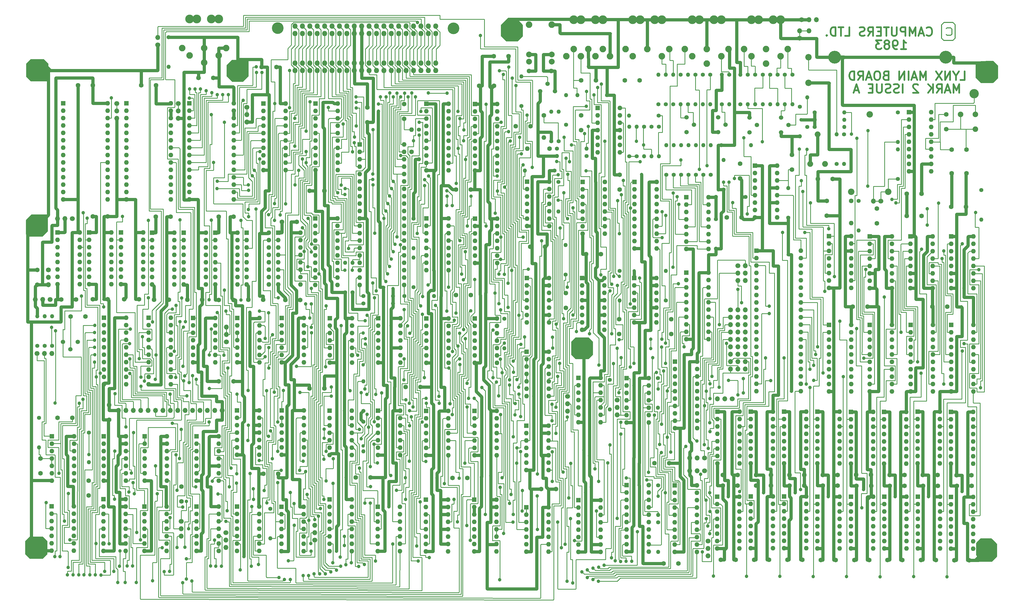
<source format=gbr>
%TF.GenerationSoftware,KiCad,Pcbnew,7.0.7*%
%TF.CreationDate,2023-11-10T01:55:58+00:00*%
%TF.ProjectId,lynx128,6c796e78-3132-4382-9e6b-696361645f70,rev?*%
%TF.SameCoordinates,Original*%
%TF.FileFunction,Copper,L2,Bot*%
%TF.FilePolarity,Positive*%
%FSLAX46Y46*%
G04 Gerber Fmt 4.6, Leading zero omitted, Abs format (unit mm)*
G04 Created by KiCad (PCBNEW 7.0.7) date 2023-11-10 01:55:58*
%MOMM*%
%LPD*%
G01*
G04 APERTURE LIST*
G04 Aperture macros list*
%AMOutline5P*
0 Free polygon, 5 corners , with rotation*
0 The origin of the aperture is its center*
0 number of corners: always 5*
0 $1 to $10 corner X, Y*
0 $11 Rotation angle, in degrees counterclockwise*
0 create outline with 5 corners*
4,1,5,$1,$2,$3,$4,$5,$6,$7,$8,$9,$10,$1,$2,$11*%
%AMOutline6P*
0 Free polygon, 6 corners , with rotation*
0 The origin of the aperture is its center*
0 number of corners: always 6*
0 $1 to $12 corner X, Y*
0 $13 Rotation angle, in degrees counterclockwise*
0 create outline with 6 corners*
4,1,6,$1,$2,$3,$4,$5,$6,$7,$8,$9,$10,$11,$12,$1,$2,$13*%
%AMOutline7P*
0 Free polygon, 7 corners , with rotation*
0 The origin of the aperture is its center*
0 number of corners: always 7*
0 $1 to $14 corner X, Y*
0 $15 Rotation angle, in degrees counterclockwise*
0 create outline with 7 corners*
4,1,7,$1,$2,$3,$4,$5,$6,$7,$8,$9,$10,$11,$12,$13,$14,$1,$2,$15*%
%AMOutline8P*
0 Free polygon, 8 corners , with rotation*
0 The origin of the aperture is its center*
0 number of corners: always 8*
0 $1 to $16 corner X, Y*
0 $17 Rotation angle, in degrees counterclockwise*
0 create outline with 8 corners*
4,1,8,$1,$2,$3,$4,$5,$6,$7,$8,$9,$10,$11,$12,$13,$14,$15,$16,$1,$2,$17*%
G04 Aperture macros list end*
%TA.AperFunction,NonConductor*%
%ADD10C,0.300000*%
%TD*%
%ADD11C,0.600000*%
%TA.AperFunction,NonConductor*%
%ADD12C,0.600000*%
%TD*%
%TA.AperFunction,ComponentPad*%
%ADD13C,1.400000*%
%TD*%
%TA.AperFunction,ComponentPad*%
%ADD14O,1.400000X1.400000*%
%TD*%
%TA.AperFunction,ComponentPad*%
%ADD15C,1.600000*%
%TD*%
%TA.AperFunction,ComponentPad*%
%ADD16C,2.250000*%
%TD*%
%TA.AperFunction,ComponentPad*%
%ADD17C,3.000000*%
%TD*%
%TA.AperFunction,ComponentPad*%
%ADD18R,1.600000X1.600000*%
%TD*%
%TA.AperFunction,ComponentPad*%
%ADD19O,1.600000X1.600000*%
%TD*%
%TA.AperFunction,ComponentPad*%
%ADD20Outline8P,-3.500000X2.100000X-2.100000X3.500000X2.100000X3.500000X3.500000X2.100000X3.500000X-2.100000X2.100000X-3.500000X-2.100000X-3.500000X-3.500000X-2.100000X270.000000*%
%TD*%
%TA.AperFunction,ComponentPad*%
%ADD21Outline8P,-3.750000X2.250000X-2.250000X3.750000X2.250000X3.750000X3.750000X2.250000X3.750000X-2.250000X2.250000X-3.750000X-2.250000X-3.750000X-3.750000X-2.250000X270.000000*%
%TD*%
%TA.AperFunction,ComponentPad*%
%ADD22C,1.700000*%
%TD*%
%TA.AperFunction,ComponentPad*%
%ADD23O,1.700000X1.700000*%
%TD*%
%TA.AperFunction,ComponentPad*%
%ADD24O,1.800000X1.800000*%
%TD*%
%TA.AperFunction,ComponentPad*%
%ADD25C,1.500000*%
%TD*%
%TA.AperFunction,ComponentPad*%
%ADD26Outline8P,-3.450000X2.070000X-2.070000X3.450000X2.070000X3.450000X3.450000X2.070000X3.450000X-2.070000X2.070000X-3.450000X-2.070000X-3.450000X-3.450000X-2.070000X270.000000*%
%TD*%
%TA.AperFunction,ComponentPad*%
%ADD27C,4.000000*%
%TD*%
%TA.AperFunction,ComponentPad*%
%ADD28Outline8P,-3.800000X2.280000X-2.280000X3.800000X2.280000X3.800000X3.800000X2.280000X3.800000X-2.280000X2.280000X-3.800000X-2.280000X-3.800000X-3.800000X-2.280000X270.000000*%
%TD*%
%TA.AperFunction,ComponentPad*%
%ADD29O,1.900000X1.900000*%
%TD*%
%TA.AperFunction,ComponentPad*%
%ADD30C,1.900000*%
%TD*%
%TA.AperFunction,ComponentPad*%
%ADD31O,2.000000X2.000000*%
%TD*%
%TA.AperFunction,ComponentPad*%
%ADD32Outline8P,-2.800000X1.680000X-1.680000X2.800000X1.680000X2.800000X2.800000X1.680000X2.800000X-1.680000X1.680000X-2.800000X-1.680000X-2.800000X-2.800000X-1.680000X270.000000*%
%TD*%
%TA.AperFunction,ComponentPad*%
%ADD33C,3.200000*%
%TD*%
%TA.AperFunction,ComponentPad*%
%ADD34Outline8P,-3.700000X2.220000X-2.220000X3.700000X2.220000X3.700000X3.700000X2.220000X3.700000X-2.220000X2.220000X-3.700000X-2.220000X-3.700000X-3.700000X-2.220000X270.000000*%
%TD*%
%TA.AperFunction,ComponentPad*%
%ADD35C,2.200000*%
%TD*%
%TA.AperFunction,ComponentPad*%
%ADD36C,4.400000*%
%TD*%
%TA.AperFunction,ComponentPad*%
%ADD37C,2.000000*%
%TD*%
%TA.AperFunction,ComponentPad*%
%ADD38O,2.200000X2.200000*%
%TD*%
%TA.AperFunction,ViaPad*%
%ADD39C,1.200000*%
%TD*%
%TA.AperFunction,Conductor*%
%ADD40C,0.250000*%
%TD*%
%TA.AperFunction,Conductor*%
%ADD41C,1.100000*%
%TD*%
G04 APERTURE END LIST*
D10*
X356616000Y-39116000D02*
X356616000Y-39116000D01*
X359664000Y-37719000D02*
X359664000Y-37719000D01*
X359664000Y-37719000D02*
X359664000Y-42418000D01*
X358140000Y-41402000D02*
X356870000Y-41402000D01*
X358521000Y-39243000D02*
X358521000Y-41021000D01*
X356870000Y-38862000D02*
X358140000Y-38862000D01*
X356616000Y-39116000D02*
X356870000Y-38862000D01*
X359664000Y-37719000D02*
X358902000Y-36957000D01*
X354965000Y-42418000D02*
X354965000Y-37846000D01*
X359664000Y-42418000D02*
X358902000Y-43180000D01*
X355854000Y-36957000D02*
X354965000Y-37846000D01*
X358140000Y-38862000D02*
X358521000Y-39243000D01*
X355727000Y-43180000D02*
X354965000Y-42418000D01*
X358902000Y-36957000D02*
X355854000Y-36957000D01*
X358902000Y-43180000D02*
X355727000Y-43180000D01*
X356870000Y-41402000D02*
X356616000Y-41148000D01*
X358521000Y-41021000D02*
X358140000Y-41402000D01*
D11*
D12*
X361452406Y-56711657D02*
X362880978Y-56711657D01*
X362880978Y-56711657D02*
X362880978Y-53711657D01*
X359880978Y-55283085D02*
X359880978Y-56711657D01*
X360880978Y-53711657D02*
X359880978Y-55283085D01*
X359880978Y-55283085D02*
X358880978Y-53711657D01*
X357880978Y-56711657D02*
X357880978Y-53711657D01*
X357880978Y-53711657D02*
X356166692Y-56711657D01*
X356166692Y-56711657D02*
X356166692Y-53711657D01*
X355023835Y-53711657D02*
X353023835Y-56711657D01*
X353023835Y-53711657D02*
X355023835Y-56711657D01*
X349595264Y-56711657D02*
X349595264Y-53711657D01*
X349595264Y-53711657D02*
X348595264Y-55854514D01*
X348595264Y-55854514D02*
X347595264Y-53711657D01*
X347595264Y-53711657D02*
X347595264Y-56711657D01*
X346309550Y-55854514D02*
X344880979Y-55854514D01*
X346595264Y-56711657D02*
X345595264Y-53711657D01*
X345595264Y-53711657D02*
X344595264Y-56711657D01*
X343595264Y-56711657D02*
X343595264Y-53711657D01*
X342166693Y-56711657D02*
X342166693Y-53711657D01*
X342166693Y-53711657D02*
X340452407Y-56711657D01*
X340452407Y-56711657D02*
X340452407Y-53711657D01*
X335738122Y-55140228D02*
X335309550Y-55283085D01*
X335309550Y-55283085D02*
X335166693Y-55425942D01*
X335166693Y-55425942D02*
X335023836Y-55711657D01*
X335023836Y-55711657D02*
X335023836Y-56140228D01*
X335023836Y-56140228D02*
X335166693Y-56425942D01*
X335166693Y-56425942D02*
X335309550Y-56568800D01*
X335309550Y-56568800D02*
X335595265Y-56711657D01*
X335595265Y-56711657D02*
X336738122Y-56711657D01*
X336738122Y-56711657D02*
X336738122Y-53711657D01*
X336738122Y-53711657D02*
X335738122Y-53711657D01*
X335738122Y-53711657D02*
X335452408Y-53854514D01*
X335452408Y-53854514D02*
X335309550Y-53997371D01*
X335309550Y-53997371D02*
X335166693Y-54283085D01*
X335166693Y-54283085D02*
X335166693Y-54568800D01*
X335166693Y-54568800D02*
X335309550Y-54854514D01*
X335309550Y-54854514D02*
X335452408Y-54997371D01*
X335452408Y-54997371D02*
X335738122Y-55140228D01*
X335738122Y-55140228D02*
X336738122Y-55140228D01*
X333166693Y-53711657D02*
X332595265Y-53711657D01*
X332595265Y-53711657D02*
X332309550Y-53854514D01*
X332309550Y-53854514D02*
X332023836Y-54140228D01*
X332023836Y-54140228D02*
X331880979Y-54711657D01*
X331880979Y-54711657D02*
X331880979Y-55711657D01*
X331880979Y-55711657D02*
X332023836Y-56283085D01*
X332023836Y-56283085D02*
X332309550Y-56568800D01*
X332309550Y-56568800D02*
X332595265Y-56711657D01*
X332595265Y-56711657D02*
X333166693Y-56711657D01*
X333166693Y-56711657D02*
X333452408Y-56568800D01*
X333452408Y-56568800D02*
X333738122Y-56283085D01*
X333738122Y-56283085D02*
X333880979Y-55711657D01*
X333880979Y-55711657D02*
X333880979Y-54711657D01*
X333880979Y-54711657D02*
X333738122Y-54140228D01*
X333738122Y-54140228D02*
X333452408Y-53854514D01*
X333452408Y-53854514D02*
X333166693Y-53711657D01*
X330738122Y-55854514D02*
X329309551Y-55854514D01*
X331023836Y-56711657D02*
X330023836Y-53711657D01*
X330023836Y-53711657D02*
X329023836Y-56711657D01*
X326309550Y-56711657D02*
X327309550Y-55283085D01*
X328023836Y-56711657D02*
X328023836Y-53711657D01*
X328023836Y-53711657D02*
X326880979Y-53711657D01*
X326880979Y-53711657D02*
X326595264Y-53854514D01*
X326595264Y-53854514D02*
X326452407Y-53997371D01*
X326452407Y-53997371D02*
X326309550Y-54283085D01*
X326309550Y-54283085D02*
X326309550Y-54711657D01*
X326309550Y-54711657D02*
X326452407Y-54997371D01*
X326452407Y-54997371D02*
X326595264Y-55140228D01*
X326595264Y-55140228D02*
X326880979Y-55283085D01*
X326880979Y-55283085D02*
X328023836Y-55283085D01*
X325023836Y-56711657D02*
X325023836Y-53711657D01*
X325023836Y-53711657D02*
X324309550Y-53711657D01*
X324309550Y-53711657D02*
X323880979Y-53854514D01*
X323880979Y-53854514D02*
X323595264Y-54140228D01*
X323595264Y-54140228D02*
X323452407Y-54425942D01*
X323452407Y-54425942D02*
X323309550Y-54997371D01*
X323309550Y-54997371D02*
X323309550Y-55425942D01*
X323309550Y-55425942D02*
X323452407Y-55997371D01*
X323452407Y-55997371D02*
X323595264Y-56283085D01*
X323595264Y-56283085D02*
X323880979Y-56568800D01*
X323880979Y-56568800D02*
X324309550Y-56711657D01*
X324309550Y-56711657D02*
X325023836Y-56711657D01*
D11*
D12*
X361020978Y-61131657D02*
X361020978Y-58131657D01*
X361020978Y-58131657D02*
X360020978Y-60274514D01*
X360020978Y-60274514D02*
X359020978Y-58131657D01*
X359020978Y-58131657D02*
X359020978Y-61131657D01*
X357735264Y-60274514D02*
X356306693Y-60274514D01*
X358020978Y-61131657D02*
X357020978Y-58131657D01*
X357020978Y-58131657D02*
X356020978Y-61131657D01*
X353306692Y-61131657D02*
X354306692Y-59703085D01*
X355020978Y-61131657D02*
X355020978Y-58131657D01*
X355020978Y-58131657D02*
X353878121Y-58131657D01*
X353878121Y-58131657D02*
X353592406Y-58274514D01*
X353592406Y-58274514D02*
X353449549Y-58417371D01*
X353449549Y-58417371D02*
X353306692Y-58703085D01*
X353306692Y-58703085D02*
X353306692Y-59131657D01*
X353306692Y-59131657D02*
X353449549Y-59417371D01*
X353449549Y-59417371D02*
X353592406Y-59560228D01*
X353592406Y-59560228D02*
X353878121Y-59703085D01*
X353878121Y-59703085D02*
X355020978Y-59703085D01*
X352020978Y-61131657D02*
X352020978Y-58131657D01*
X350306692Y-61131657D02*
X351592406Y-59417371D01*
X350306692Y-58131657D02*
X352020978Y-59845942D01*
X346878121Y-58417371D02*
X346735264Y-58274514D01*
X346735264Y-58274514D02*
X346449550Y-58131657D01*
X346449550Y-58131657D02*
X345735264Y-58131657D01*
X345735264Y-58131657D02*
X345449550Y-58274514D01*
X345449550Y-58274514D02*
X345306692Y-58417371D01*
X345306692Y-58417371D02*
X345163835Y-58703085D01*
X345163835Y-58703085D02*
X345163835Y-58988800D01*
X345163835Y-58988800D02*
X345306692Y-59417371D01*
X345306692Y-59417371D02*
X347020978Y-61131657D01*
X347020978Y-61131657D02*
X345163835Y-61131657D01*
X341592407Y-61131657D02*
X341592407Y-58131657D01*
X340306693Y-60988800D02*
X339878122Y-61131657D01*
X339878122Y-61131657D02*
X339163836Y-61131657D01*
X339163836Y-61131657D02*
X338878122Y-60988800D01*
X338878122Y-60988800D02*
X338735264Y-60845942D01*
X338735264Y-60845942D02*
X338592407Y-60560228D01*
X338592407Y-60560228D02*
X338592407Y-60274514D01*
X338592407Y-60274514D02*
X338735264Y-59988800D01*
X338735264Y-59988800D02*
X338878122Y-59845942D01*
X338878122Y-59845942D02*
X339163836Y-59703085D01*
X339163836Y-59703085D02*
X339735264Y-59560228D01*
X339735264Y-59560228D02*
X340020979Y-59417371D01*
X340020979Y-59417371D02*
X340163836Y-59274514D01*
X340163836Y-59274514D02*
X340306693Y-58988800D01*
X340306693Y-58988800D02*
X340306693Y-58703085D01*
X340306693Y-58703085D02*
X340163836Y-58417371D01*
X340163836Y-58417371D02*
X340020979Y-58274514D01*
X340020979Y-58274514D02*
X339735264Y-58131657D01*
X339735264Y-58131657D02*
X339020979Y-58131657D01*
X339020979Y-58131657D02*
X338592407Y-58274514D01*
X337449550Y-60988800D02*
X337020979Y-61131657D01*
X337020979Y-61131657D02*
X336306693Y-61131657D01*
X336306693Y-61131657D02*
X336020979Y-60988800D01*
X336020979Y-60988800D02*
X335878121Y-60845942D01*
X335878121Y-60845942D02*
X335735264Y-60560228D01*
X335735264Y-60560228D02*
X335735264Y-60274514D01*
X335735264Y-60274514D02*
X335878121Y-59988800D01*
X335878121Y-59988800D02*
X336020979Y-59845942D01*
X336020979Y-59845942D02*
X336306693Y-59703085D01*
X336306693Y-59703085D02*
X336878121Y-59560228D01*
X336878121Y-59560228D02*
X337163836Y-59417371D01*
X337163836Y-59417371D02*
X337306693Y-59274514D01*
X337306693Y-59274514D02*
X337449550Y-58988800D01*
X337449550Y-58988800D02*
X337449550Y-58703085D01*
X337449550Y-58703085D02*
X337306693Y-58417371D01*
X337306693Y-58417371D02*
X337163836Y-58274514D01*
X337163836Y-58274514D02*
X336878121Y-58131657D01*
X336878121Y-58131657D02*
X336163836Y-58131657D01*
X336163836Y-58131657D02*
X335735264Y-58274514D01*
X334449550Y-58131657D02*
X334449550Y-60560228D01*
X334449550Y-60560228D02*
X334306693Y-60845942D01*
X334306693Y-60845942D02*
X334163836Y-60988800D01*
X334163836Y-60988800D02*
X333878121Y-61131657D01*
X333878121Y-61131657D02*
X333306693Y-61131657D01*
X333306693Y-61131657D02*
X333020978Y-60988800D01*
X333020978Y-60988800D02*
X332878121Y-60845942D01*
X332878121Y-60845942D02*
X332735264Y-60560228D01*
X332735264Y-60560228D02*
X332735264Y-58131657D01*
X331306693Y-59560228D02*
X330306693Y-59560228D01*
X329878121Y-61131657D02*
X331306693Y-61131657D01*
X331306693Y-61131657D02*
X331306693Y-58131657D01*
X331306693Y-58131657D02*
X329878121Y-58131657D01*
X326449550Y-60274514D02*
X325020979Y-60274514D01*
X326735264Y-61131657D02*
X325735264Y-58131657D01*
X325735264Y-58131657D02*
X324735264Y-61131657D01*
D11*
D12*
X341039549Y-46101657D02*
X342753835Y-46101657D01*
X341896692Y-46101657D02*
X341896692Y-43101657D01*
X341896692Y-43101657D02*
X342182406Y-43530228D01*
X342182406Y-43530228D02*
X342468121Y-43815942D01*
X342468121Y-43815942D02*
X342753835Y-43958800D01*
X339610978Y-46101657D02*
X339039549Y-46101657D01*
X339039549Y-46101657D02*
X338753835Y-45958800D01*
X338753835Y-45958800D02*
X338610978Y-45815942D01*
X338610978Y-45815942D02*
X338325263Y-45387371D01*
X338325263Y-45387371D02*
X338182406Y-44815942D01*
X338182406Y-44815942D02*
X338182406Y-43673085D01*
X338182406Y-43673085D02*
X338325263Y-43387371D01*
X338325263Y-43387371D02*
X338468121Y-43244514D01*
X338468121Y-43244514D02*
X338753835Y-43101657D01*
X338753835Y-43101657D02*
X339325263Y-43101657D01*
X339325263Y-43101657D02*
X339610978Y-43244514D01*
X339610978Y-43244514D02*
X339753835Y-43387371D01*
X339753835Y-43387371D02*
X339896692Y-43673085D01*
X339896692Y-43673085D02*
X339896692Y-44387371D01*
X339896692Y-44387371D02*
X339753835Y-44673085D01*
X339753835Y-44673085D02*
X339610978Y-44815942D01*
X339610978Y-44815942D02*
X339325263Y-44958800D01*
X339325263Y-44958800D02*
X338753835Y-44958800D01*
X338753835Y-44958800D02*
X338468121Y-44815942D01*
X338468121Y-44815942D02*
X338325263Y-44673085D01*
X338325263Y-44673085D02*
X338182406Y-44387371D01*
X336468120Y-44387371D02*
X336753835Y-44244514D01*
X336753835Y-44244514D02*
X336896692Y-44101657D01*
X336896692Y-44101657D02*
X337039549Y-43815942D01*
X337039549Y-43815942D02*
X337039549Y-43673085D01*
X337039549Y-43673085D02*
X336896692Y-43387371D01*
X336896692Y-43387371D02*
X336753835Y-43244514D01*
X336753835Y-43244514D02*
X336468120Y-43101657D01*
X336468120Y-43101657D02*
X335896692Y-43101657D01*
X335896692Y-43101657D02*
X335610978Y-43244514D01*
X335610978Y-43244514D02*
X335468120Y-43387371D01*
X335468120Y-43387371D02*
X335325263Y-43673085D01*
X335325263Y-43673085D02*
X335325263Y-43815942D01*
X335325263Y-43815942D02*
X335468120Y-44101657D01*
X335468120Y-44101657D02*
X335610978Y-44244514D01*
X335610978Y-44244514D02*
X335896692Y-44387371D01*
X335896692Y-44387371D02*
X336468120Y-44387371D01*
X336468120Y-44387371D02*
X336753835Y-44530228D01*
X336753835Y-44530228D02*
X336896692Y-44673085D01*
X336896692Y-44673085D02*
X337039549Y-44958800D01*
X337039549Y-44958800D02*
X337039549Y-45530228D01*
X337039549Y-45530228D02*
X336896692Y-45815942D01*
X336896692Y-45815942D02*
X336753835Y-45958800D01*
X336753835Y-45958800D02*
X336468120Y-46101657D01*
X336468120Y-46101657D02*
X335896692Y-46101657D01*
X335896692Y-46101657D02*
X335610978Y-45958800D01*
X335610978Y-45958800D02*
X335468120Y-45815942D01*
X335468120Y-45815942D02*
X335325263Y-45530228D01*
X335325263Y-45530228D02*
X335325263Y-44958800D01*
X335325263Y-44958800D02*
X335468120Y-44673085D01*
X335468120Y-44673085D02*
X335610978Y-44530228D01*
X335610978Y-44530228D02*
X335896692Y-44387371D01*
X334325263Y-43101657D02*
X332468120Y-43101657D01*
X332468120Y-43101657D02*
X333468120Y-44244514D01*
X333468120Y-44244514D02*
X333039549Y-44244514D01*
X333039549Y-44244514D02*
X332753835Y-44387371D01*
X332753835Y-44387371D02*
X332610977Y-44530228D01*
X332610977Y-44530228D02*
X332468120Y-44815942D01*
X332468120Y-44815942D02*
X332468120Y-45530228D01*
X332468120Y-45530228D02*
X332610977Y-45815942D01*
X332610977Y-45815942D02*
X332753835Y-45958800D01*
X332753835Y-45958800D02*
X333039549Y-46101657D01*
X333039549Y-46101657D02*
X333896692Y-46101657D01*
X333896692Y-46101657D02*
X334182406Y-45958800D01*
X334182406Y-45958800D02*
X334325263Y-45815942D01*
D11*
D12*
X349846692Y-41285942D02*
X349989549Y-41428800D01*
X349989549Y-41428800D02*
X350418121Y-41571657D01*
X350418121Y-41571657D02*
X350703835Y-41571657D01*
X350703835Y-41571657D02*
X351132406Y-41428800D01*
X351132406Y-41428800D02*
X351418121Y-41143085D01*
X351418121Y-41143085D02*
X351560978Y-40857371D01*
X351560978Y-40857371D02*
X351703835Y-40285942D01*
X351703835Y-40285942D02*
X351703835Y-39857371D01*
X351703835Y-39857371D02*
X351560978Y-39285942D01*
X351560978Y-39285942D02*
X351418121Y-39000228D01*
X351418121Y-39000228D02*
X351132406Y-38714514D01*
X351132406Y-38714514D02*
X350703835Y-38571657D01*
X350703835Y-38571657D02*
X350418121Y-38571657D01*
X350418121Y-38571657D02*
X349989549Y-38714514D01*
X349989549Y-38714514D02*
X349846692Y-38857371D01*
X348703835Y-40714514D02*
X347275264Y-40714514D01*
X348989549Y-41571657D02*
X347989549Y-38571657D01*
X347989549Y-38571657D02*
X346989549Y-41571657D01*
X345989549Y-41571657D02*
X345989549Y-38571657D01*
X345989549Y-38571657D02*
X344989549Y-40714514D01*
X344989549Y-40714514D02*
X343989549Y-38571657D01*
X343989549Y-38571657D02*
X343989549Y-41571657D01*
X342560978Y-41571657D02*
X342560978Y-38571657D01*
X342560978Y-38571657D02*
X341418121Y-38571657D01*
X341418121Y-38571657D02*
X341132406Y-38714514D01*
X341132406Y-38714514D02*
X340989549Y-38857371D01*
X340989549Y-38857371D02*
X340846692Y-39143085D01*
X340846692Y-39143085D02*
X340846692Y-39571657D01*
X340846692Y-39571657D02*
X340989549Y-39857371D01*
X340989549Y-39857371D02*
X341132406Y-40000228D01*
X341132406Y-40000228D02*
X341418121Y-40143085D01*
X341418121Y-40143085D02*
X342560978Y-40143085D01*
X339560978Y-38571657D02*
X339560978Y-41000228D01*
X339560978Y-41000228D02*
X339418121Y-41285942D01*
X339418121Y-41285942D02*
X339275264Y-41428800D01*
X339275264Y-41428800D02*
X338989549Y-41571657D01*
X338989549Y-41571657D02*
X338418121Y-41571657D01*
X338418121Y-41571657D02*
X338132406Y-41428800D01*
X338132406Y-41428800D02*
X337989549Y-41285942D01*
X337989549Y-41285942D02*
X337846692Y-41000228D01*
X337846692Y-41000228D02*
X337846692Y-38571657D01*
X336846692Y-38571657D02*
X335132407Y-38571657D01*
X335989549Y-41571657D02*
X335989549Y-38571657D01*
X334132407Y-40000228D02*
X333132407Y-40000228D01*
X332703835Y-41571657D02*
X334132407Y-41571657D01*
X334132407Y-41571657D02*
X334132407Y-38571657D01*
X334132407Y-38571657D02*
X332703835Y-38571657D01*
X329703835Y-41571657D02*
X330703835Y-40143085D01*
X331418121Y-41571657D02*
X331418121Y-38571657D01*
X331418121Y-38571657D02*
X330275264Y-38571657D01*
X330275264Y-38571657D02*
X329989549Y-38714514D01*
X329989549Y-38714514D02*
X329846692Y-38857371D01*
X329846692Y-38857371D02*
X329703835Y-39143085D01*
X329703835Y-39143085D02*
X329703835Y-39571657D01*
X329703835Y-39571657D02*
X329846692Y-39857371D01*
X329846692Y-39857371D02*
X329989549Y-40000228D01*
X329989549Y-40000228D02*
X330275264Y-40143085D01*
X330275264Y-40143085D02*
X331418121Y-40143085D01*
X328560978Y-41428800D02*
X328132407Y-41571657D01*
X328132407Y-41571657D02*
X327418121Y-41571657D01*
X327418121Y-41571657D02*
X327132407Y-41428800D01*
X327132407Y-41428800D02*
X326989549Y-41285942D01*
X326989549Y-41285942D02*
X326846692Y-41000228D01*
X326846692Y-41000228D02*
X326846692Y-40714514D01*
X326846692Y-40714514D02*
X326989549Y-40428800D01*
X326989549Y-40428800D02*
X327132407Y-40285942D01*
X327132407Y-40285942D02*
X327418121Y-40143085D01*
X327418121Y-40143085D02*
X327989549Y-40000228D01*
X327989549Y-40000228D02*
X328275264Y-39857371D01*
X328275264Y-39857371D02*
X328418121Y-39714514D01*
X328418121Y-39714514D02*
X328560978Y-39428800D01*
X328560978Y-39428800D02*
X328560978Y-39143085D01*
X328560978Y-39143085D02*
X328418121Y-38857371D01*
X328418121Y-38857371D02*
X328275264Y-38714514D01*
X328275264Y-38714514D02*
X327989549Y-38571657D01*
X327989549Y-38571657D02*
X327275264Y-38571657D01*
X327275264Y-38571657D02*
X326846692Y-38714514D01*
X321846692Y-41571657D02*
X323275264Y-41571657D01*
X323275264Y-41571657D02*
X323275264Y-38571657D01*
X321275264Y-38571657D02*
X319560979Y-38571657D01*
X320418121Y-41571657D02*
X320418121Y-38571657D01*
X318560979Y-41571657D02*
X318560979Y-38571657D01*
X318560979Y-38571657D02*
X317846693Y-38571657D01*
X317846693Y-38571657D02*
X317418122Y-38714514D01*
X317418122Y-38714514D02*
X317132407Y-39000228D01*
X317132407Y-39000228D02*
X316989550Y-39285942D01*
X316989550Y-39285942D02*
X316846693Y-39857371D01*
X316846693Y-39857371D02*
X316846693Y-40285942D01*
X316846693Y-40285942D02*
X316989550Y-40857371D01*
X316989550Y-40857371D02*
X317132407Y-41143085D01*
X317132407Y-41143085D02*
X317418122Y-41428800D01*
X317418122Y-41428800D02*
X317846693Y-41571657D01*
X317846693Y-41571657D02*
X318560979Y-41571657D01*
X315560979Y-41285942D02*
X315418122Y-41428800D01*
X315418122Y-41428800D02*
X315560979Y-41571657D01*
X315560979Y-41571657D02*
X315703836Y-41428800D01*
X315703836Y-41428800D02*
X315560979Y-41285942D01*
X315560979Y-41285942D02*
X315560979Y-41571657D01*
D13*
%TO.P,R17,1*%
%TO.N,Net-(IC9D--)*%
X257890000Y-65120000D03*
D14*
%TO.P,R17,2*%
%TO.N,A{slash}D I{slash}P*%
X257890000Y-54960000D03*
%TD*%
D15*
%TO.P,C74,1*%
%TO.N,B2P8*%
X302170000Y-221580000D03*
%TO.P,C74,2*%
%TO.N,GND*%
X307250000Y-221580000D03*
%TD*%
D16*
%TO.P,SKT1,1,Pin_1*%
%TO.N,+12V*%
X94570000Y-45820000D03*
%TO.P,SKT1,2,Pin_2*%
%TO.N,-5V*%
X97070000Y-48320000D03*
%TO.P,SKT1,3,Pin_3*%
%TO.N,GND*%
X102070000Y-45820000D03*
%TO.P,SKT1,4,Pin_4*%
%TO.N,+5V*%
X107070000Y-48320000D03*
%TO.P,SKT1,5,Pin_5*%
X109570000Y-45820000D03*
%TO.P,SKT1,6,Pin_6*%
%TO.N,GND*%
X102070000Y-50820000D03*
D17*
%TO.P,SKT1,S,SHIELD*%
X97070000Y-35820000D03*
X99570000Y-35820000D03*
X104570000Y-35820000D03*
X107070000Y-35820000D03*
%TD*%
D15*
%TO.P,C14,1*%
%TO.N,+5V*%
X244570000Y-94350000D03*
%TO.P,C14,2*%
%TO.N,GND*%
X244570000Y-89270000D03*
%TD*%
D18*
%TO.P,IC26,1,Cx*%
%TO.N,GND*%
X290960000Y-86210000D03*
D19*
%TO.P,IC26,2,RxCx*%
%TO.N,Net-(IC26A-RxCx)*%
X290960000Y-88750000D03*
%TO.P,IC26,3,R*%
%TO.N,+5V*%
X290960000Y-91290000D03*
%TO.P,IC26,4,Clk+*%
%TO.N,Net-(IC26A-Clk+)*%
X290960000Y-93830000D03*
%TO.P,IC26,5,Clk-*%
%TO.N,1MHz*%
X290960000Y-96370000D03*
%TO.P,IC26,6,Q*%
%TO.N,Net-(IC10-CBF)*%
X290960000Y-98910000D03*
%TO.P,IC26,7,~{Q}*%
%TO.N,unconnected-(IC26A-~{Q}-Pad7)*%
X290960000Y-101450000D03*
%TO.P,IC26,8,VSS*%
%TO.N,GND*%
X290960000Y-103990000D03*
%TO.P,IC26,9,~{Q}*%
%TO.N,unconnected-(IC26B-~{Q}-Pad9)*%
X298580000Y-103990000D03*
%TO.P,IC26,10,Q*%
%TO.N,Net-(IC26B-Q)*%
X298580000Y-101450000D03*
%TO.P,IC26,11,Clk-*%
%TO.N,+5V*%
X298580000Y-98910000D03*
%TO.P,IC26,12,Clk+*%
%TO.N,VSYNC*%
X298580000Y-96370000D03*
%TO.P,IC26,13,R*%
%TO.N,+5V*%
X298580000Y-93830000D03*
%TO.P,IC26,14,RxCx*%
%TO.N,Net-(IC26B-RxCx)*%
X298580000Y-91290000D03*
%TO.P,IC26,15,Cx*%
%TO.N,GND*%
X298580000Y-88750000D03*
%TO.P,IC26,16,VDD*%
%TO.N,+5V*%
X298580000Y-86210000D03*
%TD*%
D15*
%TO.P,C5,1*%
%TO.N,+5V*%
X158070000Y-71250000D03*
%TO.P,C5,2*%
%TO.N,GND*%
X158070000Y-66170000D03*
%TD*%
D13*
%TO.P,R61,1*%
%TO.N,+5V*%
X173890000Y-104380000D03*
D14*
%TO.P,R61,2*%
%TO.N,~{RESET}*%
X173890000Y-114540000D03*
%TD*%
D15*
%TO.P,C18,1*%
%TO.N,Net-(D5-K)*%
X312580000Y-90710000D03*
%TO.P,C18,2*%
%TO.N,GND*%
X317660000Y-90710000D03*
%TD*%
D13*
%TO.P,R72,1*%
%TO.N,Net-(IC53-Pad9)*%
X62540000Y-177860000D03*
D14*
%TO.P,R72,2*%
%TO.N,Net-(C46-Pad1)*%
X62540000Y-188020000D03*
%TD*%
D13*
%TO.P,R33,1*%
%TO.N,RED*%
X301250000Y-54960000D03*
D14*
%TO.P,R33,2*%
%TO.N,Net-(TR5-C)*%
X301250000Y-65120000D03*
%TD*%
D20*
%TO.P,,0,GND*%
%TO.N,GND*%
X44700000Y-106760000D03*
%TD*%
D15*
%TO.P,C15,1*%
%TO.N,Net-(IC25-VCC)*%
X281350000Y-103980000D03*
%TO.P,C15,2*%
%TO.N,GND*%
X286430000Y-103980000D03*
%TD*%
D13*
%TO.P,R25,1*%
%TO.N,Net-(TR4-B)*%
X279640000Y-65120000D03*
D14*
%TO.P,R25,2*%
%TO.N,+12V*%
X279640000Y-54960000D03*
%TD*%
D15*
%TO.P,C43,1*%
%TO.N,+5V*%
X262240000Y-138910000D03*
%TO.P,C43,2*%
%TO.N,GND*%
X262240000Y-143990000D03*
%TD*%
%TO.P,C32,1*%
%TO.N,B1P8*%
X96300000Y-132270000D03*
%TO.P,C32,2*%
%TO.N,GND*%
X101380000Y-132270000D03*
%TD*%
D13*
%TO.P,R70,1*%
%TO.N,Net-(LK3-Pin_2)*%
X49890000Y-148110000D03*
D14*
%TO.P,R70,2*%
%TO.N,Net-(TR1-B)*%
X49890000Y-137950000D03*
%TD*%
D21*
%TO.P,,0,GND*%
%TO.N,GND*%
X231730000Y-148900000D03*
%TD*%
D13*
%TO.P,R57,1*%
%TO.N,+5V*%
X150410000Y-129700000D03*
D14*
%TO.P,R57,2*%
%TO.N,~{NMI}*%
X150410000Y-119540000D03*
%TD*%
D18*
%TO.P,IC69,1,VBB*%
%TO.N,B2P1*%
X335245000Y-170720000D03*
D19*
%TO.P,IC69,2,Din*%
%TO.N,/Bank Switching Decoding/RD2*%
X335245000Y-173260000D03*
%TO.P,IC69,3,~{WRITE}*%
%TO.N,~{VEWR}*%
X335245000Y-175800000D03*
%TO.P,IC69,4,~{RAS}*%
%TO.N,~{VRAS}*%
X335245000Y-178340000D03*
%TO.P,IC69,5,A0*%
%TO.N,/CRTC\u002C Buffers and Shift Registers/VA0*%
X335245000Y-180880000D03*
%TO.P,IC69,6,A2*%
%TO.N,/CRTC\u002C Buffers and Shift Registers/VA2*%
X335245000Y-183420000D03*
%TO.P,IC69,7,A1*%
%TO.N,/CRTC\u002C Buffers and Shift Registers/VA1*%
X335245000Y-185960000D03*
%TO.P,IC69,8,VCC*%
%TO.N,B2P8*%
X335245000Y-188500000D03*
%TO.P,IC69,9,A7*%
%TO.N,B2P9*%
X342865000Y-188500000D03*
%TO.P,IC69,10,A5*%
%TO.N,/CRTC\u002C Buffers and Shift Registers/VA5*%
X342865000Y-185960000D03*
%TO.P,IC69,11,A4*%
%TO.N,/CRTC\u002C Buffers and Shift Registers/VA4*%
X342865000Y-183420000D03*
%TO.P,IC69,12,A3*%
%TO.N,/CRTC\u002C Buffers and Shift Registers/VA3*%
X342865000Y-180880000D03*
%TO.P,IC69,13,A6*%
%TO.N,/CRTC\u002C Buffers and Shift Registers/VA6*%
X342865000Y-178340000D03*
%TO.P,IC69,14,Dout*%
%TO.N,/CRTC\u002C Buffers and Shift Registers/VOD2*%
X342865000Y-175800000D03*
%TO.P,IC69,15,~{CAS}*%
%TO.N,BANK2~{CAS}*%
X342865000Y-173260000D03*
%TO.P,IC69,16,GND*%
%TO.N,GND*%
X342865000Y-170720000D03*
%TD*%
D20*
%TO.P,,0,GND*%
%TO.N,GND*%
X207670000Y-39720000D03*
%TD*%
D13*
%TO.P,R18,1*%
%TO.N,Net-(IC23-Pad5)*%
X260430000Y-65120000D03*
D14*
%TO.P,R18,2*%
%TO.N,Net-(SKT3-Pin_5)*%
X260430000Y-54960000D03*
%TD*%
D15*
%TO.P,C79,1*%
%TO.N,B2P8*%
X359410000Y-221700000D03*
%TO.P,C79,2*%
%TO.N,GND*%
X364490000Y-221700000D03*
%TD*%
D13*
%TO.P,R45,1*%
%TO.N,+5V*%
X302390000Y-104030000D03*
D14*
%TO.P,R45,2*%
%TO.N,Net-(IC26B-RxCx)*%
X302390000Y-93870000D03*
%TD*%
D15*
%TO.P,C70,1*%
%TO.N,B2P8*%
X348640000Y-196140000D03*
%TO.P,C70,2*%
%TO.N,GND*%
X353720000Y-196140000D03*
%TD*%
D18*
%TO.P,IC86,1,VBB*%
%TO.N,B2P1*%
X278055000Y-199860000D03*
D19*
%TO.P,IC86,2,Din*%
%TO.N,/Bank Switching Decoding/RD7*%
X278055000Y-202400000D03*
%TO.P,IC86,3,~{WRITE}*%
%TO.N,~{VEWR}*%
X278055000Y-204940000D03*
%TO.P,IC86,4,~{RAS}*%
%TO.N,~{VRAS}*%
X278055000Y-207480000D03*
%TO.P,IC86,5,A0*%
%TO.N,/CRTC\u002C Buffers and Shift Registers/VA0*%
X278055000Y-210020000D03*
%TO.P,IC86,6,A2*%
%TO.N,/CRTC\u002C Buffers and Shift Registers/VA2*%
X278055000Y-212560000D03*
%TO.P,IC86,7,A1*%
%TO.N,/CRTC\u002C Buffers and Shift Registers/VA1*%
X278055000Y-215100000D03*
%TO.P,IC86,8,VCC*%
%TO.N,B2P8*%
X278055000Y-217640000D03*
%TO.P,IC86,9,A7*%
%TO.N,B3P9*%
X285675000Y-217640000D03*
%TO.P,IC86,10,A5*%
%TO.N,/CRTC\u002C Buffers and Shift Registers/VA5*%
X285675000Y-215100000D03*
%TO.P,IC86,11,A4*%
%TO.N,/CRTC\u002C Buffers and Shift Registers/VA4*%
X285675000Y-212560000D03*
%TO.P,IC86,12,A3*%
%TO.N,/CRTC\u002C Buffers and Shift Registers/VA3*%
X285675000Y-210020000D03*
%TO.P,IC86,13,A6*%
%TO.N,/CRTC\u002C Buffers and Shift Registers/VA6*%
X285675000Y-207480000D03*
%TO.P,IC86,14,Dout*%
%TO.N,/CRTC\u002C Buffers and Shift Registers/VOD7*%
X285675000Y-204940000D03*
%TO.P,IC86,15,~{CAS}*%
%TO.N,~{VCASII}*%
X285675000Y-202400000D03*
%TO.P,IC86,16,GND*%
%TO.N,GND*%
X285675000Y-199860000D03*
%TD*%
D18*
%TO.P,IC91,1,VBB*%
%TO.N,B2P1*%
X335300000Y-199920000D03*
D19*
%TO.P,IC91,2,Din*%
%TO.N,/Bank Switching Decoding/RD2*%
X335300000Y-202460000D03*
%TO.P,IC91,3,~{WRITE}*%
%TO.N,~{VEWR}*%
X335300000Y-205000000D03*
%TO.P,IC91,4,~{RAS}*%
%TO.N,~{VRAS}*%
X335300000Y-207540000D03*
%TO.P,IC91,5,A0*%
%TO.N,/CRTC\u002C Buffers and Shift Registers/VA0*%
X335300000Y-210080000D03*
%TO.P,IC91,6,A2*%
%TO.N,/CRTC\u002C Buffers and Shift Registers/VA2*%
X335300000Y-212620000D03*
%TO.P,IC91,7,A1*%
%TO.N,/CRTC\u002C Buffers and Shift Registers/VA1*%
X335300000Y-215160000D03*
%TO.P,IC91,8,VCC*%
%TO.N,B2P8*%
X335300000Y-217700000D03*
%TO.P,IC91,9,A7*%
%TO.N,B3P9*%
X342920000Y-217700000D03*
%TO.P,IC91,10,A5*%
%TO.N,/CRTC\u002C Buffers and Shift Registers/VA5*%
X342920000Y-215160000D03*
%TO.P,IC91,11,A4*%
%TO.N,/CRTC\u002C Buffers and Shift Registers/VA4*%
X342920000Y-212620000D03*
%TO.P,IC91,12,A3*%
%TO.N,/CRTC\u002C Buffers and Shift Registers/VA3*%
X342920000Y-210080000D03*
%TO.P,IC91,13,A6*%
%TO.N,/CRTC\u002C Buffers and Shift Registers/VA6*%
X342920000Y-207540000D03*
%TO.P,IC91,14,Dout*%
%TO.N,/CRTC\u002C Buffers and Shift Registers/VOD2*%
X342920000Y-205000000D03*
%TO.P,IC91,15,~{CAS}*%
%TO.N,~{VCASII}*%
X342920000Y-202460000D03*
%TO.P,IC91,16,GND*%
%TO.N,GND*%
X342920000Y-199920000D03*
%TD*%
D15*
%TO.P,C10,1*%
%TO.N,Net-(C10-Pad1)*%
X208950000Y-72630000D03*
%TO.P,C10,2*%
%TO.N,Net-(C10-Pad2)*%
X214030000Y-72630000D03*
%TD*%
%TO.P,C67,1*%
%TO.N,B2P8*%
X314280000Y-196090000D03*
%TO.P,C67,2*%
%TO.N,GND*%
X319360000Y-196090000D03*
%TD*%
D18*
%TO.P,IC67,1,VBB*%
%TO.N,B2P1*%
X312420000Y-170690000D03*
D19*
%TO.P,IC67,2,Din*%
%TO.N,/Bank Switching Decoding/RD4*%
X312420000Y-173230000D03*
%TO.P,IC67,3,~{WRITE}*%
%TO.N,~{VEWR}*%
X312420000Y-175770000D03*
%TO.P,IC67,4,~{RAS}*%
%TO.N,~{VRAS}*%
X312420000Y-178310000D03*
%TO.P,IC67,5,A0*%
%TO.N,/CRTC\u002C Buffers and Shift Registers/VA0*%
X312420000Y-180850000D03*
%TO.P,IC67,6,A2*%
%TO.N,/CRTC\u002C Buffers and Shift Registers/VA2*%
X312420000Y-183390000D03*
%TO.P,IC67,7,A1*%
%TO.N,/CRTC\u002C Buffers and Shift Registers/VA1*%
X312420000Y-185930000D03*
%TO.P,IC67,8,VCC*%
%TO.N,B2P8*%
X312420000Y-188470000D03*
%TO.P,IC67,9,A7*%
%TO.N,B2P9*%
X320040000Y-188470000D03*
%TO.P,IC67,10,A5*%
%TO.N,/CRTC\u002C Buffers and Shift Registers/VA5*%
X320040000Y-185930000D03*
%TO.P,IC67,11,A4*%
%TO.N,/CRTC\u002C Buffers and Shift Registers/VA4*%
X320040000Y-183390000D03*
%TO.P,IC67,12,A3*%
%TO.N,/CRTC\u002C Buffers and Shift Registers/VA3*%
X320040000Y-180850000D03*
%TO.P,IC67,13,A6*%
%TO.N,/CRTC\u002C Buffers and Shift Registers/VA6*%
X320040000Y-178310000D03*
%TO.P,IC67,14,Dout*%
%TO.N,/CRTC\u002C Buffers and Shift Registers/VOD4*%
X320040000Y-175770000D03*
%TO.P,IC67,15,~{CAS}*%
%TO.N,BANK2~{CAS}*%
X320040000Y-173230000D03*
%TO.P,IC67,16,GND*%
%TO.N,GND*%
X320040000Y-170690000D03*
%TD*%
D22*
%TO.P,LK18,1,Pin_1*%
%TO.N,\u00D81*%
X109550000Y-212210000D03*
D23*
%TO.P,LK18,2,Pin_2*%
%TO.N,6845E*%
X109550000Y-214750000D03*
%TO.P,LK18,3,Pin_3*%
%TO.N,Net-(LK18-Pin_3)*%
X109550000Y-217290000D03*
%TD*%
D15*
%TO.P,C59,1*%
%TO.N,B2P1*%
X314260000Y-192440000D03*
%TO.P,C59,2*%
%TO.N,GND*%
X319340000Y-192440000D03*
%TD*%
%TO.P,C20,1*%
%TO.N,Net-(IC10-CHROMA)*%
X348140000Y-95800000D03*
%TO.P,C20,2*%
%TO.N,Net-(C20-Pad2)*%
X343060000Y-95800000D03*
%TD*%
D18*
%TO.P,IC6,1,A11*%
%TO.N,/Bank Switching Decoding/A11*%
X155420000Y-78910000D03*
D19*
%TO.P,IC6,2,A12*%
%TO.N,/Bank Switching Decoding/A12*%
X155420000Y-81450000D03*
%TO.P,IC6,3,A13*%
%TO.N,/Bank Switching Decoding/A13*%
X155420000Y-83990000D03*
%TO.P,IC6,4,A14*%
%TO.N,/Bank Switching Decoding/A14*%
X155420000Y-86530000D03*
%TO.P,IC6,5,A15*%
%TO.N,/Bank Switching Decoding/A15*%
X155420000Y-89070000D03*
%TO.P,IC6,6,~{CLK}*%
%TO.N,\u00D81*%
X155420000Y-91610000D03*
%TO.P,IC6,7,D4*%
%TO.N,/CPU and ROM/D4*%
X155420000Y-94150000D03*
%TO.P,IC6,8,D3*%
%TO.N,/CPU and ROM/D3*%
X155420000Y-96690000D03*
%TO.P,IC6,9,D5*%
%TO.N,/CPU and ROM/D5*%
X155420000Y-99230000D03*
%TO.P,IC6,10,D6*%
%TO.N,/CPU and ROM/D6*%
X155420000Y-101770000D03*
%TO.P,IC6,11,VCC*%
%TO.N,+5V*%
X155420000Y-104310000D03*
%TO.P,IC6,12,D2*%
%TO.N,/CPU and ROM/D2*%
X155420000Y-106850000D03*
%TO.P,IC6,13,D7*%
%TO.N,/CPU and ROM/D7*%
X155420000Y-109390000D03*
%TO.P,IC6,14,D0*%
%TO.N,/CPU and ROM/D0*%
X155420000Y-111930000D03*
%TO.P,IC6,15,D1*%
%TO.N,/CPU and ROM/D1*%
X155420000Y-114470000D03*
%TO.P,IC6,16,~{INT}*%
%TO.N,~{INT}*%
X155420000Y-117010000D03*
%TO.P,IC6,17,~{NMI}*%
%TO.N,~{NMI}*%
X155420000Y-119550000D03*
%TO.P,IC6,18,~{HALT}*%
%TO.N,unconnected-(IC6-~{HALT}-Pad18)*%
X155420000Y-122090000D03*
%TO.P,IC6,19,~{MREQ}*%
%TO.N,~{UMREQ}*%
X155420000Y-124630000D03*
%TO.P,IC6,20,~{IORQ}*%
%TO.N,~{UIORQ}*%
X155420000Y-127170000D03*
%TO.P,IC6,21,~{RD}*%
%TO.N,~{URD}*%
X170660000Y-127170000D03*
%TO.P,IC6,22,~{WR}*%
%TO.N,~{UWR}*%
X170660000Y-124630000D03*
%TO.P,IC6,23,~{BUSACK}*%
%TO.N,unconnected-(IC6-~{BUSACK}-Pad23)*%
X170660000Y-122090000D03*
%TO.P,IC6,24,~{WAIT}*%
%TO.N,~{WAIT}*%
X170660000Y-119550000D03*
%TO.P,IC6,25,~{BUSRQ}*%
%TO.N,~{BUSRQ}*%
X170660000Y-117010000D03*
%TO.P,IC6,26,~{RESET}*%
%TO.N,~{RESET}*%
X170660000Y-114470000D03*
%TO.P,IC6,27,~{M1}*%
%TO.N,Net-(IC6-~{M1})*%
X170660000Y-111930000D03*
%TO.P,IC6,28,~{RFSH}*%
%TO.N,Net-(IC6-~{RFSH})*%
X170660000Y-109390000D03*
%TO.P,IC6,29,GND*%
%TO.N,GND*%
X170660000Y-106850000D03*
%TO.P,IC6,30,A0*%
%TO.N,/Bank Switching Decoding/A0*%
X170660000Y-104310000D03*
%TO.P,IC6,31,A1*%
%TO.N,/Bank Switching Decoding/A1*%
X170660000Y-101770000D03*
%TO.P,IC6,32,A2*%
%TO.N,/Bank Switching Decoding/A2*%
X170660000Y-99230000D03*
%TO.P,IC6,33,A3*%
%TO.N,/Bank Switching Decoding/A3*%
X170660000Y-96690000D03*
%TO.P,IC6,34,A4*%
%TO.N,/Bank Switching Decoding/A4*%
X170660000Y-94150000D03*
%TO.P,IC6,35,A5*%
%TO.N,/Bank Switching Decoding/A5*%
X170660000Y-91610000D03*
%TO.P,IC6,36,A6*%
%TO.N,/Bank Switching Decoding/A6*%
X170660000Y-89070000D03*
%TO.P,IC6,37,A7*%
%TO.N,/Bank Switching Decoding/A7*%
X170660000Y-86530000D03*
%TO.P,IC6,38,A8*%
%TO.N,/Bank Switching Decoding/A8*%
X170660000Y-83990000D03*
%TO.P,IC6,39,A9*%
%TO.N,/Bank Switching Decoding/A9*%
X170660000Y-81450000D03*
%TO.P,IC6,40,A10*%
%TO.N,/Bank Switching Decoding/A10*%
X170660000Y-78910000D03*
%TD*%
D13*
%TO.P,R55,1*%
%TO.N,Net-(IC10-LUMin)*%
X340020000Y-90760000D03*
D14*
%TO.P,R55,2*%
%TO.N,Net-(IC10-LUMout)*%
X340020000Y-80600000D03*
%TD*%
D22*
%TO.P,LK1,1,Pin_1*%
%TO.N,+12V*%
X49240000Y-132140000D03*
D23*
%TO.P,LK1,2,Pin_2*%
%TO.N,B1P8*%
X46700000Y-132140000D03*
%TO.P,LK1,3,Pin_3*%
%TO.N,+5V*%
X44160000Y-132140000D03*
%TD*%
D24*
%TO.P,PL2,1,Pin_1*%
%TO.N,/Bank Switching Decoding/RD0*%
X133230000Y-40790000D03*
%TO.P,PL2,2,Pin_2*%
%TO.N,/Bank Switching Decoding/RD1*%
X133230000Y-38250000D03*
%TO.P,PL2,3,Pin_3*%
%TO.N,/Bank Switching Decoding/RD2*%
X135770000Y-40790000D03*
%TO.P,PL2,4,Pin_4*%
%TO.N,/Bank Switching Decoding/RD3*%
X135770000Y-38250000D03*
%TO.P,PL2,5,Pin_5*%
%TO.N,/Bank Switching Decoding/RD4*%
X138310000Y-40790000D03*
%TO.P,PL2,6,Pin_6*%
%TO.N,/Bank Switching Decoding/RD5*%
X138310000Y-38250000D03*
%TO.P,PL2,7,Pin_7*%
%TO.N,/Bank Switching Decoding/RD6*%
X140850000Y-40790000D03*
%TO.P,PL2,8,Pin_8*%
%TO.N,/Bank Switching Decoding/RD7*%
X140850000Y-38250000D03*
%TO.P,PL2,9,Pin_9*%
%TO.N,/Bank Switching Decoding/RA0*%
X143390000Y-40790000D03*
%TO.P,PL2,10,Pin_10*%
%TO.N,/Bank Switching Decoding/RA1*%
X143390000Y-38250000D03*
%TO.P,PL2,11,Pin_11*%
%TO.N,/Bank Switching Decoding/RA2*%
X145930000Y-40790000D03*
%TO.P,PL2,12,Pin_12*%
%TO.N,/Bank Switching Decoding/RA3*%
X145930000Y-38250000D03*
%TO.P,PL2,13,Pin_13*%
%TO.N,/Bank Switching Decoding/RA4*%
X148470000Y-40790000D03*
%TO.P,PL2,14,Pin_14*%
%TO.N,/Bank Switching Decoding/RA5*%
X148470000Y-38250000D03*
%TO.P,PL2,15,Pin_15*%
%TO.N,/Bank Switching Decoding/RA6*%
X151010000Y-40790000D03*
%TO.P,PL2,16,Pin_16*%
%TO.N,/Bank Switching Decoding/RA7*%
X151010000Y-38250000D03*
%TO.P,PL2,17,Pin_17*%
%TO.N,GND*%
X153550000Y-40790000D03*
%TO.P,PL2,18,Pin_18*%
X153550000Y-38250000D03*
%TO.P,PL2,19,Pin_19*%
%TO.N,+5V*%
X156090000Y-40790000D03*
%TO.P,PL2,20,Pin_20*%
X156090000Y-38250000D03*
%TO.P,PL2,21,Pin_21*%
%TO.N,~{BEWR}*%
X158630000Y-40790000D03*
%TO.P,PL2,22,Pin_22*%
%TO.N,~{NMI}*%
X158630000Y-38250000D03*
%TO.P,PL2,23,Pin_23*%
%TO.N,~{INT}*%
X161170000Y-40790000D03*
%TO.P,PL2,24,Pin_24*%
%TO.N,~{RESET}*%
X161170000Y-38250000D03*
%TO.P,PL2,25,Pin_25*%
%TO.N,\u00D81*%
X163710000Y-40790000D03*
%TO.P,PL2,26,Pin_26*%
%TO.N,~{WAIT}*%
X163710000Y-38250000D03*
%TO.P,PL2,27,Pin_27*%
%TO.N,8MHz*%
X166250000Y-40790000D03*
%TO.P,PL2,28,Pin_28*%
%TO.N,~{RFSH}*%
X166250000Y-38250000D03*
%TO.P,PL2,29,Pin_29*%
%TO.N,~{MREQ}*%
X168790000Y-40790000D03*
%TO.P,PL2,30,Pin_30*%
%TO.N,~{WR}*%
X168790000Y-38250000D03*
%TO.P,PL2,31,Pin_31*%
%TO.N,~{IORQ}*%
X171330000Y-40790000D03*
%TO.P,PL2,32,Pin_32*%
%TO.N,~{M1}*%
X171330000Y-38250000D03*
%TO.P,PL2,33,Pin_33*%
%TO.N,~{RD}*%
X173870000Y-40790000D03*
%TO.P,PL2,34,Pin_34*%
%TO.N,XROMII*%
X173870000Y-38250000D03*
%TO.P,PL2,35,Pin_35*%
%TO.N,~{XPRES}*%
X176410000Y-40790000D03*
%TO.P,PL2,36,Pin_36*%
%TO.N,~{WREN4}*%
X176410000Y-38250000D03*
%TO.P,PL2,37,Pin_37*%
%TO.N,~{RDEN4}*%
X178950000Y-40790000D03*
%TO.P,PL2,38,Pin_38*%
%TO.N,XROMI*%
X178950000Y-38250000D03*
%TO.P,PL2,39,Pin_39*%
%TO.N,~{RAS}*%
X181490000Y-40790000D03*
%TO.P,PL2,40,Pin_40*%
%TO.N,BANK4~{CAS}*%
X181490000Y-38250000D03*
%TD*%
D13*
%TO.P,R2,1*%
%TO.N,Net-(IC24-Q4)*%
X210890000Y-65670000D03*
D14*
%TO.P,R2,2*%
%TO.N,Net-(TR3-B)*%
X210890000Y-55510000D03*
%TD*%
D15*
%TO.P,C41,1*%
%TO.N,+5V*%
X238110000Y-116580000D03*
%TO.P,C41,2*%
%TO.N,GND*%
X233030000Y-116580000D03*
%TD*%
D18*
%TO.P,IC12,1,VBB*%
%TO.N,B1P1*%
X62640000Y-109160000D03*
D19*
%TO.P,IC12,2,Din*%
%TO.N,/Bank Switching Decoding/RD6*%
X62640000Y-111700000D03*
%TO.P,IC12,3,~{WRITE}*%
%TO.N,~{BEWR}*%
X62640000Y-114240000D03*
%TO.P,IC12,4,~{RAS}*%
%TO.N,~{RAS}*%
X62640000Y-116780000D03*
%TO.P,IC12,5,A0*%
%TO.N,/Bank Switching Decoding/RA0*%
X62640000Y-119320000D03*
%TO.P,IC12,6,A2*%
%TO.N,/Bank Switching Decoding/RA2*%
X62640000Y-121860000D03*
%TO.P,IC12,7,A1*%
%TO.N,/Bank Switching Decoding/RA1*%
X62640000Y-124400000D03*
%TO.P,IC12,8,VCC*%
%TO.N,B1P8*%
X62640000Y-126940000D03*
%TO.P,IC12,9,A7*%
%TO.N,B1P9*%
X70260000Y-126940000D03*
%TO.P,IC12,10,A5*%
%TO.N,/Bank Switching Decoding/RA5*%
X70260000Y-124400000D03*
%TO.P,IC12,11,A4*%
%TO.N,/Bank Switching Decoding/RA4*%
X70260000Y-121860000D03*
%TO.P,IC12,12,A3*%
%TO.N,/Bank Switching Decoding/RA3*%
X70260000Y-119320000D03*
%TO.P,IC12,13,A6*%
%TO.N,/Bank Switching Decoding/RA6*%
X70260000Y-116780000D03*
%TO.P,IC12,14,Dout*%
%TO.N,/Bank Switching Decoding/RD6*%
X70260000Y-114240000D03*
%TO.P,IC12,15,~{CAS}*%
%TO.N,~{ICAS}*%
X70260000Y-111700000D03*
%TO.P,IC12,16,GND*%
%TO.N,GND*%
X70260000Y-109160000D03*
%TD*%
D15*
%TO.P,L1,1,1*%
%TO.N,Net-(IC10-Vp)*%
X332790000Y-106000000D03*
%TO.P,L1,2,2*%
%TO.N,Net-(C20-Pad2)*%
X332790000Y-100920000D03*
%TD*%
D25*
%TO.P,TR6,1,C*%
%TO.N,+5V*%
X289072500Y-69660000D03*
%TO.P,TR6,2,B*%
%TO.N,Net-(TR5-C)*%
X291612500Y-72200000D03*
%TO.P,TR6,3,E*%
%TO.N,Net-(TR6-E)*%
X289072500Y-74740000D03*
%TD*%
D18*
%TO.P,IC28,1,~{Mr}*%
%TO.N,~{RESET}*%
X83030000Y-138450000D03*
D19*
%TO.P,IC28,2,Q0*%
%TO.N,/Bank Switching Decoding/~{WREN1}*%
X83030000Y-140990000D03*
%TO.P,IC28,3,D0*%
%TO.N,/Bank Switching Decoding/RD7*%
X83030000Y-143530000D03*
%TO.P,IC28,4,D1*%
%TO.N,/Bank Switching Decoding/RD1*%
X83030000Y-146070000D03*
%TO.P,IC28,5,Q1*%
%TO.N,/Bank Switching Decoding/~{RDEN2}*%
X83030000Y-148610000D03*
%TO.P,IC28,6,Q2*%
%TO.N,COLSEL*%
X83030000Y-151150000D03*
%TO.P,IC28,7,D2*%
%TO.N,/Bank Switching Decoding/RD5*%
X83030000Y-153690000D03*
%TO.P,IC28,8,D3*%
%TO.N,/Bank Switching Decoding/RD3*%
X83030000Y-156230000D03*
%TO.P,IC28,9,Q3*%
%TO.N,~{RDEN0}*%
X83030000Y-158770000D03*
%TO.P,IC28,10,GND*%
%TO.N,GND*%
X83030000Y-161310000D03*
%TO.P,IC28,11,Cp*%
%TO.N,BANKLATCH*%
X90650000Y-161310000D03*
%TO.P,IC28,12,Q4*%
%TO.N,/Bank Switching Decoding/~{RDEN1}*%
X90650000Y-158770000D03*
%TO.P,IC28,13,D4*%
%TO.N,/Bank Switching Decoding/RD2*%
X90650000Y-156230000D03*
%TO.P,IC28,14,D5*%
%TO.N,/Bank Switching Decoding/RD4*%
X90650000Y-153690000D03*
%TO.P,IC28,15,Q5*%
%TO.N,~{WREN4}*%
X90650000Y-151150000D03*
%TO.P,IC28,16,Q6*%
%TO.N,/Bank Switching Decoding/~{WREN2}*%
X90650000Y-148610000D03*
%TO.P,IC28,17,D6*%
%TO.N,/Bank Switching Decoding/RD6*%
X90650000Y-146070000D03*
%TO.P,IC28,18,D7*%
%TO.N,/Bank Switching Decoding/RD0*%
X90650000Y-143530000D03*
%TO.P,IC28,19,Q7*%
%TO.N,~{RDEN4}*%
X90650000Y-140990000D03*
%TO.P,IC28,20,VCC*%
%TO.N,+5V*%
X90650000Y-138450000D03*
%TD*%
D22*
%TO.P,LK16,1,Pin_1*%
%TO.N,Net-(IC46A-C)*%
X226700000Y-165400000D03*
D23*
%TO.P,LK16,2,Pin_2*%
%TO.N,Net-(IC83-CP)*%
X226700000Y-167940000D03*
%TO.P,LK16,3,Pin_3*%
%TO.N,Net-(IC46A-D)*%
X226700000Y-170480000D03*
%TD*%
D18*
%TO.P,IC68,1,VBB*%
%TO.N,B2P1*%
X323890000Y-170720000D03*
D19*
%TO.P,IC68,2,Din*%
%TO.N,/Bank Switching Decoding/RD3*%
X323890000Y-173260000D03*
%TO.P,IC68,3,~{WRITE}*%
%TO.N,~{VEWR}*%
X323890000Y-175800000D03*
%TO.P,IC68,4,~{RAS}*%
%TO.N,~{VRAS}*%
X323890000Y-178340000D03*
%TO.P,IC68,5,A0*%
%TO.N,/CRTC\u002C Buffers and Shift Registers/VA0*%
X323890000Y-180880000D03*
%TO.P,IC68,6,A2*%
%TO.N,/CRTC\u002C Buffers and Shift Registers/VA2*%
X323890000Y-183420000D03*
%TO.P,IC68,7,A1*%
%TO.N,/CRTC\u002C Buffers and Shift Registers/VA1*%
X323890000Y-185960000D03*
%TO.P,IC68,8,VCC*%
%TO.N,B2P8*%
X323890000Y-188500000D03*
%TO.P,IC68,9,A7*%
%TO.N,B2P9*%
X331510000Y-188500000D03*
%TO.P,IC68,10,A5*%
%TO.N,/CRTC\u002C Buffers and Shift Registers/VA5*%
X331510000Y-185960000D03*
%TO.P,IC68,11,A4*%
%TO.N,/CRTC\u002C Buffers and Shift Registers/VA4*%
X331510000Y-183420000D03*
%TO.P,IC68,12,A3*%
%TO.N,/CRTC\u002C Buffers and Shift Registers/VA3*%
X331510000Y-180880000D03*
%TO.P,IC68,13,A6*%
%TO.N,/CRTC\u002C Buffers and Shift Registers/VA6*%
X331510000Y-178340000D03*
%TO.P,IC68,14,Dout*%
%TO.N,/CRTC\u002C Buffers and Shift Registers/VOD3*%
X331510000Y-175800000D03*
%TO.P,IC68,15,~{CAS}*%
%TO.N,BANK2~{CAS}*%
X331510000Y-173260000D03*
%TO.P,IC68,16,GND*%
%TO.N,GND*%
X331510000Y-170720000D03*
%TD*%
D15*
%TO.P,C28,1*%
%TO.N,B1P8*%
X63880000Y-132080000D03*
%TO.P,C28,2*%
%TO.N,GND*%
X68960000Y-132080000D03*
%TD*%
D18*
%TO.P,IC43,1,Ds*%
%TO.N,GND*%
X344320000Y-110460000D03*
D19*
%TO.P,IC43,2,A*%
%TO.N,Net-(IC43-A)*%
X344320000Y-113000000D03*
%TO.P,IC43,3,B*%
%TO.N,Net-(IC43-B)*%
X344320000Y-115540000D03*
%TO.P,IC43,4,C*%
%TO.N,Net-(IC43-C)*%
X344320000Y-118080000D03*
%TO.P,IC43,5,D*%
%TO.N,Net-(IC43-D)*%
X344320000Y-120620000D03*
%TO.P,IC43,6,CE*%
%TO.N,GND*%
X344320000Y-123160000D03*
%TO.P,IC43,7,Clk*%
%TO.N,DOTCLK*%
X344320000Y-125700000D03*
%TO.P,IC43,8,GND*%
%TO.N,GND*%
X344320000Y-128240000D03*
%TO.P,IC43,9,Clr*%
%TO.N,+5V*%
X351940000Y-128240000D03*
%TO.P,IC43,10,E*%
%TO.N,Net-(IC43-E)*%
X351940000Y-125700000D03*
%TO.P,IC43,11,F*%
%TO.N,Net-(IC43-F)*%
X351940000Y-123160000D03*
%TO.P,IC43,12,G*%
%TO.N,Net-(IC43-G)*%
X351940000Y-120620000D03*
%TO.P,IC43,13,Qh*%
%TO.N,GREEN*%
X351940000Y-118080000D03*
%TO.P,IC43,14,H*%
%TO.N,Net-(IC43-H)*%
X351940000Y-115540000D03*
%TO.P,IC43,15,PE*%
%TO.N,~{LOAD}*%
X351940000Y-113000000D03*
%TO.P,IC43,16,VCC*%
%TO.N,+5V*%
X351940000Y-110460000D03*
%TD*%
D18*
%TO.P,IC72,1*%
%TO.N,~{M1}*%
X49780000Y-203180000D03*
D19*
%TO.P,IC72,2*%
%TO.N,Net-(LK17-Pin_3)*%
X49780000Y-205720000D03*
%TO.P,IC72,3*%
%TO.N,\u00D81*%
X49780000Y-208260000D03*
%TO.P,IC72,4*%
%TO.N,Net-(IC73A-C)*%
X49780000Y-210800000D03*
%TO.P,IC72,5*%
%TO.N,~{UMREQ}*%
X49780000Y-213340000D03*
%TO.P,IC72,6*%
%TO.N,Net-(IC33B-~{R})*%
X49780000Y-215880000D03*
%TO.P,IC72,7,GND*%
%TO.N,GND*%
X49780000Y-218420000D03*
%TO.P,IC72,8*%
%TO.N,Net-(IC72-Pad8)*%
X57400000Y-218420000D03*
%TO.P,IC72,9*%
%TO.N,Net-(IC55A-~{Q})*%
X57400000Y-215880000D03*
%TO.P,IC72,10*%
%TO.N,unconnected-(IC72-Pad10)*%
X57400000Y-213340000D03*
%TO.P,IC72,11*%
%TO.N,unconnected-(IC72-Pad11)*%
X57400000Y-210800000D03*
%TO.P,IC72,12*%
%TO.N,unconnected-(IC72-Pad12)*%
X57400000Y-208260000D03*
%TO.P,IC72,13*%
%TO.N,unconnected-(IC72-Pad13)*%
X57400000Y-205720000D03*
%TO.P,IC72,14,VCC*%
%TO.N,+5V*%
X57400000Y-203180000D03*
%TD*%
D22*
%TO.P,LK19,1,Pin_1*%
%TO.N,Net-(LK19-Pin_1)*%
X109690000Y-146720000D03*
D23*
%TO.P,LK19,2,Pin_2*%
%TO.N,~{ROM1}*%
X109690000Y-144180000D03*
%TO.P,LK19,3,Pin_3*%
X109690000Y-141640000D03*
%TD*%
D15*
%TO.P,C12,1*%
%TO.N,GND*%
X231330000Y-68900000D03*
%TO.P,C12,2*%
%TO.N,Net-(IC9B-+)*%
X231330000Y-73980000D03*
%TD*%
%TO.P,C54,1*%
%TO.N,+5V*%
X187210000Y-193410000D03*
%TO.P,C54,2*%
%TO.N,GND*%
X192290000Y-193410000D03*
%TD*%
D18*
%TO.P,IC70,1,VBB*%
%TO.N,B2P1*%
X346790000Y-170700000D03*
D19*
%TO.P,IC70,2,Din*%
%TO.N,/Bank Switching Decoding/RD1*%
X346790000Y-173240000D03*
%TO.P,IC70,3,~{WRITE}*%
%TO.N,~{VEWR}*%
X346790000Y-175780000D03*
%TO.P,IC70,4,~{RAS}*%
%TO.N,~{VRAS}*%
X346790000Y-178320000D03*
%TO.P,IC70,5,A0*%
%TO.N,/CRTC\u002C Buffers and Shift Registers/VA0*%
X346790000Y-180860000D03*
%TO.P,IC70,6,A2*%
%TO.N,/CRTC\u002C Buffers and Shift Registers/VA2*%
X346790000Y-183400000D03*
%TO.P,IC70,7,A1*%
%TO.N,/CRTC\u002C Buffers and Shift Registers/VA1*%
X346790000Y-185940000D03*
%TO.P,IC70,8,VCC*%
%TO.N,B2P8*%
X346790000Y-188480000D03*
%TO.P,IC70,9,A7*%
%TO.N,B2P9*%
X354410000Y-188480000D03*
%TO.P,IC70,10,A5*%
%TO.N,/CRTC\u002C Buffers and Shift Registers/VA5*%
X354410000Y-185940000D03*
%TO.P,IC70,11,A4*%
%TO.N,/CRTC\u002C Buffers and Shift Registers/VA4*%
X354410000Y-183400000D03*
%TO.P,IC70,12,A3*%
%TO.N,/CRTC\u002C Buffers and Shift Registers/VA3*%
X354410000Y-180860000D03*
%TO.P,IC70,13,A6*%
%TO.N,/CRTC\u002C Buffers and Shift Registers/VA6*%
X354410000Y-178320000D03*
%TO.P,IC70,14,Dout*%
%TO.N,/CRTC\u002C Buffers and Shift Registers/VOD1*%
X354410000Y-175780000D03*
%TO.P,IC70,15,~{CAS}*%
%TO.N,BANK2~{CAS}*%
X354410000Y-173240000D03*
%TO.P,IC70,16,GND*%
%TO.N,GND*%
X354410000Y-170700000D03*
%TD*%
D18*
%TO.P,IC35,1*%
%TO.N,Net-(IC21B-Q3)*%
X194880000Y-138660000D03*
D19*
%TO.P,IC35,2*%
%TO.N,Net-(IC21B-Q2)*%
X194880000Y-141200000D03*
%TO.P,IC35,3*%
%TO.N,CAS*%
X194880000Y-143740000D03*
%TO.P,IC35,4*%
%TO.N,~{XPRES}*%
X194880000Y-146280000D03*
%TO.P,IC35,5*%
%TO.N,Net-(IC30-Pad6)*%
X194880000Y-148820000D03*
%TO.P,IC35,6*%
%TO.N,~{CAS}*%
X194880000Y-151360000D03*
%TO.P,IC35,7,GND*%
%TO.N,GND*%
X194880000Y-153900000D03*
%TO.P,IC35,8*%
%TO.N,~{EXTDBE}*%
X202500000Y-153900000D03*
%TO.P,IC35,9*%
%TO.N,~{VIDEOREADENABLE}*%
X202500000Y-151360000D03*
%TO.P,IC35,10*%
%TO.N,Net-(IC78B-O3)*%
X202500000Y-148820000D03*
%TO.P,IC35,11*%
%TO.N,Net-(IC30-Pad6)*%
X202500000Y-146280000D03*
%TO.P,IC35,12*%
%TO.N,Net-(IC23-Pad11)*%
X202500000Y-143740000D03*
%TO.P,IC35,13*%
%TO.N,Net-(IC21B-Q0)*%
X202500000Y-141200000D03*
%TO.P,IC35,14,VCC*%
%TO.N,+5V*%
X202500000Y-138660000D03*
%TD*%
D23*
%TO.P,LK21,1,Pin_1*%
%TO.N,GND*%
X306310000Y-39880000D03*
D22*
%TO.P,LK21,2,Pin_2*%
X306310000Y-42420000D03*
D23*
%TO.P,LK21,3,Pin_3*%
X309470000Y-39880000D03*
%TD*%
D13*
%TO.P,R19,1*%
%TO.N,Net-(IC23-Pad3)*%
X262970000Y-65120000D03*
D14*
%TO.P,R19,2*%
%TO.N,Net-(SKT3-Pin_3)*%
X262970000Y-54960000D03*
%TD*%
D18*
%TO.P,IC75,1*%
%TO.N,Net-(IC58-Pad4)*%
X99430000Y-203310000D03*
D19*
%TO.P,IC75,2*%
%TO.N,+5V*%
X99430000Y-205850000D03*
%TO.P,IC75,3*%
%TO.N,6MHz*%
X99430000Y-208390000D03*
%TO.P,IC75,4*%
%TO.N,~{D}*%
X99430000Y-210930000D03*
%TO.P,IC75,5*%
%TO.N,DOTCLK*%
X99430000Y-213470000D03*
%TO.P,IC75,6*%
%TO.N,ACCLK*%
X99430000Y-216010000D03*
%TO.P,IC75,7,GND*%
%TO.N,GND*%
X99430000Y-218550000D03*
%TO.P,IC75,8*%
%TO.N,~{CRTCSEL}*%
X107050000Y-218550000D03*
%TO.P,IC75,9*%
%TO.N,Net-(IC78A-O3)*%
X107050000Y-216010000D03*
%TO.P,IC75,10*%
%TO.N,Net-(IC78B-O3)*%
X107050000Y-213470000D03*
%TO.P,IC75,11*%
%TO.N,Net-(IC34-Pad1)*%
X107050000Y-210930000D03*
%TO.P,IC75,12*%
%TO.N,CPUACC*%
X107050000Y-208390000D03*
%TO.P,IC75,13*%
%TO.N,Net-(IC34-Pad3)*%
X107050000Y-205850000D03*
%TO.P,IC75,14,VCC*%
%TO.N,+5V*%
X107050000Y-203310000D03*
%TD*%
D18*
%TO.P,IC46,1,~{R}*%
%TO.N,+5V*%
X230460000Y-159080000D03*
D19*
%TO.P,IC46,2,D*%
%TO.N,Net-(IC46A-D)*%
X230460000Y-161620000D03*
%TO.P,IC46,3,C*%
%TO.N,Net-(IC46A-C)*%
X230460000Y-164160000D03*
%TO.P,IC46,4,~{S}*%
%TO.N,+5V*%
X230460000Y-166700000D03*
%TO.P,IC46,5,Q*%
%TO.N,unconnected-(IC46A-Q-Pad5)*%
X230460000Y-169240000D03*
%TO.P,IC46,6,~{Q}*%
%TO.N,Net-(IC46A-D)*%
X230460000Y-171780000D03*
%TO.P,IC46,7,GND*%
%TO.N,GND*%
X230460000Y-174320000D03*
%TO.P,IC46,8,~{Q}*%
%TO.N,~{VCMUX}*%
X238080000Y-174320000D03*
%TO.P,IC46,9,Q*%
%TO.N,~{VRMUX}*%
X238080000Y-171780000D03*
%TO.P,IC46,10,~{S}*%
%TO.N,~{SYNCCPUACC}*%
X238080000Y-169240000D03*
%TO.P,IC46,11,C*%
%TO.N,DOTCLK*%
X238080000Y-166700000D03*
%TO.P,IC46,12,D*%
%TO.N,CCLK*%
X238080000Y-164160000D03*
%TO.P,IC46,13,~{R}*%
%TO.N,~{SYNCCPUACC}*%
X238080000Y-161620000D03*
%TO.P,IC46,14,VCC*%
%TO.N,+5V*%
X238080000Y-159080000D03*
%TD*%
D15*
%TO.P,C73,1*%
%TO.N,B2P8*%
X290740000Y-221580000D03*
%TO.P,C73,2*%
%TO.N,GND*%
X295820000Y-221580000D03*
%TD*%
D13*
%TO.P,R10,1*%
%TO.N,GND*%
X240260000Y-61990000D03*
D14*
%TO.P,R10,2*%
%TO.N,Net-(SKT2-Pin_1)*%
X230100000Y-61990000D03*
%TD*%
D15*
%TO.P,XL1,1,1*%
%TO.N,Net-(IC53-Pad9)*%
X45960000Y-191860000D03*
%TO.P,XL1,2,2*%
%TO.N,Net-(IC53-Pad4)*%
X45960000Y-186780000D03*
%TD*%
%TO.P,C21,1*%
%TO.N,Net-(C20-Pad2)*%
X343060000Y-103440000D03*
%TO.P,C21,2*%
%TO.N,Net-(IC10-Vp)*%
X348140000Y-103440000D03*
%TD*%
D26*
%TO.P,,0,GND*%
%TO.N,GND*%
X370290000Y-217910000D03*
%TD*%
D18*
%TO.P,IC15,1,VBB*%
%TO.N,B1P1*%
X95050000Y-109220000D03*
D19*
%TO.P,IC15,2,Din*%
%TO.N,/Bank Switching Decoding/RD3*%
X95050000Y-111760000D03*
%TO.P,IC15,3,~{WRITE}*%
%TO.N,~{BEWR}*%
X95050000Y-114300000D03*
%TO.P,IC15,4,~{RAS}*%
%TO.N,~{RAS}*%
X95050000Y-116840000D03*
%TO.P,IC15,5,A0*%
%TO.N,/Bank Switching Decoding/RA0*%
X95050000Y-119380000D03*
%TO.P,IC15,6,A2*%
%TO.N,/Bank Switching Decoding/RA2*%
X95050000Y-121920000D03*
%TO.P,IC15,7,A1*%
%TO.N,/Bank Switching Decoding/RA1*%
X95050000Y-124460000D03*
%TO.P,IC15,8,VCC*%
%TO.N,B1P8*%
X95050000Y-127000000D03*
%TO.P,IC15,9,A7*%
%TO.N,B1P9*%
X102670000Y-127000000D03*
%TO.P,IC15,10,A5*%
%TO.N,/Bank Switching Decoding/RA5*%
X102670000Y-124460000D03*
%TO.P,IC15,11,A4*%
%TO.N,/Bank Switching Decoding/RA4*%
X102670000Y-121920000D03*
%TO.P,IC15,12,A3*%
%TO.N,/Bank Switching Decoding/RA3*%
X102670000Y-119380000D03*
%TO.P,IC15,13,A6*%
%TO.N,/Bank Switching Decoding/RA6*%
X102670000Y-116840000D03*
%TO.P,IC15,14,Dout*%
%TO.N,/Bank Switching Decoding/RD3*%
X102670000Y-114300000D03*
%TO.P,IC15,15,~{CAS}*%
%TO.N,~{ICAS}*%
X102670000Y-111760000D03*
%TO.P,IC15,16,GND*%
%TO.N,GND*%
X102670000Y-109220000D03*
%TD*%
D13*
%TO.P,R68,1*%
%TO.N,Net-(TR1-E)*%
X44810000Y-148110000D03*
D14*
%TO.P,R68,2*%
%TO.N,+5V*%
X44810000Y-137950000D03*
%TD*%
D15*
%TO.P,C50,1*%
%TO.N,+5V*%
X62480000Y-199420000D03*
%TO.P,C50,2*%
%TO.N,GND*%
X62480000Y-194340000D03*
%TD*%
D13*
%TO.P,R24,1*%
%TO.N,Net-(IC22-Pad6)*%
X275670000Y-54960000D03*
D14*
%TO.P,R24,2*%
%TO.N,Net-(TR4-B)*%
X275670000Y-65120000D03*
%TD*%
D13*
%TO.P,R69,1*%
%TO.N,Net-(TR1-E)*%
X47350000Y-148110000D03*
D14*
%TO.P,R69,2*%
%TO.N,Net-(TR1-B)*%
X47350000Y-137950000D03*
%TD*%
D18*
%TO.P,IC23,1,VCC*%
%TO.N,+5V*%
X231875000Y-91770000D03*
D19*
%TO.P,IC23,2*%
%TO.N,Net-(IC23-Pad2)*%
X231875000Y-94310000D03*
%TO.P,IC23,3*%
%TO.N,Net-(IC23-Pad3)*%
X231875000Y-96850000D03*
%TO.P,IC23,4*%
%TO.N,Net-(IC23-Pad4)*%
X231875000Y-99390000D03*
%TO.P,IC23,5*%
%TO.N,Net-(IC23-Pad5)*%
X231875000Y-101930000D03*
%TO.P,IC23,6*%
%TO.N,Net-(D3-A)*%
X231875000Y-104470000D03*
%TO.P,IC23,7*%
%TO.N,Net-(IC24-Q5)*%
X231875000Y-107010000D03*
%TO.P,IC23,8,VSS*%
%TO.N,GND*%
X231875000Y-109550000D03*
%TO.P,IC23,9*%
%TO.N,Net-(IC24-Q7)*%
X239495000Y-109550000D03*
%TO.P,IC23,10*%
%TO.N,Net-(D4-A)*%
X239495000Y-107010000D03*
%TO.P,IC23,11*%
%TO.N,Net-(IC23-Pad11)*%
X239495000Y-104470000D03*
%TO.P,IC23,12*%
%TO.N,Net-(IC21B-MR)*%
X239495000Y-101930000D03*
%TO.P,IC23,13*%
%TO.N,N/C*%
X239495000Y-99390000D03*
%TO.P,IC23,14*%
%TO.N,unconnected-(IC23-Pad14)*%
X239495000Y-96850000D03*
%TO.P,IC23,15*%
%TO.N,unconnected-(IC23-Pad15)*%
X239495000Y-94310000D03*
%TO.P,IC23,16*%
%TO.N,N/C*%
X239495000Y-91770000D03*
%TD*%
D18*
%TO.P,IC52,1,~{Mr}*%
%TO.N,VCLR*%
X358260000Y-140880000D03*
D19*
%TO.P,IC52,2,Q0*%
%TO.N,Net-(IC44-A)*%
X358260000Y-143420000D03*
%TO.P,IC52,3,D0*%
%TO.N,/CRTC\u002C Buffers and Shift Registers/VOD0*%
X358260000Y-145960000D03*
%TO.P,IC52,4,D1*%
%TO.N,/CRTC\u002C Buffers and Shift Registers/VOD1*%
X358260000Y-148500000D03*
%TO.P,IC52,5,Q1*%
%TO.N,Net-(IC44-B)*%
X358260000Y-151040000D03*
%TO.P,IC52,6,Q2*%
%TO.N,Net-(IC44-C)*%
X358260000Y-153580000D03*
%TO.P,IC52,7,D2*%
%TO.N,/CRTC\u002C Buffers and Shift Registers/VOD2*%
X358260000Y-156120000D03*
%TO.P,IC52,8,D3*%
%TO.N,/CRTC\u002C Buffers and Shift Registers/VOD5*%
X358260000Y-158660000D03*
%TO.P,IC52,9,Q3*%
%TO.N,Net-(IC44-F)*%
X358260000Y-161200000D03*
%TO.P,IC52,10,GND*%
%TO.N,GND*%
X358260000Y-163740000D03*
%TO.P,IC52,11,Cp*%
%TO.N,~{VCASII}*%
X365880000Y-163740000D03*
%TO.P,IC52,12,Q4*%
%TO.N,Net-(IC44-E)*%
X365880000Y-161200000D03*
%TO.P,IC52,13,D4*%
%TO.N,/CRTC\u002C Buffers and Shift Registers/VOD4*%
X365880000Y-158660000D03*
%TO.P,IC52,14,D5*%
%TO.N,/CRTC\u002C Buffers and Shift Registers/VOD3*%
X365880000Y-156120000D03*
%TO.P,IC52,15,Q5*%
%TO.N,Net-(IC44-D)*%
X365880000Y-153580000D03*
%TO.P,IC52,16,Q6*%
%TO.N,Net-(IC44-G)*%
X365880000Y-151040000D03*
%TO.P,IC52,17,D6*%
%TO.N,/CRTC\u002C Buffers and Shift Registers/VOD6*%
X365880000Y-148500000D03*
%TO.P,IC52,18,D7*%
%TO.N,/CRTC\u002C Buffers and Shift Registers/VOD7*%
X365880000Y-145960000D03*
%TO.P,IC52,19,Q7*%
%TO.N,Net-(IC44-H)*%
X365880000Y-143420000D03*
%TO.P,IC52,20,VCC*%
%TO.N,+5V*%
X365880000Y-140880000D03*
%TD*%
D15*
%TO.P,C76,1*%
%TO.N,B2P8*%
X325080000Y-221640000D03*
%TO.P,C76,2*%
%TO.N,GND*%
X330160000Y-221640000D03*
%TD*%
D22*
%TO.P,LK5,1,Pin_1*%
%TO.N,+5V*%
X72120000Y-64805000D03*
D23*
%TO.P,LK5,2,Pin_2*%
X72120000Y-67345000D03*
%TO.P,LK5,3,Pin_3*%
%TO.N,GND*%
X72120000Y-69885000D03*
%TD*%
D25*
%TO.P,TR3,1,E*%
%TO.N,GND*%
X217300000Y-60567500D03*
%TO.P,TR3,2,B*%
%TO.N,Net-(TR3-B)*%
X219840000Y-58027500D03*
%TO.P,TR3,3,C*%
%TO.N,Net-(D8-A)*%
X222380000Y-60567500D03*
%TD*%
D27*
%TO.P,,0,GND*%
%TO.N,N/C*%
X127330000Y-38940000D03*
%TD*%
D13*
%TO.P,R35,1*%
%TO.N,Net-(IC25-Q0)*%
X260540000Y-89330000D03*
D14*
%TO.P,R35,2*%
%TO.N,Net-(IC9C-+)*%
X260540000Y-79170000D03*
%TD*%
D15*
%TO.P,C75,1*%
%TO.N,B2P8*%
X313570000Y-221610000D03*
%TO.P,C75,2*%
%TO.N,GND*%
X318650000Y-221610000D03*
%TD*%
%TO.P,C51,1*%
%TO.N,+5V*%
X94320000Y-201520000D03*
%TO.P,C51,2*%
%TO.N,GND*%
X94320000Y-196440000D03*
%TD*%
%TO.P,C8,1*%
%TO.N,+5V*%
X201450000Y-58760000D03*
%TO.P,C8,2*%
%TO.N,GND*%
X196370000Y-58760000D03*
%TD*%
D22*
%TO.P,LK3,1,Pin_1*%
%TO.N,6MHz*%
X44780000Y-150680000D03*
D23*
%TO.P,LK3,2,Pin_2*%
%TO.N,Net-(LK3-Pin_2)*%
X47320000Y-150680000D03*
%TO.P,LK3,3,Pin_3*%
%TO.N,4MHz*%
X49860000Y-150680000D03*
%TD*%
D18*
%TO.P,IC22,1*%
%TO.N,Net-(IC22-Pad1)*%
X212800000Y-91690000D03*
D19*
%TO.P,IC22,2*%
%TO.N,COLB*%
X212800000Y-94230000D03*
%TO.P,IC22,3*%
%TO.N,Net-(IC37B-Q)*%
X212800000Y-96770000D03*
%TO.P,IC22,4*%
%TO.N,~{INT}*%
X212800000Y-99310000D03*
%TO.P,IC22,5*%
%TO.N,Net-(IC24-Q6)*%
X212800000Y-101850000D03*
%TO.P,IC22,6*%
%TO.N,Net-(IC22-Pad6)*%
X212800000Y-104390000D03*
%TO.P,IC22,7,GND*%
%TO.N,GND*%
X212800000Y-106930000D03*
%TO.P,IC22,8*%
%TO.N,Net-(IC22-Pad8)*%
X220420000Y-106930000D03*
%TO.P,IC22,9*%
%TO.N,Net-(IC24-Q0)*%
X220420000Y-104390000D03*
%TO.P,IC22,10*%
%TO.N,Net-(IC56B-~{R})*%
X220420000Y-101850000D03*
%TO.P,IC22,11*%
%TO.N,Net-(IC22-Pad11)*%
X220420000Y-99310000D03*
%TO.P,IC22,12*%
%TO.N,~{NMI}*%
X220420000Y-96770000D03*
%TO.P,IC22,13*%
%TO.N,Net-(IC22-Pad13)*%
X220420000Y-94230000D03*
%TO.P,IC22,14,VCC*%
%TO.N,+5V*%
X220420000Y-91690000D03*
%TD*%
D18*
%TO.P,IC5,1,OEa*%
%TO.N,~{CMUX}*%
X140220000Y-64840000D03*
D19*
%TO.P,IC5,2,I0a*%
%TO.N,/CPU and ROM/KBA0*%
X140220000Y-67380000D03*
%TO.P,IC5,3,O3b*%
%TO.N,/Bank Switching Decoding/RA7*%
X140220000Y-69920000D03*
%TO.P,IC5,4,I1a*%
%TO.N,/CPU and ROM/KBA1*%
X140220000Y-72460000D03*
%TO.P,IC5,5,O2b*%
%TO.N,/Bank Switching Decoding/RA6*%
X140220000Y-75000000D03*
%TO.P,IC5,6,I2a*%
%TO.N,/CPU and ROM/KBA2*%
X140220000Y-77540000D03*
%TO.P,IC5,7,O1b*%
%TO.N,/Bank Switching Decoding/RA5*%
X140220000Y-80080000D03*
%TO.P,IC5,8,I3a*%
%TO.N,/CPU and ROM/KBA3*%
X140220000Y-82620000D03*
%TO.P,IC5,9,O0b*%
%TO.N,/Bank Switching Decoding/RA0*%
X140220000Y-85160000D03*
%TO.P,IC5,10,GND*%
%TO.N,GND*%
X140220000Y-87700000D03*
%TO.P,IC5,11,I0b*%
%TO.N,/Bank Switching Decoding/A7*%
X147840000Y-87700000D03*
%TO.P,IC5,12,O3a*%
%TO.N,/Bank Switching Decoding/RA4*%
X147840000Y-85160000D03*
%TO.P,IC5,13,I1b*%
%TO.N,/Bank Switching Decoding/A12*%
X147840000Y-82620000D03*
%TO.P,IC5,14,O2a*%
%TO.N,/Bank Switching Decoding/RA3*%
X147840000Y-80080000D03*
%TO.P,IC5,15,I2b*%
%TO.N,/Bank Switching Decoding/A14*%
X147840000Y-77540000D03*
%TO.P,IC5,16,O1a*%
%TO.N,/Bank Switching Decoding/RA2*%
X147840000Y-75000000D03*
%TO.P,IC5,17,I3b*%
%TO.N,/Bank Switching Decoding/A15*%
X147840000Y-72460000D03*
%TO.P,IC5,18,O0a*%
%TO.N,/Bank Switching Decoding/RA1*%
X147840000Y-69920000D03*
%TO.P,IC5,19,OEb*%
%TO.N,~{CMUX}*%
X147840000Y-67380000D03*
%TO.P,IC5,20,VCC*%
%TO.N,+5V*%
X147840000Y-64840000D03*
%TD*%
D18*
%TO.P,IC4,1,A->B*%
%TO.N,~{RD}*%
X122410000Y-64850000D03*
D19*
%TO.P,IC4,2,A0*%
%TO.N,/CPU and ROM/D2*%
X122410000Y-67390000D03*
%TO.P,IC4,3,A1*%
%TO.N,/CPU and ROM/D7*%
X122410000Y-69930000D03*
%TO.P,IC4,4,A2*%
%TO.N,/CPU and ROM/D0*%
X122410000Y-72470000D03*
%TO.P,IC4,5,A3*%
%TO.N,/CPU and ROM/D1*%
X122410000Y-75010000D03*
%TO.P,IC4,6,A4*%
%TO.N,/CPU and ROM/D4*%
X122410000Y-77550000D03*
%TO.P,IC4,7,A5*%
%TO.N,/CPU and ROM/D3*%
X122410000Y-80090000D03*
%TO.P,IC4,8,A6*%
%TO.N,/CPU and ROM/D5*%
X122410000Y-82630000D03*
%TO.P,IC4,9,A7*%
%TO.N,/CPU and ROM/D6*%
X122410000Y-85170000D03*
%TO.P,IC4,10,GND*%
%TO.N,GND*%
X122410000Y-87710000D03*
%TO.P,IC4,11,B7*%
%TO.N,/Bank Switching Decoding/RD6*%
X130030000Y-87710000D03*
%TO.P,IC4,12,B6*%
%TO.N,/Bank Switching Decoding/RD5*%
X130030000Y-85170000D03*
%TO.P,IC4,13,B5*%
%TO.N,/Bank Switching Decoding/RD3*%
X130030000Y-82630000D03*
%TO.P,IC4,14,B4*%
%TO.N,/Bank Switching Decoding/RD4*%
X130030000Y-80090000D03*
%TO.P,IC4,15,B3*%
%TO.N,/Bank Switching Decoding/RD1*%
X130030000Y-77550000D03*
%TO.P,IC4,16,B2*%
%TO.N,/Bank Switching Decoding/RD0*%
X130030000Y-75010000D03*
%TO.P,IC4,17,B1*%
%TO.N,/Bank Switching Decoding/RD7*%
X130030000Y-72470000D03*
%TO.P,IC4,18,B0*%
%TO.N,/Bank Switching Decoding/RD2*%
X130030000Y-69930000D03*
%TO.P,IC4,19,CE*%
%TO.N,~{EXTDBE}*%
X130030000Y-67390000D03*
%TO.P,IC4,20,VCC*%
%TO.N,+5V*%
X130030000Y-64850000D03*
%TD*%
D22*
%TO.P,LK10,1,Pin_1*%
%TO.N,/CRTC\u002C Buffers and Shift Registers/VA7*%
X273705000Y-186550000D03*
D23*
%TO.P,LK10,2,Pin_2*%
%TO.N,B2P9*%
X271165000Y-186550000D03*
%TO.P,LK10,3,Pin_3*%
%TO.N,+5V*%
X268625000Y-186550000D03*
%TD*%
D18*
%TO.P,IC54,1,~{R}*%
%TO.N,Net-(IC54A-~{R})*%
X67620000Y-179110000D03*
D19*
%TO.P,IC54,2,D*%
%TO.N,+5V*%
X67620000Y-181650000D03*
%TO.P,IC54,3,C*%
%TO.N,~{M1}*%
X67620000Y-184190000D03*
%TO.P,IC54,4,~{S}*%
%TO.N,+5V*%
X67620000Y-186730000D03*
%TO.P,IC54,5,Q*%
%TO.N,SYNCLK*%
X67620000Y-189270000D03*
%TO.P,IC54,6,~{Q}*%
%TO.N,Net-(IC54A-~{Q})*%
X67620000Y-191810000D03*
%TO.P,IC54,7,GND*%
%TO.N,GND*%
X67620000Y-194350000D03*
%TO.P,IC54,8,~{Q}*%
%TO.N,Net-(IC54A-~{R})*%
X75240000Y-194350000D03*
%TO.P,IC54,9,Q*%
%TO.N,SSCLK*%
X75240000Y-191810000D03*
%TO.P,IC54,10,~{S}*%
%TO.N,+5V*%
X75240000Y-189270000D03*
%TO.P,IC54,11,C*%
%TO.N,\u00D81*%
X75240000Y-186730000D03*
%TO.P,IC54,12,D*%
%TO.N,SYNCLK*%
X75240000Y-184190000D03*
%TO.P,IC54,13,~{R}*%
%TO.N,+5V*%
X75240000Y-181650000D03*
%TO.P,IC54,14,VCC*%
X75240000Y-179110000D03*
%TD*%
D18*
%TO.P,IC59,1*%
%TO.N,+5V*%
X145110000Y-170340000D03*
D19*
%TO.P,IC59,2*%
%TO.N,Net-(IC59-Pad2)*%
X145110000Y-172880000D03*
%TO.P,IC59,3*%
%TO.N,~{RESET}*%
X145110000Y-175420000D03*
%TO.P,IC59,4*%
%TO.N,Net-(IC58-Pad5)*%
X145110000Y-177960000D03*
%TO.P,IC59,5*%
%TO.N,Net-(IC58-Pad8)*%
X145110000Y-180500000D03*
%TO.P,IC59,6*%
%TO.N,Net-(IC47-Pad1)*%
X145110000Y-183040000D03*
%TO.P,IC59,7,GND*%
%TO.N,GND*%
X145110000Y-185580000D03*
%TO.P,IC59,8*%
%TO.N,Net-(IC59-Pad8)*%
X152730000Y-185580000D03*
%TO.P,IC59,9*%
%TO.N,Net-(IC73A-Q)*%
X152730000Y-183040000D03*
%TO.P,IC59,10*%
%TO.N,Net-(IC73B-Q)*%
X152730000Y-180500000D03*
%TO.P,IC59,11*%
%TO.N,Net-(IC55B-~{S})*%
X152730000Y-177960000D03*
%TO.P,IC59,12*%
%TO.N,Net-(IC33B-~{R})*%
X152730000Y-175420000D03*
%TO.P,IC59,13*%
%TO.N,~{RFSH}*%
X152730000Y-172880000D03*
%TO.P,IC59,14,VCC*%
%TO.N,+5V*%
X152730000Y-170340000D03*
%TD*%
D13*
%TO.P,R15,1*%
%TO.N,GND*%
X255460000Y-72760000D03*
D14*
%TO.P,R15,2*%
%TO.N,Net-(IC9C--)*%
X255460000Y-82920000D03*
%TD*%
D28*
%TO.P,,0,GND*%
%TO.N,GND*%
X44820000Y-53440000D03*
%TD*%
D13*
%TO.P,R12,1*%
%TO.N,Net-(IC9A-+)*%
X247840000Y-82920000D03*
D14*
%TO.P,R12,2*%
%TO.N,Net-(IC9B-+)*%
X247840000Y-72760000D03*
%TD*%
D18*
%TO.P,IC40,1,Vss*%
%TO.N,GND*%
X291500000Y-115420000D03*
D19*
%TO.P,IC40,2,~{RESET}*%
%TO.N,~{RESET}*%
X291500000Y-117960000D03*
%TO.P,IC40,3,LPSTB*%
%TO.N,LPSTB*%
X291500000Y-120500000D03*
%TO.P,IC40,4,MA0*%
%TO.N,Net-(IC39-I0a)*%
X291500000Y-123040000D03*
%TO.P,IC40,5,MA1*%
%TO.N,Net-(IC39-I3b)*%
X291500000Y-125580000D03*
%TO.P,IC40,6,MA2*%
%TO.N,Net-(IC39-I1a)*%
X291500000Y-128120000D03*
%TO.P,IC40,7,MA3*%
%TO.N,Net-(IC39-I2b)*%
X291500000Y-130660000D03*
%TO.P,IC40,8,MA4*%
%TO.N,Net-(IC39-I2a)*%
X291500000Y-133200000D03*
%TO.P,IC40,9,MA5*%
%TO.N,Net-(IC40-MA5)*%
X291500000Y-135740000D03*
%TO.P,IC40,10,MA6*%
%TO.N,Net-(IC40-MA6)*%
X291500000Y-138280000D03*
%TO.P,IC40,11,MA7*%
%TO.N,Net-(IC40-MA7)*%
X291500000Y-140820000D03*
%TO.P,IC40,12,MA8*%
%TO.N,Net-(IC40-MA8)*%
X291500000Y-143360000D03*
%TO.P,IC40,13,MA9*%
%TO.N,Net-(IC40-MA9)*%
X291500000Y-145900000D03*
%TO.P,IC40,14,MA10*%
%TO.N,Net-(IC40-MA10)*%
X291500000Y-148440000D03*
%TO.P,IC40,15,MA11*%
%TO.N,Net-(IC40-MA11)*%
X291500000Y-150980000D03*
%TO.P,IC40,16,MA12*%
%TO.N,unconnected-(IC40-MA12-Pad16)*%
X291500000Y-153520000D03*
%TO.P,IC40,17,MA13*%
%TO.N,unconnected-(IC40-MA13-Pad17)*%
X291500000Y-156060000D03*
%TO.P,IC40,18,DISPEN*%
%TO.N,Net-(IC40-DISPEN)*%
X291500000Y-158600000D03*
%TO.P,IC40,19,CURSOR*%
%TO.N,CURSOR*%
X291500000Y-161140000D03*
%TO.P,IC40,20,Vcc*%
%TO.N,+5V*%
X291500000Y-163680000D03*
%TO.P,IC40,21,CLK*%
%TO.N,CCLK*%
X306740000Y-163680000D03*
%TO.P,IC40,22,R/~{W}*%
%TO.N,~{WR}*%
X306740000Y-161140000D03*
%TO.P,IC40,23,E*%
%TO.N,6845E*%
X306740000Y-158600000D03*
%TO.P,IC40,24,RS*%
%TO.N,/Bank Switching Decoding/RA0*%
X306740000Y-156060000D03*
%TO.P,IC40,25,~{CS}*%
%TO.N,~{CRTCSEL}*%
X306740000Y-153520000D03*
%TO.P,IC40,26,D7*%
%TO.N,/CPU and ROM/D7*%
X306740000Y-150980000D03*
%TO.P,IC40,27,D6*%
%TO.N,/CPU and ROM/D6*%
X306740000Y-148440000D03*
%TO.P,IC40,28,D5*%
%TO.N,/CPU and ROM/D5*%
X306740000Y-145900000D03*
%TO.P,IC40,29,D4*%
%TO.N,/CPU and ROM/D4*%
X306740000Y-143360000D03*
%TO.P,IC40,30,D3*%
%TO.N,/CPU and ROM/D3*%
X306740000Y-140820000D03*
%TO.P,IC40,31,D2*%
%TO.N,/CPU and ROM/D2*%
X306740000Y-138280000D03*
%TO.P,IC40,32,D1*%
%TO.N,/CPU and ROM/D1*%
X306740000Y-135740000D03*
%TO.P,IC40,33,D0*%
%TO.N,/CPU and ROM/D0*%
X306740000Y-133200000D03*
%TO.P,IC40,34,RA4*%
%TO.N,unconnected-(IC40-RA4-Pad34)*%
X306740000Y-130660000D03*
%TO.P,IC40,35,RA3*%
%TO.N,unconnected-(IC40-RA3-Pad35)*%
X306740000Y-128120000D03*
%TO.P,IC40,36,RA2*%
%TO.N,Net-(IC40-RA2)*%
X306740000Y-125580000D03*
%TO.P,IC40,37,RA1*%
%TO.N,Net-(IC40-RA1)*%
X306740000Y-123040000D03*
%TO.P,IC40,38,RA0*%
%TO.N,Net-(IC40-RA0)*%
X306740000Y-120500000D03*
%TO.P,IC40,39,HSYNC*%
%TO.N,HSYNC*%
X306740000Y-117960000D03*
%TO.P,IC40,40,VSYNC*%
%TO.N,VSYNC*%
X306740000Y-115420000D03*
%TD*%
D18*
%TO.P,IC71,1,VBB*%
%TO.N,B2P1*%
X358230000Y-170730000D03*
D19*
%TO.P,IC71,2,Din*%
%TO.N,/Bank Switching Decoding/RD0*%
X358230000Y-173270000D03*
%TO.P,IC71,3,~{WRITE}*%
%TO.N,~{VEWR}*%
X358230000Y-175810000D03*
%TO.P,IC71,4,~{RAS}*%
%TO.N,~{VRAS}*%
X358230000Y-178350000D03*
%TO.P,IC71,5,A0*%
%TO.N,/CRTC\u002C Buffers and Shift Registers/VA0*%
X358230000Y-180890000D03*
%TO.P,IC71,6,A2*%
%TO.N,/CRTC\u002C Buffers and Shift Registers/VA2*%
X358230000Y-183430000D03*
%TO.P,IC71,7,A1*%
%TO.N,/CRTC\u002C Buffers and Shift Registers/VA1*%
X358230000Y-185970000D03*
%TO.P,IC71,8,VCC*%
%TO.N,B2P8*%
X358230000Y-188510000D03*
%TO.P,IC71,9,A7*%
%TO.N,B2P9*%
X365850000Y-188510000D03*
%TO.P,IC71,10,A5*%
%TO.N,/CRTC\u002C Buffers and Shift Registers/VA5*%
X365850000Y-185970000D03*
%TO.P,IC71,11,A4*%
%TO.N,/CRTC\u002C Buffers and Shift Registers/VA4*%
X365850000Y-183430000D03*
%TO.P,IC71,12,A3*%
%TO.N,/CRTC\u002C Buffers and Shift Registers/VA3*%
X365850000Y-180890000D03*
%TO.P,IC71,13,A6*%
%TO.N,/CRTC\u002C Buffers and Shift Registers/VA6*%
X365850000Y-178350000D03*
%TO.P,IC71,14,Dout*%
%TO.N,/CRTC\u002C Buffers and Shift Registers/VOD0*%
X365850000Y-175810000D03*
%TO.P,IC71,15,~{CAS}*%
%TO.N,BANK2~{CAS}*%
X365850000Y-173270000D03*
%TO.P,IC71,16,GND*%
%TO.N,GND*%
X365850000Y-170730000D03*
%TD*%
D15*
%TO.P,C1,1*%
%TO.N,+5V*%
X63920000Y-58560000D03*
%TO.P,C1,2*%
%TO.N,GND*%
X58840000Y-58560000D03*
%TD*%
%TO.P,C81,1*%
%TO.N,+5V*%
X222760000Y-197280000D03*
%TO.P,C81,2*%
%TO.N,GND*%
X217680000Y-197280000D03*
%TD*%
D13*
%TO.P,R4,1*%
%TO.N,Net-(D4-K)*%
X223700000Y-77770000D03*
D14*
%TO.P,R4,2*%
%TO.N,Net-(C10-Pad1)*%
X223700000Y-67610000D03*
%TD*%
D18*
%TO.P,IC45,1*%
%TO.N,VIDEOLATCH*%
X212640000Y-150130000D03*
D19*
%TO.P,IC45,2*%
%TO.N,Net-(IC45-Pad2)*%
X212640000Y-152670000D03*
%TO.P,IC45,3*%
X212640000Y-155210000D03*
%TO.P,IC45,4*%
%TO.N,Net-(IC45-Pad4)*%
X212640000Y-157750000D03*
%TO.P,IC45,5*%
X212640000Y-160290000D03*
%TO.P,IC45,6*%
%TO.N,Net-(IC24-Cp)*%
X212640000Y-162830000D03*
%TO.P,IC45,7,GND*%
%TO.N,GND*%
X212640000Y-165370000D03*
%TO.P,IC45,8*%
%TO.N,Net-(IC38A-C)*%
X220260000Y-165370000D03*
%TO.P,IC45,9*%
%TO.N,HSYNC*%
X220260000Y-162830000D03*
%TO.P,IC45,10*%
%TO.N,Net-(IC10-~{CSYNC})*%
X220260000Y-160290000D03*
%TO.P,IC45,11*%
%TO.N,Net-(IC36-Pad6)*%
X220260000Y-157750000D03*
%TO.P,IC45,12*%
%TO.N,Net-(IC45-Pad12)*%
X220260000Y-155210000D03*
%TO.P,IC45,13*%
%TO.N,Net-(IC34-Pad1)*%
X220260000Y-152670000D03*
%TO.P,IC45,14,VCC*%
%TO.N,+5V*%
X220260000Y-150130000D03*
%TD*%
D15*
%TO.P,C2,1*%
%TO.N,+5V*%
X85600000Y-58570000D03*
%TO.P,C2,2*%
%TO.N,GND*%
X80520000Y-58570000D03*
%TD*%
D13*
%TO.P,R78,1*%
%TO.N,+5V*%
X257780000Y-196000000D03*
D14*
%TO.P,R78,2*%
%TO.N,~{VEWR}*%
X257780000Y-206160000D03*
%TD*%
D18*
%TO.P,IC79,1*%
%TO.N,~{UWR}*%
X161620000Y-203350000D03*
D19*
%TO.P,IC79,2*%
%TO.N,Net-(IC79-Pad11)*%
X161620000Y-205890000D03*
%TO.P,IC79,3*%
%TO.N,Net-(IC78A-E)*%
X161620000Y-208430000D03*
%TO.P,IC79,4*%
%TO.N,Net-(IC79-Pad11)*%
X161620000Y-210970000D03*
%TO.P,IC79,5*%
%TO.N,~{RD}*%
X161620000Y-213510000D03*
%TO.P,IC79,6*%
%TO.N,Net-(IC78B-E)*%
X161620000Y-216050000D03*
%TO.P,IC79,7,GND*%
%TO.N,GND*%
X161620000Y-218590000D03*
%TO.P,IC79,8*%
%TO.N,Net-(IC36-Pad12)*%
X169240000Y-218590000D03*
%TO.P,IC79,9*%
%TO.N,~{M1}*%
X169240000Y-216050000D03*
%TO.P,IC79,10*%
%TO.N,Net-(IC56B-~{Q})*%
X169240000Y-213510000D03*
%TO.P,IC79,11*%
%TO.N,Net-(IC79-Pad11)*%
X169240000Y-210970000D03*
%TO.P,IC79,12*%
%TO.N,~{IORQ}*%
X169240000Y-208430000D03*
%TO.P,IC79,13*%
%TO.N,/Bank Switching Decoding/RA6*%
X169240000Y-205890000D03*
%TO.P,IC79,14,VCC*%
%TO.N,+5V*%
X169240000Y-203350000D03*
%TD*%
D15*
%TO.P,C7,1*%
%TO.N,+5V*%
X188450000Y-94370000D03*
%TO.P,C7,2*%
%TO.N,GND*%
X193530000Y-94370000D03*
%TD*%
D29*
%TO.P,CV1,1*%
%TO.N,Net-(IC10-Cout)*%
X366602500Y-68562500D03*
D30*
%TO.P,CV1,2*%
%TO.N,Net-(C22-Pad1)*%
X366602500Y-73642500D03*
D29*
X361522500Y-68562500D03*
%TD*%
D18*
%TO.P,IC33,1,~{R}*%
%TO.N,INTERLINE*%
X161740000Y-138585000D03*
D19*
%TO.P,IC33,2,D*%
%TO.N,+5V*%
X161740000Y-141125000D03*
%TO.P,IC33,3,C*%
%TO.N,Net-(IC33A-C)*%
X161740000Y-143665000D03*
%TO.P,IC33,4,~{S}*%
%TO.N,Net-(IC33A-~{S})*%
X161740000Y-146205000D03*
%TO.P,IC33,5,Q*%
%TO.N,Net-(IC33A-Q)*%
X161740000Y-148745000D03*
%TO.P,IC33,6,~{Q}*%
%TO.N,unconnected-(IC33A-~{Q}-Pad6)*%
X161740000Y-151285000D03*
%TO.P,IC33,7,GND*%
%TO.N,GND*%
X161740000Y-153825000D03*
%TO.P,IC33,8,~{Q}*%
%TO.N,~{EWR}*%
X169360000Y-153825000D03*
%TO.P,IC33,9,Q*%
%TO.N,unconnected-(IC33B-Q-Pad9)*%
X169360000Y-151285000D03*
%TO.P,IC33,10,~{S}*%
%TO.N,+5V*%
X169360000Y-148745000D03*
%TO.P,IC33,11,C*%
%TO.N,Net-(IC33B-C)*%
X169360000Y-146205000D03*
%TO.P,IC33,12,D*%
%TO.N,~{URD}*%
X169360000Y-143665000D03*
%TO.P,IC33,13,~{R}*%
%TO.N,Net-(IC33B-~{R})*%
X169360000Y-141125000D03*
%TO.P,IC33,14,VCC*%
%TO.N,+5V*%
X169360000Y-138585000D03*
%TD*%
D18*
%TO.P,IC88,1,VBB*%
%TO.N,B2P1*%
X300960000Y-199830000D03*
D19*
%TO.P,IC88,2,Din*%
%TO.N,/Bank Switching Decoding/RD5*%
X300960000Y-202370000D03*
%TO.P,IC88,3,~{WRITE}*%
%TO.N,~{VEWR}*%
X300960000Y-204910000D03*
%TO.P,IC88,4,~{RAS}*%
%TO.N,~{VRAS}*%
X300960000Y-207450000D03*
%TO.P,IC88,5,A0*%
%TO.N,/CRTC\u002C Buffers and Shift Registers/VA0*%
X300960000Y-209990000D03*
%TO.P,IC88,6,A2*%
%TO.N,/CRTC\u002C Buffers and Shift Registers/VA2*%
X300960000Y-212530000D03*
%TO.P,IC88,7,A1*%
%TO.N,/CRTC\u002C Buffers and Shift Registers/VA1*%
X300960000Y-215070000D03*
%TO.P,IC88,8,VCC*%
%TO.N,B2P8*%
X300960000Y-217610000D03*
%TO.P,IC88,9,A7*%
%TO.N,B3P9*%
X308580000Y-217610000D03*
%TO.P,IC88,10,A5*%
%TO.N,/CRTC\u002C Buffers and Shift Registers/VA5*%
X308580000Y-215070000D03*
%TO.P,IC88,11,A4*%
%TO.N,/CRTC\u002C Buffers and Shift Registers/VA4*%
X308580000Y-212530000D03*
%TO.P,IC88,12,A3*%
%TO.N,/CRTC\u002C Buffers and Shift Registers/VA3*%
X308580000Y-209990000D03*
%TO.P,IC88,13,A6*%
%TO.N,/CRTC\u002C Buffers and Shift Registers/VA6*%
X308580000Y-207450000D03*
%TO.P,IC88,14,Dout*%
%TO.N,/CRTC\u002C Buffers and Shift Registers/VOD5*%
X308580000Y-204910000D03*
%TO.P,IC88,15,~{CAS}*%
%TO.N,~{VCASII}*%
X308580000Y-202370000D03*
%TO.P,IC88,16,GND*%
%TO.N,GND*%
X308580000Y-199830000D03*
%TD*%
D18*
%TO.P,IC14,1,VBB*%
%TO.N,B1P1*%
X84240000Y-109190000D03*
D19*
%TO.P,IC14,2,Din*%
%TO.N,/Bank Switching Decoding/RD4*%
X84240000Y-111730000D03*
%TO.P,IC14,3,~{WRITE}*%
%TO.N,~{BEWR}*%
X84240000Y-114270000D03*
%TO.P,IC14,4,~{RAS}*%
%TO.N,~{RAS}*%
X84240000Y-116810000D03*
%TO.P,IC14,5,A0*%
%TO.N,/Bank Switching Decoding/RA0*%
X84240000Y-119350000D03*
%TO.P,IC14,6,A2*%
%TO.N,/Bank Switching Decoding/RA2*%
X84240000Y-121890000D03*
%TO.P,IC14,7,A1*%
%TO.N,/Bank Switching Decoding/RA1*%
X84240000Y-124430000D03*
%TO.P,IC14,8,VCC*%
%TO.N,B1P8*%
X84240000Y-126970000D03*
%TO.P,IC14,9,A7*%
%TO.N,B1P9*%
X91860000Y-126970000D03*
%TO.P,IC14,10,A5*%
%TO.N,/Bank Switching Decoding/RA5*%
X91860000Y-124430000D03*
%TO.P,IC14,11,A4*%
%TO.N,/Bank Switching Decoding/RA4*%
X91860000Y-121890000D03*
%TO.P,IC14,12,A3*%
%TO.N,/Bank Switching Decoding/RA3*%
X91860000Y-119350000D03*
%TO.P,IC14,13,A6*%
%TO.N,/Bank Switching Decoding/RA6*%
X91860000Y-116810000D03*
%TO.P,IC14,14,Dout*%
%TO.N,/Bank Switching Decoding/RD4*%
X91860000Y-114270000D03*
%TO.P,IC14,15,~{CAS}*%
%TO.N,~{ICAS}*%
X91860000Y-111730000D03*
%TO.P,IC14,16,GND*%
%TO.N,GND*%
X91860000Y-109190000D03*
%TD*%
D18*
%TO.P,IC48,1,OEa*%
%TO.N,~{VCMUX}*%
X263520000Y-153500000D03*
D19*
%TO.P,IC48,2,I0a*%
%TO.N,Net-(IC48-I0a)*%
X263520000Y-156040000D03*
%TO.P,IC48,3,O3b*%
%TO.N,/CRTC\u002C Buffers and Shift Registers/VA1*%
X263520000Y-158580000D03*
%TO.P,IC48,4,I1a*%
%TO.N,Net-(IC48-I1a)*%
X263520000Y-161120000D03*
%TO.P,IC48,5,O2b*%
%TO.N,/CRTC\u002C Buffers and Shift Registers/VA3*%
X263520000Y-163660000D03*
%TO.P,IC48,6,I2a*%
%TO.N,Net-(IC48-I2a)*%
X263520000Y-166200000D03*
%TO.P,IC48,7,O1b*%
%TO.N,/CRTC\u002C Buffers and Shift Registers/VA5*%
X263520000Y-168740000D03*
%TO.P,IC48,8,I3a*%
%TO.N,Net-(IC48-I3a)*%
X263520000Y-171280000D03*
%TO.P,IC48,9,O0b*%
%TO.N,/CRTC\u002C Buffers and Shift Registers/VA6*%
X263520000Y-173820000D03*
%TO.P,IC48,10,GND*%
%TO.N,GND*%
X263520000Y-176360000D03*
%TO.P,IC48,11,I0b*%
%TO.N,Net-(IC48-I0b)*%
X271140000Y-176360000D03*
%TO.P,IC48,12,O3a*%
%TO.N,/CRTC\u002C Buffers and Shift Registers/VA7*%
X271140000Y-173820000D03*
%TO.P,IC48,13,I1b*%
%TO.N,Net-(IC48-I1b)*%
X271140000Y-171280000D03*
%TO.P,IC48,14,O2a*%
%TO.N,/CRTC\u002C Buffers and Shift Registers/VA4*%
X271140000Y-168740000D03*
%TO.P,IC48,15,I2b*%
%TO.N,Net-(IC48-I2b)*%
X271140000Y-166200000D03*
%TO.P,IC48,16,O1a*%
%TO.N,/CRTC\u002C Buffers and Shift Registers/VA2*%
X271140000Y-163660000D03*
%TO.P,IC48,17,I3b*%
%TO.N,Net-(IC48-I3b)*%
X271140000Y-161120000D03*
%TO.P,IC48,18,O0a*%
%TO.N,/CRTC\u002C Buffers and Shift Registers/VA0*%
X271140000Y-158580000D03*
%TO.P,IC48,19,OEb*%
%TO.N,~{VCMUX}*%
X271140000Y-156040000D03*
%TO.P,IC48,20,VCC*%
%TO.N,+5V*%
X271140000Y-153500000D03*
%TD*%
D15*
%TO.P,C9,1*%
%TO.N,GND*%
X201370000Y-48590000D03*
%TO.P,C9,2*%
%TO.N,+5V*%
X206450000Y-48590000D03*
%TD*%
D13*
%TO.P,R31,1*%
%TO.N,GREEN*%
X296180000Y-54960000D03*
D14*
%TO.P,R31,2*%
%TO.N,Net-(TR5-C)*%
X296180000Y-65120000D03*
%TD*%
D15*
%TO.P,D3,1,K*%
%TO.N,Net-(D3-K)*%
X220500000Y-80310000D03*
D19*
%TO.P,D3,2,A*%
%TO.N,Net-(D3-A)*%
X212880000Y-80310000D03*
%TD*%
D13*
%TO.P,R9,1*%
%TO.N,+5V*%
X223590000Y-91730000D03*
D14*
%TO.P,R9,2*%
%TO.N,Net-(IC56B-~{R})*%
X223590000Y-101890000D03*
%TD*%
D13*
%TO.P,R14,1*%
%TO.N,Net-(IC9C--)*%
X252920000Y-72760000D03*
D14*
%TO.P,R14,2*%
%TO.N,Net-(IC9A-+)*%
X252920000Y-82920000D03*
%TD*%
D15*
%TO.P,C60,1*%
%TO.N,B2P1*%
X325700000Y-192340000D03*
%TO.P,C60,2*%
%TO.N,GND*%
X330780000Y-192340000D03*
%TD*%
%TO.P,C34,1*%
%TO.N,B1P8*%
X107050000Y-132300000D03*
%TO.P,C34,2*%
%TO.N,GND*%
X112130000Y-132300000D03*
%TD*%
D22*
%TO.P,LK6,1,Pin_1*%
%TO.N,+5V*%
X93150000Y-64825000D03*
D23*
%TO.P,LK6,2,Pin_2*%
X93150000Y-67365000D03*
%TO.P,LK6,3,Pin_3*%
%TO.N,GND*%
X93150000Y-69905000D03*
%TD*%
D13*
%TO.P,R8,1*%
%TO.N,Net-(IC9-Pad7)*%
X233210000Y-82850000D03*
D14*
%TO.P,R8,2*%
%TO.N,GND*%
X223050000Y-82850000D03*
%TD*%
D28*
%TO.P,,0,GND*%
%TO.N,GND*%
X44520000Y-217370000D03*
%TD*%
D18*
%TO.P,IC87,1,VBB*%
%TO.N,B2P1*%
X289520000Y-199830000D03*
D19*
%TO.P,IC87,2,Din*%
%TO.N,/Bank Switching Decoding/RD6*%
X289520000Y-202370000D03*
%TO.P,IC87,3,~{WRITE}*%
%TO.N,~{VEWR}*%
X289520000Y-204910000D03*
%TO.P,IC87,4,~{RAS}*%
%TO.N,~{VRAS}*%
X289520000Y-207450000D03*
%TO.P,IC87,5,A0*%
%TO.N,/CRTC\u002C Buffers and Shift Registers/VA0*%
X289520000Y-209990000D03*
%TO.P,IC87,6,A2*%
%TO.N,/CRTC\u002C Buffers and Shift Registers/VA2*%
X289520000Y-212530000D03*
%TO.P,IC87,7,A1*%
%TO.N,/CRTC\u002C Buffers and Shift Registers/VA1*%
X289520000Y-215070000D03*
%TO.P,IC87,8,VCC*%
%TO.N,B2P8*%
X289520000Y-217610000D03*
%TO.P,IC87,9,A7*%
%TO.N,B3P9*%
X297140000Y-217610000D03*
%TO.P,IC87,10,A5*%
%TO.N,/CRTC\u002C Buffers and Shift Registers/VA5*%
X297140000Y-215070000D03*
%TO.P,IC87,11,A4*%
%TO.N,/CRTC\u002C Buffers and Shift Registers/VA4*%
X297140000Y-212530000D03*
%TO.P,IC87,12,A3*%
%TO.N,/CRTC\u002C Buffers and Shift Registers/VA3*%
X297140000Y-209990000D03*
%TO.P,IC87,13,A6*%
%TO.N,/CRTC\u002C Buffers and Shift Registers/VA6*%
X297140000Y-207450000D03*
%TO.P,IC87,14,Dout*%
%TO.N,/CRTC\u002C Buffers and Shift Registers/VOD6*%
X297140000Y-204910000D03*
%TO.P,IC87,15,~{CAS}*%
%TO.N,~{VCASII}*%
X297140000Y-202370000D03*
%TO.P,IC87,16,GND*%
%TO.N,GND*%
X297140000Y-199830000D03*
%TD*%
D13*
%TO.P,R5,1*%
%TO.N,Net-(IC9-Pad7)*%
X226240000Y-72150000D03*
D14*
%TO.P,R5,2*%
%TO.N,Net-(SKT2-Pin_1)*%
X226240000Y-61990000D03*
%TD*%
D16*
%TO.P,SKT2,1,Pin_1*%
%TO.N,Net-(SKT2-Pin_1)*%
X228810000Y-46090000D03*
%TO.P,SKT2,2,Pin_2*%
%TO.N,GND*%
X233810000Y-46090000D03*
%TO.P,SKT2,3,Pin_3*%
%TO.N,Net-(SKT2-Pin_3)*%
X238810000Y-46090000D03*
%TO.P,SKT2,4,Pin_4*%
%TO.N,Net-(IC9A-+)*%
X231310000Y-48590000D03*
%TO.P,SKT2,5,Pin_5*%
%TO.N,unconnected-(SKT2-Pin_5-Pad5)*%
X236310000Y-48590000D03*
%TO.P,SKT2,6,Pin_6*%
%TO.N,Net-(SKT2-Pin_6)*%
X226310000Y-48590000D03*
%TO.P,SKT2,7,Pin_7*%
%TO.N,Net-(SKT2-Pin_7)*%
X241310000Y-48590000D03*
D17*
%TO.P,SKT2,S,SHIELD*%
%TO.N,GND*%
X228810000Y-36090000D03*
X231310000Y-36090000D03*
X236310000Y-36090000D03*
X238810000Y-36090000D03*
%TD*%
D13*
%TO.P,R39,1*%
%TO.N,Net-(IC25-Q4)*%
X270700000Y-89330000D03*
D14*
%TO.P,R39,2*%
%TO.N,Net-(IC9C-+)*%
X270700000Y-79170000D03*
%TD*%
D13*
%TO.P,R22,1*%
%TO.N,Net-(IC22-Pad8)*%
X270590000Y-54960000D03*
D14*
%TO.P,R22,2*%
%TO.N,Net-(TR2-B)*%
X270590000Y-65120000D03*
%TD*%
D13*
%TO.P,R64,1*%
%TO.N,Net-(IC37A-RxCx)*%
X226020000Y-123620000D03*
D14*
%TO.P,R64,2*%
%TO.N,+5V*%
X226020000Y-113460000D03*
%TD*%
D13*
%TO.P,R59,1*%
%TO.N,~{UIORQ}*%
X156710000Y-130940000D03*
D14*
%TO.P,R59,2*%
%TO.N,+5V*%
X166870000Y-130940000D03*
%TD*%
D25*
%TO.P,TR1,1,E*%
%TO.N,Net-(TR1-E)*%
X58750000Y-146672500D03*
%TO.P,TR1,2,B*%
%TO.N,Net-(TR1-B)*%
X56210000Y-149212500D03*
%TO.P,TR1,3,C*%
%TO.N,\u00D81*%
X53670000Y-146672500D03*
%TD*%
D18*
%TO.P,IC16,1,VBB*%
%TO.N,B1P1*%
X105860000Y-109190000D03*
D19*
%TO.P,IC16,2,Din*%
%TO.N,/Bank Switching Decoding/RD2*%
X105860000Y-111730000D03*
%TO.P,IC16,3,~{WRITE}*%
%TO.N,~{BEWR}*%
X105860000Y-114270000D03*
%TO.P,IC16,4,~{RAS}*%
%TO.N,~{RAS}*%
X105860000Y-116810000D03*
%TO.P,IC16,5,A0*%
%TO.N,/Bank Switching Decoding/RA0*%
X105860000Y-119350000D03*
%TO.P,IC16,6,A2*%
%TO.N,/Bank Switching Decoding/RA2*%
X105860000Y-121890000D03*
%TO.P,IC16,7,A1*%
%TO.N,/Bank Switching Decoding/RA1*%
X105860000Y-124430000D03*
%TO.P,IC16,8,VCC*%
%TO.N,B1P8*%
X105860000Y-126970000D03*
%TO.P,IC16,9,A7*%
%TO.N,B1P9*%
X113480000Y-126970000D03*
%TO.P,IC16,10,A5*%
%TO.N,/Bank Switching Decoding/RA5*%
X113480000Y-124430000D03*
%TO.P,IC16,11,A4*%
%TO.N,/Bank Switching Decoding/RA4*%
X113480000Y-121890000D03*
%TO.P,IC16,12,A3*%
%TO.N,/Bank Switching Decoding/RA3*%
X113480000Y-119350000D03*
%TO.P,IC16,13,A6*%
%TO.N,/Bank Switching Decoding/RA6*%
X113480000Y-116810000D03*
%TO.P,IC16,14,Dout*%
%TO.N,/Bank Switching Decoding/RD2*%
X113480000Y-114270000D03*
%TO.P,IC16,15,~{CAS}*%
%TO.N,~{ICAS}*%
X113480000Y-111730000D03*
%TO.P,IC16,16,GND*%
%TO.N,GND*%
X113480000Y-109190000D03*
%TD*%
D18*
%TO.P,IC76,1*%
%TO.N,Net-(IC73B-K)*%
X113340000Y-203280000D03*
D19*
%TO.P,IC76,2*%
%TO.N,Net-(IC59-Pad8)*%
X113340000Y-205820000D03*
%TO.P,IC76,3*%
%TO.N,Net-(IC73A-~{Q})*%
X113340000Y-208360000D03*
%TO.P,IC76,4*%
%TO.N,Net-(LK18-Pin_3)*%
X113340000Y-210900000D03*
%TO.P,IC76,5*%
%TO.N,~{UIORQ}*%
X113340000Y-213440000D03*
%TO.P,IC76,6*%
%TO.N,Net-(IC73A-K)*%
X113340000Y-215980000D03*
%TO.P,IC76,7,GND*%
%TO.N,GND*%
X113340000Y-218520000D03*
%TO.P,IC76,8*%
%TO.N,~{CAS}*%
X120960000Y-218520000D03*
%TO.P,IC76,9*%
%TO.N,~{RD}*%
X120960000Y-215980000D03*
%TO.P,IC76,10*%
%TO.N,Net-(IC61-Pad13)*%
X120960000Y-213440000D03*
%TO.P,IC76,11*%
%TO.N,Net-(IC36-Pad12)*%
X120960000Y-210900000D03*
%TO.P,IC76,12*%
%TO.N,~{WAIT}*%
X120960000Y-208360000D03*
%TO.P,IC76,13*%
%TO.N,Net-(IC32-Pad13)*%
X120960000Y-205820000D03*
%TO.P,IC76,14,VCC*%
%TO.N,+5V*%
X120960000Y-203280000D03*
%TD*%
D15*
%TO.P,C3,1*%
%TO.N,+5V*%
X105220000Y-56070000D03*
%TO.P,C3,2*%
%TO.N,GND*%
X100140000Y-56070000D03*
%TD*%
D18*
%TO.P,IC61,1*%
%TO.N,Net-(IC61-Pad1)*%
X178190000Y-170390000D03*
D19*
%TO.P,IC61,2*%
%TO.N,INTERLINE*%
X178190000Y-172930000D03*
%TO.P,IC61,3*%
%TO.N,~{BUSRQ}*%
X178190000Y-175470000D03*
%TO.P,IC61,4*%
%TO.N,DECLK*%
X178190000Y-178010000D03*
%TO.P,IC61,5*%
%TO.N,Net-(IC60-Pad13)*%
X178190000Y-180550000D03*
%TO.P,IC61,6*%
%TO.N,CCLK*%
X178190000Y-183090000D03*
%TO.P,IC61,7,GND*%
%TO.N,GND*%
X178190000Y-185630000D03*
%TO.P,IC61,8*%
%TO.N,~{LOAD}*%
X185810000Y-185630000D03*
%TO.P,IC61,9*%
%TO.N,Net-(IC83-Q1)*%
X185810000Y-183090000D03*
%TO.P,IC61,10*%
%TO.N,~{VRAS}*%
X185810000Y-180550000D03*
%TO.P,IC61,11*%
%TO.N,~{VIDEOREADENABLE}*%
X185810000Y-178010000D03*
%TO.P,IC61,12*%
%TO.N,/Bank Switching Decoding/~{RDEN2}*%
X185810000Y-175470000D03*
%TO.P,IC61,13*%
%TO.N,Net-(IC61-Pad13)*%
X185810000Y-172930000D03*
%TO.P,IC61,14,VCC*%
%TO.N,+5V*%
X185810000Y-170390000D03*
%TD*%
D15*
%TO.P,C57,1*%
%TO.N,B2P1*%
X291380000Y-192440000D03*
%TO.P,C57,2*%
%TO.N,GND*%
X296460000Y-192440000D03*
%TD*%
D13*
%TO.P,R1,1*%
%TO.N,Net-(D1-A)*%
X175760000Y-73840000D03*
D14*
%TO.P,R1,2*%
%TO.N,+5V*%
X175760000Y-84000000D03*
%TD*%
D18*
%TO.P,IC29,1*%
%TO.N,~{RDEN0}*%
X98240000Y-138475000D03*
D19*
%TO.P,IC29,2*%
%TO.N,Net-(IC20-E3)*%
X98240000Y-141015000D03*
%TO.P,IC29,3*%
%TO.N,/Bank Switching Decoding/~{WREN2}*%
X98240000Y-143555000D03*
%TO.P,IC29,4*%
%TO.N,Net-(IC29-Pad4)*%
X98240000Y-146095000D03*
%TO.P,IC29,5*%
%TO.N,Net-(IC29-Pad5)*%
X98240000Y-148635000D03*
%TO.P,IC29,6*%
%TO.N,Net-(IC29-Pad6)*%
X98240000Y-151175000D03*
%TO.P,IC29,7,GND*%
%TO.N,GND*%
X98240000Y-153715000D03*
%TO.P,IC29,8*%
%TO.N,Net-(IC29-Pad8)*%
X105860000Y-153715000D03*
%TO.P,IC29,9*%
%TO.N,~{WREN4}*%
X105860000Y-151175000D03*
%TO.P,IC29,10*%
%TO.N,unconnected-(IC29-Pad10)*%
X105860000Y-148635000D03*
%TO.P,IC29,11*%
%TO.N,unconnected-(IC29-Pad11)*%
X105860000Y-146095000D03*
%TO.P,IC29,12*%
%TO.N,unconnected-(IC29-Pad12)*%
X105860000Y-143555000D03*
%TO.P,IC29,13*%
%TO.N,unconnected-(IC29-Pad13)*%
X105860000Y-141015000D03*
%TO.P,IC29,14,VCC*%
%TO.N,+5V*%
X105860000Y-138475000D03*
%TD*%
D18*
%TO.P,IC64,1,VBB*%
%TO.N,B2P1*%
X278100000Y-170690000D03*
D19*
%TO.P,IC64,2,Din*%
%TO.N,/Bank Switching Decoding/RD7*%
X278100000Y-173230000D03*
%TO.P,IC64,3,~{WRITE}*%
%TO.N,~{VEWR}*%
X278100000Y-175770000D03*
%TO.P,IC64,4,~{RAS}*%
%TO.N,~{VRAS}*%
X278100000Y-178310000D03*
%TO.P,IC64,5,A0*%
%TO.N,/CRTC\u002C Buffers and Shift Registers/VA0*%
X278100000Y-180850000D03*
%TO.P,IC64,6,A2*%
%TO.N,/CRTC\u002C Buffers and Shift Registers/VA2*%
X278100000Y-183390000D03*
%TO.P,IC64,7,A1*%
%TO.N,/CRTC\u002C Buffers and Shift Registers/VA1*%
X278100000Y-185930000D03*
%TO.P,IC64,8,VCC*%
%TO.N,B2P8*%
X278100000Y-188470000D03*
%TO.P,IC64,9,A7*%
%TO.N,B2P9*%
X285720000Y-188470000D03*
%TO.P,IC64,10,A5*%
%TO.N,/CRTC\u002C Buffers and Shift Registers/VA5*%
X285720000Y-185930000D03*
%TO.P,IC64,11,A4*%
%TO.N,/CRTC\u002C Buffers and Shift Registers/VA4*%
X285720000Y-183390000D03*
%TO.P,IC64,12,A3*%
%TO.N,/CRTC\u002C Buffers and Shift Registers/VA3*%
X285720000Y-180850000D03*
%TO.P,IC64,13,A6*%
%TO.N,/CRTC\u002C Buffers and Shift Registers/VA6*%
X285720000Y-178310000D03*
%TO.P,IC64,14,Dout*%
%TO.N,/CRTC\u002C Buffers and Shift Registers/VOD7*%
X285720000Y-175770000D03*
%TO.P,IC64,15,~{CAS}*%
%TO.N,BANK2~{CAS}*%
X285720000Y-173230000D03*
%TO.P,IC64,16,GND*%
%TO.N,GND*%
X285720000Y-170690000D03*
%TD*%
D18*
%TO.P,IC92,1,VBB*%
%TO.N,B2P1*%
X346810000Y-199920000D03*
D19*
%TO.P,IC92,2,Din*%
%TO.N,/Bank Switching Decoding/RD1*%
X346810000Y-202460000D03*
%TO.P,IC92,3,~{WRITE}*%
%TO.N,~{VEWR}*%
X346810000Y-205000000D03*
%TO.P,IC92,4,~{RAS}*%
%TO.N,~{VRAS}*%
X346810000Y-207540000D03*
%TO.P,IC92,5,A0*%
%TO.N,/CRTC\u002C Buffers and Shift Registers/VA0*%
X346810000Y-210080000D03*
%TO.P,IC92,6,A2*%
%TO.N,/CRTC\u002C Buffers and Shift Registers/VA2*%
X346810000Y-212620000D03*
%TO.P,IC92,7,A1*%
%TO.N,/CRTC\u002C Buffers and Shift Registers/VA1*%
X346810000Y-215160000D03*
%TO.P,IC92,8,VCC*%
%TO.N,B2P8*%
X346810000Y-217700000D03*
%TO.P,IC92,9,A7*%
%TO.N,B3P9*%
X354430000Y-217700000D03*
%TO.P,IC92,10,A5*%
%TO.N,/CRTC\u002C Buffers and Shift Registers/VA5*%
X354430000Y-215160000D03*
%TO.P,IC92,11,A4*%
%TO.N,/CRTC\u002C Buffers and Shift Registers/VA4*%
X354430000Y-212620000D03*
%TO.P,IC92,12,A3*%
%TO.N,/CRTC\u002C Buffers and Shift Registers/VA3*%
X354430000Y-210080000D03*
%TO.P,IC92,13,A6*%
%TO.N,/CRTC\u002C Buffers and Shift Registers/VA6*%
X354430000Y-207540000D03*
%TO.P,IC92,14,Dout*%
%TO.N,/CRTC\u002C Buffers and Shift Registers/VOD1*%
X354430000Y-205000000D03*
%TO.P,IC92,15,~{CAS}*%
%TO.N,~{VCASII}*%
X354430000Y-202460000D03*
%TO.P,IC92,16,GND*%
%TO.N,GND*%
X354430000Y-199920000D03*
%TD*%
D18*
%TO.P,IC81,1,C*%
%TO.N,Net-(IC81A-C)*%
X194670000Y-200880000D03*
D19*
%TO.P,IC81,2,K*%
%TO.N,+5V*%
X194670000Y-203420000D03*
%TO.P,IC81,3,J*%
X194670000Y-205960000D03*
%TO.P,IC81,4,~{S}*%
%TO.N,~{LOAD}*%
X194670000Y-208500000D03*
%TO.P,IC81,5,Q*%
%TO.N,Net-(IC81A-Q)*%
X194670000Y-211040000D03*
%TO.P,IC81,6,~{Q}*%
%TO.N,unconnected-(IC81A-~{Q}-Pad6)*%
X194670000Y-213580000D03*
%TO.P,IC81,7,~{Q}*%
%TO.N,Net-(IC81B-~{Q})*%
X194670000Y-216120000D03*
%TO.P,IC81,8,GND*%
%TO.N,GND*%
X194670000Y-218660000D03*
%TO.P,IC81,9,Q*%
%TO.N,unconnected-(IC81B-Q-Pad9)*%
X202290000Y-218660000D03*
%TO.P,IC81,10,~{S}*%
%TO.N,+5V*%
X202290000Y-216120000D03*
%TO.P,IC81,11,J*%
%TO.N,Net-(IC81A-Q)*%
X202290000Y-213580000D03*
%TO.P,IC81,12,K*%
X202290000Y-211040000D03*
%TO.P,IC81,13,C*%
%TO.N,Net-(IC81A-C)*%
X202290000Y-208500000D03*
%TO.P,IC81,14,~{R}*%
%TO.N,~{LOAD}*%
X202290000Y-205960000D03*
%TO.P,IC81,15,~{R}*%
%TO.N,+5V*%
X202290000Y-203420000D03*
%TO.P,IC81,16,VCC*%
X202290000Y-200880000D03*
%TD*%
D15*
%TO.P,C66,1*%
%TO.N,B2P8*%
X302860000Y-196060000D03*
%TO.P,C66,2*%
%TO.N,GND*%
X307940000Y-196060000D03*
%TD*%
%TO.P,C65,1*%
%TO.N,B2P8*%
X291350000Y-196060000D03*
%TO.P,C65,2*%
%TO.N,GND*%
X296430000Y-196060000D03*
%TD*%
%TO.P,C82,1*%
%TO.N,+5V*%
X143290000Y-94850000D03*
%TO.P,C82,2*%
%TO.N,GND*%
X138210000Y-94850000D03*
%TD*%
D18*
%TO.P,IC17,1,VBB*%
%TO.N,B1P1*%
X116660000Y-109220000D03*
D19*
%TO.P,IC17,2,Din*%
%TO.N,/Bank Switching Decoding/RD1*%
X116660000Y-111760000D03*
%TO.P,IC17,3,~{WRITE}*%
%TO.N,~{BEWR}*%
X116660000Y-114300000D03*
%TO.P,IC17,4,~{RAS}*%
%TO.N,~{RAS}*%
X116660000Y-116840000D03*
%TO.P,IC17,5,A0*%
%TO.N,/Bank Switching Decoding/RA0*%
X116660000Y-119380000D03*
%TO.P,IC17,6,A2*%
%TO.N,/Bank Switching Decoding/RA2*%
X116660000Y-121920000D03*
%TO.P,IC17,7,A1*%
%TO.N,/Bank Switching Decoding/RA1*%
X116660000Y-124460000D03*
%TO.P,IC17,8,VCC*%
%TO.N,B1P8*%
X116660000Y-127000000D03*
%TO.P,IC17,9,A7*%
%TO.N,B1P9*%
X124280000Y-127000000D03*
%TO.P,IC17,10,A5*%
%TO.N,/Bank Switching Decoding/RA5*%
X124280000Y-124460000D03*
%TO.P,IC17,11,A4*%
%TO.N,/Bank Switching Decoding/RA4*%
X124280000Y-121920000D03*
%TO.P,IC17,12,A3*%
%TO.N,/Bank Switching Decoding/RA3*%
X124280000Y-119380000D03*
%TO.P,IC17,13,A6*%
%TO.N,/Bank Switching Decoding/RA6*%
X124280000Y-116840000D03*
%TO.P,IC17,14,Dout*%
%TO.N,/Bank Switching Decoding/RD1*%
X124280000Y-114300000D03*
%TO.P,IC17,15,~{CAS}*%
%TO.N,~{ICAS}*%
X124280000Y-111760000D03*
%TO.P,IC17,16,GND*%
%TO.N,GND*%
X124280000Y-109220000D03*
%TD*%
D18*
%TO.P,IC42,1,Ds*%
%TO.N,GND*%
X330340000Y-110460000D03*
D19*
%TO.P,IC42,2,A*%
%TO.N,Net-(IC42-A)*%
X330340000Y-113000000D03*
%TO.P,IC42,3,B*%
%TO.N,Net-(IC42-B)*%
X330340000Y-115540000D03*
%TO.P,IC42,4,C*%
%TO.N,Net-(IC42-C)*%
X330340000Y-118080000D03*
%TO.P,IC42,5,D*%
%TO.N,Net-(IC42-D)*%
X330340000Y-120620000D03*
%TO.P,IC42,6,CE*%
%TO.N,GND*%
X330340000Y-123160000D03*
%TO.P,IC42,7,Clk*%
%TO.N,DOTCLK*%
X330340000Y-125700000D03*
%TO.P,IC42,8,GND*%
%TO.N,GND*%
X330340000Y-128240000D03*
%TO.P,IC42,9,Clr*%
%TO.N,+5V*%
X337960000Y-128240000D03*
%TO.P,IC42,10,E*%
%TO.N,Net-(IC42-E)*%
X337960000Y-125700000D03*
%TO.P,IC42,11,F*%
%TO.N,Net-(IC42-F)*%
X337960000Y-123160000D03*
%TO.P,IC42,12,G*%
%TO.N,Net-(IC42-G)*%
X337960000Y-120620000D03*
%TO.P,IC42,13,Qh*%
%TO.N,BLUE*%
X337960000Y-118080000D03*
%TO.P,IC42,14,H*%
%TO.N,Net-(IC42-H)*%
X337960000Y-115540000D03*
%TO.P,IC42,15,PE*%
%TO.N,~{LOAD}*%
X337960000Y-113000000D03*
%TO.P,IC42,16,VCC*%
%TO.N,+5V*%
X337960000Y-110460000D03*
%TD*%
D18*
%TO.P,IC83,1,~{MR}*%
%TO.N,+5V*%
X230470000Y-201030000D03*
D19*
%TO.P,IC83,2,CP*%
%TO.N,Net-(IC83-CP)*%
X230470000Y-203570000D03*
%TO.P,IC83,3,D0*%
%TO.N,unconnected-(IC83-D0-Pad3)*%
X230470000Y-206110000D03*
%TO.P,IC83,4,D1*%
%TO.N,unconnected-(IC83-D1-Pad4)*%
X230470000Y-208650000D03*
%TO.P,IC83,5,D2*%
%TO.N,unconnected-(IC83-D2-Pad5)*%
X230470000Y-211190000D03*
%TO.P,IC83,6,D3*%
%TO.N,unconnected-(IC83-D3-Pad6)*%
X230470000Y-213730000D03*
%TO.P,IC83,7,CEP*%
%TO.N,+5V*%
X230470000Y-216270000D03*
%TO.P,IC83,8,GND*%
%TO.N,GND*%
X230470000Y-218810000D03*
%TO.P,IC83,9,~{PE}*%
%TO.N,+5V*%
X238090000Y-218810000D03*
%TO.P,IC83,10,CET*%
X238090000Y-216270000D03*
%TO.P,IC83,11,Q3*%
%TO.N,F*%
X238090000Y-213730000D03*
%TO.P,IC83,12,Q2*%
%TO.N,DECLK*%
X238090000Y-211190000D03*
%TO.P,IC83,13,Q1*%
%TO.N,Net-(IC83-Q1)*%
X238090000Y-208650000D03*
%TO.P,IC83,14,Q0*%
%TO.N,DOTCLK*%
X238090000Y-206110000D03*
%TO.P,IC83,15,TC*%
%TO.N,unconnected-(IC83-TC-Pad15)*%
X238090000Y-203570000D03*
%TO.P,IC83,16,VCC*%
%TO.N,+5V*%
X238090000Y-201030000D03*
%TD*%
D15*
%TO.P,C39,1*%
%TO.N,+5V*%
X219040000Y-114020000D03*
%TO.P,C39,2*%
%TO.N,GND*%
X213960000Y-114020000D03*
%TD*%
D13*
%TO.P,R29,1*%
%TO.N,Net-(SKT5-Pin_2)*%
X291080000Y-54950000D03*
D14*
%TO.P,R29,2*%
%TO.N,BLUE*%
X291080000Y-65110000D03*
%TD*%
D13*
%TO.P,R43,1*%
%TO.N,+5V*%
X280200000Y-94430000D03*
D14*
%TO.P,R43,2*%
%TO.N,Net-(IC26A-RxCx)*%
X280200000Y-84270000D03*
%TD*%
D13*
%TO.P,R42,1*%
%TO.N,+5V*%
X279490000Y-79160000D03*
D14*
%TO.P,R42,2*%
%TO.N,Net-(TR5-C)*%
X289650000Y-79160000D03*
%TD*%
D15*
%TO.P,C24,1*%
%TO.N,Net-(IC10-Vp)*%
X358310000Y-100320000D03*
%TO.P,C24,2*%
%TO.N,GND*%
X363390000Y-100320000D03*
%TD*%
D18*
%TO.P,IC10,1,INV*%
%TO.N,GND*%
X343800000Y-67840000D03*
D19*
%TO.P,IC10,2,R*%
%TO.N,RED*%
X343800000Y-70380000D03*
%TO.P,IC10,3,G*%
%TO.N,GREEN*%
X343800000Y-72920000D03*
%TO.P,IC10,4,B*%
%TO.N,BLUE*%
X343800000Y-75460000D03*
%TO.P,IC10,5,~{CSYNC}*%
%TO.N,Net-(IC10-~{CSYNC})*%
X343800000Y-78000000D03*
%TO.P,IC10,6,LUMout*%
%TO.N,Net-(IC10-LUMout)*%
X343800000Y-80540000D03*
%TO.P,IC10,7,LUMin*%
%TO.N,Net-(IC10-LUMin)*%
X343800000Y-83080000D03*
%TO.P,IC10,8,COMP*%
%TO.N,Net-(IC10-COMP)*%
X343800000Y-85620000D03*
%TO.P,IC10,9,ADJ*%
%TO.N,GND*%
X343800000Y-88160000D03*
%TO.P,IC10,10,Vp*%
%TO.N,Net-(IC10-Vp)*%
X351420000Y-88160000D03*
%TO.P,IC10,11,CHROMA*%
%TO.N,Net-(IC10-CHROMA)*%
X351420000Y-85620000D03*
%TO.P,IC10,12,PAL*%
%TO.N,Net-(IC10-PAL)*%
X351420000Y-83080000D03*
%TO.P,IC10,13,Cin*%
%TO.N,Net-(IC10-Cin)*%
X351420000Y-80540000D03*
%TO.P,IC10,14,Cout*%
%TO.N,Net-(IC10-Cout)*%
X351420000Y-78000000D03*
%TO.P,IC10,15,CBF*%
%TO.N,Net-(IC10-CBF)*%
X351420000Y-75460000D03*
%TO.P,IC10,16,GND*%
%TO.N,GND*%
X351420000Y-72920000D03*
%TO.P,IC10,17,OSC*%
%TO.N,Net-(IC10-OSC)*%
X351420000Y-70380000D03*
%TO.P,IC10,18,CBLNK*%
%TO.N,GND*%
X351420000Y-67840000D03*
%TD*%
D18*
%TO.P,IC47,1*%
%TO.N,Net-(IC47-Pad1)*%
X246970000Y-159130000D03*
D19*
%TO.P,IC47,2*%
%TO.N,GND*%
X246970000Y-161670000D03*
%TO.P,IC47,3*%
%TO.N,Net-(LK15-Pin_1)*%
X246970000Y-164210000D03*
%TO.P,IC47,4*%
%TO.N,Net-(IC47-Pad1)*%
X246970000Y-166750000D03*
%TO.P,IC47,5*%
%TO.N,/Video Timing/VCOLSEL*%
X246970000Y-169290000D03*
%TO.P,IC47,6*%
%TO.N,~{VCASI}*%
X246970000Y-171830000D03*
%TO.P,IC47,7,GND*%
%TO.N,GND*%
X246970000Y-174370000D03*
%TO.P,IC47,8*%
%TO.N,~{VCASII}*%
X254590000Y-174370000D03*
%TO.P,IC47,9*%
%TO.N,Net-(IC47-Pad9)*%
X254590000Y-171830000D03*
%TO.P,IC47,10*%
%TO.N,Net-(IC47-Pad1)*%
X254590000Y-169290000D03*
%TO.P,IC47,11*%
%TO.N,LATCHBLUE*%
X254590000Y-166750000D03*
%TO.P,IC47,12*%
%TO.N,Net-(IC81A-Q)*%
X254590000Y-164210000D03*
%TO.P,IC47,13*%
%TO.N,Net-(IC47-Pad1)*%
X254590000Y-161670000D03*
%TO.P,IC47,14,VCC*%
%TO.N,+5V*%
X254590000Y-159130000D03*
%TD*%
D18*
%TO.P,IC3,1,VPP*%
%TO.N,+5V*%
X96990000Y-64790000D03*
D19*
%TO.P,IC3,2,A12*%
%TO.N,/Bank Switching Decoding/A12*%
X96990000Y-67330000D03*
%TO.P,IC3,3,A7*%
%TO.N,/Bank Switching Decoding/A7*%
X96990000Y-69870000D03*
%TO.P,IC3,4,A6*%
%TO.N,/Bank Switching Decoding/A6*%
X96990000Y-72410000D03*
%TO.P,IC3,5,A5*%
%TO.N,/Bank Switching Decoding/A5*%
X96990000Y-74950000D03*
%TO.P,IC3,6,A4*%
%TO.N,/Bank Switching Decoding/A4*%
X96990000Y-77490000D03*
%TO.P,IC3,7,A3*%
%TO.N,/Bank Switching Decoding/A3*%
X96990000Y-80030000D03*
%TO.P,IC3,8,A2*%
%TO.N,/Bank Switching Decoding/A2*%
X96990000Y-82570000D03*
%TO.P,IC3,9,A1*%
%TO.N,/Bank Switching Decoding/A1*%
X96990000Y-85110000D03*
%TO.P,IC3,10,A0*%
%TO.N,/Bank Switching Decoding/A0*%
X96990000Y-87650000D03*
%TO.P,IC3,11,D0*%
%TO.N,/CPU and ROM/D0*%
X96990000Y-90190000D03*
%TO.P,IC3,12,D1*%
%TO.N,/CPU and ROM/D1*%
X96990000Y-92730000D03*
%TO.P,IC3,13,D2*%
%TO.N,/CPU and ROM/D2*%
X96990000Y-95270000D03*
%TO.P,IC3,14,GND*%
%TO.N,GND*%
X96990000Y-97810000D03*
%TO.P,IC3,15,D3*%
%TO.N,/CPU and ROM/D3*%
X112230000Y-97810000D03*
%TO.P,IC3,16,D4*%
%TO.N,/CPU and ROM/D4*%
X112230000Y-95270000D03*
%TO.P,IC3,17,D5*%
%TO.N,/CPU and ROM/D5*%
X112230000Y-92730000D03*
%TO.P,IC3,18,D6*%
%TO.N,/CPU and ROM/D6*%
X112230000Y-90190000D03*
%TO.P,IC3,19,D7*%
%TO.N,/CPU and ROM/D7*%
X112230000Y-87650000D03*
%TO.P,IC3,20,~{CE}*%
%TO.N,~{ROM3}*%
X112230000Y-85110000D03*
%TO.P,IC3,21,A10*%
%TO.N,/Bank Switching Decoding/A10*%
X112230000Y-82570000D03*
%TO.P,IC3,22,~{OE}*%
%TO.N,~{RDEN0}*%
X112230000Y-80030000D03*
%TO.P,IC3,23,A11*%
%TO.N,/Bank Switching Decoding/A11*%
X112230000Y-77490000D03*
%TO.P,IC3,24,A9*%
%TO.N,/Bank Switching Decoding/A9*%
X112230000Y-74950000D03*
%TO.P,IC3,25,A8*%
%TO.N,/Bank Switching Decoding/A8*%
X112230000Y-72410000D03*
%TO.P,IC3,26,A13*%
%TO.N,+5V*%
X112230000Y-69870000D03*
%TO.P,IC3,27,~{PGM}*%
X112230000Y-67330000D03*
%TO.P,IC3,28,VCC*%
X112230000Y-64790000D03*
%TD*%
D16*
%TO.P,SKT4,1,Pin_1*%
%TO.N,Net-(IC38B-D)*%
X266940000Y-46090000D03*
%TO.P,SKT4,2,Pin_2*%
%TO.N,A{slash}D I{slash}P*%
X269440000Y-48590000D03*
%TO.P,SKT4,3,Pin_3*%
%TO.N,GND*%
X274440000Y-46090000D03*
%TO.P,SKT4,4,Pin_4*%
%TO.N,Net-(SKT4-Pin_4)*%
X279440000Y-48590000D03*
%TO.P,SKT4,5,Pin_5*%
%TO.N,+5V*%
X281940000Y-46090000D03*
%TO.P,SKT4,6,Pin_6*%
%TO.N,unconnected-(SKT4-Pin_6-Pad6)*%
X274440000Y-51090000D03*
D17*
%TO.P,SKT4,S,SHIELD*%
%TO.N,GND*%
X269440000Y-36090000D03*
X271940000Y-36090000D03*
X276940000Y-36090000D03*
X279440000Y-36090000D03*
%TD*%
D13*
%TO.P,R41,1*%
%TO.N,GND*%
X275780000Y-89330000D03*
D14*
%TO.P,R41,2*%
%TO.N,Net-(IC9C-+)*%
X275780000Y-79170000D03*
%TD*%
D15*
%TO.P,C19,1*%
%TO.N,Net-(D5-K)*%
X315630000Y-98320000D03*
%TO.P,C19,2*%
%TO.N,GND*%
X315630000Y-103400000D03*
%TD*%
D13*
%TO.P,R47,1*%
%TO.N,Net-(IC36-Pad6)*%
X308890000Y-72870000D03*
D14*
%TO.P,R47,2*%
%TO.N,Net-(TR5-B)*%
X308890000Y-62710000D03*
%TD*%
D18*
%TO.P,IC77,1*%
%TO.N,Net-(IC60-Pad12)*%
X128560000Y-203320000D03*
D19*
%TO.P,IC77,2*%
%TO.N,~{SYNCCPUACC}*%
X128560000Y-205860000D03*
%TO.P,IC77,3*%
%TO.N,~{VRAS}*%
X128560000Y-208400000D03*
%TO.P,IC77,4*%
%TO.N,~{SYNCCPUACC}*%
X128560000Y-210940000D03*
%TO.P,IC77,5*%
%TO.N,Net-(IC81B-~{Q})*%
X128560000Y-213480000D03*
%TO.P,IC77,6*%
%TO.N,/Video Timing/VCOLSEL*%
X128560000Y-216020000D03*
%TO.P,IC77,7,GND*%
%TO.N,GND*%
X128560000Y-218560000D03*
%TO.P,IC77,8*%
%TO.N,~{WAIT}*%
X136180000Y-218560000D03*
%TO.P,IC77,9*%
%TO.N,Net-(LK17-Pin_2)*%
X136180000Y-216020000D03*
%TO.P,IC77,10*%
%TO.N,Net-(IC73A-~{Q})*%
X136180000Y-213480000D03*
%TO.P,IC77,11*%
%TO.N,Net-(IC56B-~{R})*%
X136180000Y-210940000D03*
%TO.P,IC77,12*%
%TO.N,~{SINGLESTEP}*%
X136180000Y-208400000D03*
%TO.P,IC77,13*%
%TO.N,Net-(IC32-Pad11)*%
X136180000Y-205860000D03*
%TO.P,IC77,14,VCC*%
%TO.N,+5V*%
X136180000Y-203320000D03*
%TD*%
D18*
%TO.P,IC24,1,~{Mr}*%
%TO.N,~{RESET}*%
X249660000Y-91780000D03*
D19*
%TO.P,IC24,2,Q0*%
%TO.N,Net-(IC24-Q0)*%
X249660000Y-94320000D03*
%TO.P,IC24,3,D0*%
%TO.N,/Bank Switching Decoding/RD7*%
X249660000Y-96860000D03*
%TO.P,IC24,4,D1*%
%TO.N,/Bank Switching Decoding/RD6*%
X249660000Y-99400000D03*
%TO.P,IC24,5,Q1*%
%TO.N,INTERLINE*%
X249660000Y-101940000D03*
%TO.P,IC24,6,Q2*%
%TO.N,CPUACC*%
X249660000Y-104480000D03*
%TO.P,IC24,7,D2*%
%TO.N,/Bank Switching Decoding/RD5*%
X249660000Y-107020000D03*
%TO.P,IC24,8,D3*%
%TO.N,/Bank Switching Decoding/RD4*%
X249660000Y-109560000D03*
%TO.P,IC24,9,Q3*%
%TO.N,GRNALTGRN*%
X249660000Y-112100000D03*
%TO.P,IC24,10,GND*%
%TO.N,GND*%
X249660000Y-114640000D03*
%TO.P,IC24,11,Cp*%
%TO.N,Net-(IC24-Cp)*%
X257280000Y-114640000D03*
%TO.P,IC24,12,Q4*%
%TO.N,Net-(IC24-Q4)*%
X257280000Y-112100000D03*
%TO.P,IC24,13,D4*%
%TO.N,/Bank Switching Decoding/RD3*%
X257280000Y-109560000D03*
%TO.P,IC24,14,D5*%
%TO.N,/Bank Switching Decoding/RD2*%
X257280000Y-107020000D03*
%TO.P,IC24,15,Q5*%
%TO.N,Net-(IC24-Q5)*%
X257280000Y-104480000D03*
%TO.P,IC24,16,Q6*%
%TO.N,Net-(IC24-Q6)*%
X257280000Y-101940000D03*
%TO.P,IC24,17,D6*%
%TO.N,/Bank Switching Decoding/RD1*%
X257280000Y-99400000D03*
%TO.P,IC24,18,D7*%
%TO.N,/Bank Switching Decoding/RD0*%
X257280000Y-96860000D03*
%TO.P,IC24,19,Q7*%
%TO.N,Net-(IC24-Q7)*%
X257280000Y-94320000D03*
%TO.P,IC24,20,VCC*%
%TO.N,+5V*%
X257280000Y-91780000D03*
%TD*%
D18*
%TO.P,IC93,1,VBB*%
%TO.N,B2P1*%
X358190000Y-199950000D03*
D19*
%TO.P,IC93,2,Din*%
%TO.N,/Bank Switching Decoding/RD0*%
X358190000Y-202490000D03*
%TO.P,IC93,3,~{WRITE}*%
%TO.N,~{VEWR}*%
X358190000Y-205030000D03*
%TO.P,IC93,4,~{RAS}*%
%TO.N,~{VRAS}*%
X358190000Y-207570000D03*
%TO.P,IC93,5,A0*%
%TO.N,/CRTC\u002C Buffers and Shift Registers/VA0*%
X358190000Y-210110000D03*
%TO.P,IC93,6,A2*%
%TO.N,/CRTC\u002C Buffers and Shift Registers/VA2*%
X358190000Y-212650000D03*
%TO.P,IC93,7,A1*%
%TO.N,/CRTC\u002C Buffers and Shift Registers/VA1*%
X358190000Y-215190000D03*
%TO.P,IC93,8,VCC*%
%TO.N,B2P8*%
X358190000Y-217730000D03*
%TO.P,IC93,9,A7*%
%TO.N,B3P9*%
X365810000Y-217730000D03*
%TO.P,IC93,10,A5*%
%TO.N,/CRTC\u002C Buffers and Shift Registers/VA5*%
X365810000Y-215190000D03*
%TO.P,IC93,11,A4*%
%TO.N,/CRTC\u002C Buffers and Shift Registers/VA4*%
X365810000Y-212650000D03*
%TO.P,IC93,12,A3*%
%TO.N,/CRTC\u002C Buffers and Shift Registers/VA3*%
X365810000Y-210110000D03*
%TO.P,IC93,13,A6*%
%TO.N,/CRTC\u002C Buffers and Shift Registers/VA6*%
X365810000Y-207570000D03*
%TO.P,IC93,14,Dout*%
%TO.N,/CRTC\u002C Buffers and Shift Registers/VOD0*%
X365810000Y-205030000D03*
%TO.P,IC93,15,~{CAS}*%
%TO.N,~{VCASII}*%
X365810000Y-202490000D03*
%TO.P,IC93,16,GND*%
%TO.N,GND*%
X365810000Y-199950000D03*
%TD*%
D13*
%TO.P,R30,1*%
%TO.N,BLUE*%
X293640000Y-54960000D03*
D14*
%TO.P,R30,2*%
%TO.N,Net-(TR5-C)*%
X293640000Y-65120000D03*
%TD*%
D31*
%TO.P,VR1,1*%
%TO.N,Net-(R51-Pad1)*%
X315020000Y-85600000D03*
%TO.P,VR1,2*%
%TO.N,GND*%
X309940000Y-85600000D03*
%TO.P,VR1,3,GND*%
X312470000Y-75400000D03*
%TD*%
D15*
%TO.P,C38,1*%
%TO.N,+5V*%
X188460000Y-130610000D03*
%TO.P,C38,2*%
%TO.N,GND*%
X193540000Y-130610000D03*
%TD*%
D18*
%TO.P,IC39,1,OEa*%
%TO.N,~{VRMUX}*%
X267430000Y-122960000D03*
D19*
%TO.P,IC39,2,I0a*%
%TO.N,Net-(IC39-I0a)*%
X267430000Y-125500000D03*
%TO.P,IC39,3,O3b*%
%TO.N,/CRTC\u002C Buffers and Shift Registers/VA1*%
X267430000Y-128040000D03*
%TO.P,IC39,4,I1a*%
%TO.N,Net-(IC39-I1a)*%
X267430000Y-130580000D03*
%TO.P,IC39,5,O2b*%
%TO.N,/CRTC\u002C Buffers and Shift Registers/VA3*%
X267430000Y-133120000D03*
%TO.P,IC39,6,I2a*%
%TO.N,Net-(IC39-I2a)*%
X267430000Y-135660000D03*
%TO.P,IC39,7,O1b*%
%TO.N,/CRTC\u002C Buffers and Shift Registers/VA5*%
X267430000Y-138200000D03*
%TO.P,IC39,8,I3a*%
%TO.N,Net-(IC39-I3a)*%
X267430000Y-140740000D03*
%TO.P,IC39,9,O0b*%
%TO.N,/CRTC\u002C Buffers and Shift Registers/VA6*%
X267430000Y-143280000D03*
%TO.P,IC39,10,GND*%
%TO.N,GND*%
X267430000Y-145820000D03*
%TO.P,IC39,11,I0b*%
%TO.N,Net-(IC39-I0b)*%
X275050000Y-145820000D03*
%TO.P,IC39,12,O3a*%
%TO.N,/CRTC\u002C Buffers and Shift Registers/VA7*%
X275050000Y-143280000D03*
%TO.P,IC39,13,I1b*%
%TO.N,Net-(IC39-I1b)*%
X275050000Y-140740000D03*
%TO.P,IC39,14,O2a*%
%TO.N,/CRTC\u002C Buffers and Shift Registers/VA4*%
X275050000Y-138200000D03*
%TO.P,IC39,15,I2b*%
%TO.N,Net-(IC39-I2b)*%
X275050000Y-135660000D03*
%TO.P,IC39,16,O1a*%
%TO.N,/CRTC\u002C Buffers and Shift Registers/VA2*%
X275050000Y-133120000D03*
%TO.P,IC39,17,I3b*%
%TO.N,Net-(IC39-I3b)*%
X275050000Y-130580000D03*
%TO.P,IC39,18,O0a*%
%TO.N,/CRTC\u002C Buffers and Shift Registers/VA0*%
X275050000Y-128040000D03*
%TO.P,IC39,19,OEb*%
%TO.N,~{VRMUX}*%
X275050000Y-125500000D03*
%TO.P,IC39,20,VCC*%
%TO.N,+5V*%
X275050000Y-122960000D03*
%TD*%
D13*
%TO.P,R50,1*%
%TO.N,+5V*%
X311420000Y-72870000D03*
D14*
%TO.P,R50,2*%
%TO.N,RED*%
X321580000Y-72870000D03*
%TD*%
D15*
%TO.P,C46,1*%
%TO.N,Net-(C46-Pad1)*%
X56840000Y-172780000D03*
%TO.P,C46,2*%
%TO.N,Net-(C46-Pad2)*%
X51760000Y-172780000D03*
%TD*%
%TO.P,C53,1*%
%TO.N,+5V*%
X154070000Y-193270000D03*
%TO.P,C53,2*%
%TO.N,GND*%
X159150000Y-193270000D03*
%TD*%
D18*
%TO.P,IC49,1,OEa*%
%TO.N,~{VIDEOREADENABLE}*%
X316330000Y-140880000D03*
D19*
%TO.P,IC49,2,I0a*%
%TO.N,/CRTC\u002C Buffers and Shift Registers/VOD7*%
X316330000Y-143420000D03*
%TO.P,IC49,3,O3b*%
%TO.N,/CPU and ROM/D6*%
X316330000Y-145960000D03*
%TO.P,IC49,4,I1a*%
%TO.N,/CRTC\u002C Buffers and Shift Registers/VOD0*%
X316330000Y-148500000D03*
%TO.P,IC49,5,O2b*%
%TO.N,/CPU and ROM/D1*%
X316330000Y-151040000D03*
%TO.P,IC49,6,I2a*%
%TO.N,/CRTC\u002C Buffers and Shift Registers/VOD3*%
X316330000Y-153580000D03*
%TO.P,IC49,7,O1b*%
%TO.N,/CPU and ROM/D4*%
X316330000Y-156120000D03*
%TO.P,IC49,8,I3a*%
%TO.N,/CRTC\u002C Buffers and Shift Registers/VOD2*%
X316330000Y-158660000D03*
%TO.P,IC49,9,O0b*%
%TO.N,/CPU and ROM/D5*%
X316330000Y-161200000D03*
%TO.P,IC49,10,GND*%
%TO.N,GND*%
X316330000Y-163740000D03*
%TO.P,IC49,11,I0b*%
%TO.N,/CRTC\u002C Buffers and Shift Registers/VOD5*%
X323950000Y-163740000D03*
%TO.P,IC49,12,O3a*%
%TO.N,/CPU and ROM/D2*%
X323950000Y-161200000D03*
%TO.P,IC49,13,I1b*%
%TO.N,/CRTC\u002C Buffers and Shift Registers/VOD4*%
X323950000Y-158660000D03*
%TO.P,IC49,14,O2a*%
%TO.N,/CPU and ROM/D3*%
X323950000Y-156120000D03*
%TO.P,IC49,15,I2b*%
%TO.N,/CRTC\u002C Buffers and Shift Registers/VOD1*%
X323950000Y-153580000D03*
%TO.P,IC49,16,O1a*%
%TO.N,/CPU and ROM/D0*%
X323950000Y-151040000D03*
%TO.P,IC49,17,I3b*%
%TO.N,/CRTC\u002C Buffers and Shift Registers/VOD6*%
X323950000Y-148500000D03*
%TO.P,IC49,18,O0a*%
%TO.N,/CPU and ROM/D7*%
X323950000Y-145960000D03*
%TO.P,IC49,19,OEb*%
%TO.N,~{VIDEOREADENABLE}*%
X323950000Y-143420000D03*
%TO.P,IC49,20,VCC*%
%TO.N,+5V*%
X323950000Y-140880000D03*
%TD*%
D13*
%TO.P,R65,1*%
%TO.N,+5V*%
X244530000Y-122370000D03*
D14*
%TO.P,R65,2*%
%TO.N,Net-(IC37B-RxCx)*%
X244530000Y-132530000D03*
%TD*%
D15*
%TO.P,C37,1*%
%TO.N,B1P8*%
X129920000Y-132300000D03*
%TO.P,C37,2*%
%TO.N,GND*%
X135000000Y-132300000D03*
%TD*%
%TO.P,C47,1*%
%TO.N,+5V*%
X107040000Y-160250000D03*
%TO.P,C47,2*%
%TO.N,GND*%
X112120000Y-160250000D03*
%TD*%
D18*
%TO.P,IC37,1,Cx*%
%TO.N,GND*%
X231740000Y-124810000D03*
D19*
%TO.P,IC37,2,RxCx*%
%TO.N,Net-(IC37A-RxCx)*%
X231740000Y-127350000D03*
%TO.P,IC37,3,R*%
%TO.N,+5V*%
X231740000Y-129890000D03*
%TO.P,IC37,4,Clk+*%
%TO.N,GND*%
X231740000Y-132430000D03*
%TO.P,IC37,5,Clk-*%
%TO.N,CURSOR*%
X231740000Y-134970000D03*
%TO.P,IC37,6,Q*%
%TO.N,unconnected-(IC37A-Q-Pad6)*%
X231740000Y-137510000D03*
%TO.P,IC37,7,~{Q}*%
%TO.N,Net-(IC33A-~{S})*%
X231740000Y-140050000D03*
%TO.P,IC37,8,VSS*%
%TO.N,GND*%
X231740000Y-142590000D03*
%TO.P,IC37,9,~{Q}*%
%TO.N,unconnected-(IC37B-~{Q}-Pad9)*%
X239360000Y-142590000D03*
%TO.P,IC37,10,Q*%
%TO.N,Net-(IC37B-Q)*%
X239360000Y-140050000D03*
%TO.P,IC37,11,Clk-*%
%TO.N,+5V*%
X239360000Y-137510000D03*
%TO.P,IC37,12,Clk+*%
%TO.N,CURSOR*%
X239360000Y-134970000D03*
%TO.P,IC37,13,R*%
%TO.N,+5V*%
X239360000Y-132430000D03*
%TO.P,IC37,14,RxCx*%
%TO.N,Net-(IC37B-RxCx)*%
X239360000Y-129890000D03*
%TO.P,IC37,15,Cx*%
%TO.N,GND*%
X239360000Y-127350000D03*
%TO.P,IC37,16,VDD*%
%TO.N,+5V*%
X239360000Y-124810000D03*
%TD*%
D18*
%TO.P,IC19,1,OEa*%
%TO.N,~{RMUX}*%
X140190000Y-104280000D03*
D19*
%TO.P,IC19,2,I0a*%
%TO.N,/Bank Switching Decoding/A13*%
X140190000Y-106820000D03*
%TO.P,IC19,3,O3b*%
%TO.N,/Bank Switching Decoding/RA6*%
X140190000Y-109360000D03*
%TO.P,IC19,4,I1a*%
%TO.N,/Bank Switching Decoding/A5*%
X140190000Y-111900000D03*
%TO.P,IC19,5,O2b*%
%TO.N,/Bank Switching Decoding/RA4*%
X140190000Y-114440000D03*
%TO.P,IC19,6,I2a*%
%TO.N,/Bank Switching Decoding/A3*%
X140190000Y-116980000D03*
%TO.P,IC19,7,O1b*%
%TO.N,/Bank Switching Decoding/RA2*%
X140190000Y-119520000D03*
%TO.P,IC19,8,I3a*%
%TO.N,/Bank Switching Decoding/A1*%
X140190000Y-122060000D03*
%TO.P,IC19,9,O0b*%
%TO.N,/Bank Switching Decoding/RA0*%
X140190000Y-124600000D03*
%TO.P,IC19,10,GND*%
%TO.N,GND*%
X140190000Y-127140000D03*
%TO.P,IC19,11,I0b*%
%TO.N,/Bank Switching Decoding/A0*%
X147810000Y-127140000D03*
%TO.P,IC19,12,O3a*%
%TO.N,/Bank Switching Decoding/RA1*%
X147810000Y-124600000D03*
%TO.P,IC19,13,I1b*%
%TO.N,/Bank Switching Decoding/A2*%
X147810000Y-122060000D03*
%TO.P,IC19,14,O2a*%
%TO.N,/Bank Switching Decoding/RA3*%
X147810000Y-119520000D03*
%TO.P,IC19,15,I2b*%
%TO.N,/Bank Switching Decoding/A4*%
X147810000Y-116980000D03*
%TO.P,IC19,16,O1a*%
%TO.N,/Bank Switching Decoding/RA5*%
X147810000Y-114440000D03*
%TO.P,IC19,17,I3b*%
%TO.N,/Bank Switching Decoding/A6*%
X147810000Y-111900000D03*
%TO.P,IC19,18,O0a*%
%TO.N,/Bank Switching Decoding/RA7*%
X147810000Y-109360000D03*
%TO.P,IC19,19,OEb*%
%TO.N,~{RMUX}*%
X147810000Y-106820000D03*
%TO.P,IC19,20,VCC*%
%TO.N,+5V*%
X147810000Y-104280000D03*
%TD*%
D15*
%TO.P,C68,1*%
%TO.N,B2P8*%
X325770000Y-196120000D03*
%TO.P,C68,2*%
%TO.N,GND*%
X330850000Y-196120000D03*
%TD*%
%TO.P,C69,1*%
%TO.N,B2P8*%
X337190000Y-196150000D03*
%TO.P,C69,2*%
%TO.N,GND*%
X342270000Y-196150000D03*
%TD*%
D18*
%TO.P,IC50,1,~{Mr}*%
%TO.N,VCLR*%
X330310000Y-140880000D03*
D19*
%TO.P,IC50,2,Q0*%
%TO.N,Net-(IC42-A)*%
X330310000Y-143420000D03*
%TO.P,IC50,3,D0*%
%TO.N,/CRTC\u002C Buffers and Shift Registers/VOD0*%
X330310000Y-145960000D03*
%TO.P,IC50,4,D1*%
%TO.N,/CRTC\u002C Buffers and Shift Registers/VOD1*%
X330310000Y-148500000D03*
%TO.P,IC50,5,Q1*%
%TO.N,Net-(IC42-B)*%
X330310000Y-151040000D03*
%TO.P,IC50,6,Q2*%
%TO.N,Net-(IC42-C)*%
X330310000Y-153580000D03*
%TO.P,IC50,7,D2*%
%TO.N,/CRTC\u002C Buffers and Shift Registers/VOD2*%
X330310000Y-156120000D03*
%TO.P,IC50,8,D3*%
%TO.N,/CRTC\u002C Buffers and Shift Registers/VOD5*%
X330310000Y-158660000D03*
%TO.P,IC50,9,Q3*%
%TO.N,Net-(IC42-F)*%
X330310000Y-161200000D03*
%TO.P,IC50,10,GND*%
%TO.N,GND*%
X330310000Y-163740000D03*
%TO.P,IC50,11,Cp*%
%TO.N,LATCHBLUE*%
X337930000Y-163740000D03*
%TO.P,IC50,12,Q4*%
%TO.N,Net-(IC42-E)*%
X337930000Y-161200000D03*
%TO.P,IC50,13,D4*%
%TO.N,/CRTC\u002C Buffers and Shift Registers/VOD4*%
X337930000Y-158660000D03*
%TO.P,IC50,14,D5*%
%TO.N,/CRTC\u002C Buffers and Shift Registers/VOD3*%
X337930000Y-156120000D03*
%TO.P,IC50,15,Q5*%
%TO.N,Net-(IC42-D)*%
X337930000Y-153580000D03*
%TO.P,IC50,16,Q6*%
%TO.N,Net-(IC42-G)*%
X337930000Y-151040000D03*
%TO.P,IC50,17,D6*%
%TO.N,/CRTC\u002C Buffers and Shift Registers/VOD6*%
X337930000Y-148500000D03*
%TO.P,IC50,18,D7*%
%TO.N,/CRTC\u002C Buffers and Shift Registers/VOD7*%
X337930000Y-145960000D03*
%TO.P,IC50,19,Q7*%
%TO.N,Net-(IC42-H)*%
X337930000Y-143420000D03*
%TO.P,IC50,20,VCC*%
%TO.N,+5V*%
X337930000Y-140880000D03*
%TD*%
D18*
%TO.P,IC18,1,VBB*%
%TO.N,B1P1*%
X127450000Y-109240000D03*
D19*
%TO.P,IC18,2,Din*%
%TO.N,/Bank Switching Decoding/RD0*%
X127450000Y-111780000D03*
%TO.P,IC18,3,~{WRITE}*%
%TO.N,~{BEWR}*%
X127450000Y-114320000D03*
%TO.P,IC18,4,~{RAS}*%
%TO.N,~{RAS}*%
X127450000Y-116860000D03*
%TO.P,IC18,5,A0*%
%TO.N,/Bank Switching Decoding/RA0*%
X127450000Y-119400000D03*
%TO.P,IC18,6,A2*%
%TO.N,/Bank Switching Decoding/RA2*%
X127450000Y-121940000D03*
%TO.P,IC18,7,A1*%
%TO.N,/Bank Switching Decoding/RA1*%
X127450000Y-124480000D03*
%TO.P,IC18,8,VCC*%
%TO.N,B1P8*%
X127450000Y-127020000D03*
%TO.P,IC18,9,A7*%
%TO.N,B1P9*%
X135070000Y-127020000D03*
%TO.P,IC18,10,A5*%
%TO.N,/Bank Switching Decoding/RA5*%
X135070000Y-124480000D03*
%TO.P,IC18,11,A4*%
%TO.N,/Bank Switching Decoding/RA4*%
X135070000Y-121940000D03*
%TO.P,IC18,12,A3*%
%TO.N,/Bank Switching Decoding/RA3*%
X135070000Y-119400000D03*
%TO.P,IC18,13,A6*%
%TO.N,/Bank Switching Decoding/RA6*%
X135070000Y-116860000D03*
%TO.P,IC18,14,Dout*%
%TO.N,/Bank Switching Decoding/RD0*%
X135070000Y-114320000D03*
%TO.P,IC18,15,~{CAS}*%
%TO.N,~{ICAS}*%
X135070000Y-111780000D03*
%TO.P,IC18,16,GND*%
%TO.N,GND*%
X135070000Y-109240000D03*
%TD*%
D18*
%TO.P,IC56,1,~{R}*%
%TO.N,+5V*%
X99420000Y-179150000D03*
D19*
%TO.P,IC56,2,D*%
%TO.N,/INPUT OUTPUT/38.4KHz*%
X99420000Y-181690000D03*
%TO.P,IC56,3,C*%
%TO.N,Net-(IC21B-MR)*%
X99420000Y-184230000D03*
%TO.P,IC56,4,~{S}*%
%TO.N,+5V*%
X99420000Y-186770000D03*
%TO.P,IC56,5,Q*%
%TO.N,unconnected-(IC56A-Q-Pad5)*%
X99420000Y-189310000D03*
%TO.P,IC56,6,~{Q}*%
%TO.N,/INPUT OUTPUT/38.4KHz*%
X99420000Y-191850000D03*
%TO.P,IC56,7,GND*%
%TO.N,GND*%
X99420000Y-194390000D03*
%TO.P,IC56,8,~{Q}*%
%TO.N,Net-(IC56B-~{Q})*%
X107040000Y-194390000D03*
%TO.P,IC56,9,Q*%
%TO.N,unconnected-(IC56B-Q-Pad9)*%
X107040000Y-191850000D03*
%TO.P,IC56,10,~{S}*%
%TO.N,+5V*%
X107040000Y-189310000D03*
%TO.P,IC56,11,C*%
%TO.N,SSCLK*%
X107040000Y-186770000D03*
%TO.P,IC56,12,D*%
%TO.N,/Bank Switching Decoding/RA0*%
X107040000Y-184230000D03*
%TO.P,IC56,13,~{R}*%
%TO.N,Net-(IC56B-~{R})*%
X107040000Y-181690000D03*
%TO.P,IC56,14,VCC*%
%TO.N,+5V*%
X107040000Y-179150000D03*
%TD*%
D18*
%TO.P,IC82,1*%
%TO.N,F*%
X212550000Y-203520000D03*
D19*
%TO.P,IC82,2*%
X212550000Y-206060000D03*
%TO.P,IC82,3*%
%TO.N,Net-(IC60-Pad13)*%
X212550000Y-208600000D03*
%TO.P,IC82,4*%
%TO.N,DECLK*%
X212550000Y-211140000D03*
%TO.P,IC82,5*%
%TO.N,Net-(IC60-Pad13)*%
X212550000Y-213680000D03*
%TO.P,IC82,6*%
%TO.N,Net-(IC82-Pad10)*%
X212550000Y-216220000D03*
%TO.P,IC82,7,GND*%
%TO.N,GND*%
X212550000Y-218760000D03*
%TO.P,IC82,8*%
%TO.N,Net-(IC63B-C)*%
X220170000Y-218760000D03*
%TO.P,IC82,9*%
%TO.N,ACCLK*%
X220170000Y-216220000D03*
%TO.P,IC82,10*%
%TO.N,Net-(IC82-Pad10)*%
X220170000Y-213680000D03*
%TO.P,IC82,11*%
%TO.N,Net-(IC29-Pad5)*%
X220170000Y-211140000D03*
%TO.P,IC82,12*%
%TO.N,~{RDEN4}*%
X220170000Y-208600000D03*
%TO.P,IC82,13*%
%TO.N,/Bank Switching Decoding/~{RDEN1}*%
X220170000Y-206060000D03*
%TO.P,IC82,14,VCC*%
%TO.N,+5V*%
X220170000Y-203520000D03*
%TD*%
D18*
%TO.P,IC9,1*%
%TO.N,Net-(C10-Pad1)*%
X237010000Y-66380000D03*
D19*
%TO.P,IC9,2,-*%
%TO.N,Net-(D4-K)*%
X237010000Y-68920000D03*
%TO.P,IC9,3,+*%
%TO.N,Net-(IC9A-+)*%
X237010000Y-71460000D03*
%TO.P,IC9,4,V+*%
%TO.N,+5V*%
X237010000Y-74000000D03*
%TO.P,IC9,5,+*%
%TO.N,Net-(IC9B-+)*%
X237010000Y-76540000D03*
%TO.P,IC9,6,-*%
%TO.N,Net-(D3-K)*%
X237010000Y-79080000D03*
%TO.P,IC9,7*%
%TO.N,Net-(IC9-Pad7)*%
X237010000Y-81620000D03*
%TO.P,IC9,8*%
%TO.N,Net-(IC9A-+)*%
X244630000Y-81620000D03*
%TO.P,IC9,9,-*%
%TO.N,Net-(IC9C--)*%
X244630000Y-79080000D03*
%TO.P,IC9,10,+*%
%TO.N,Net-(IC9C-+)*%
X244630000Y-76540000D03*
%TO.P,IC9,11,V-*%
%TO.N,GND*%
X244630000Y-74000000D03*
%TO.P,IC9,12,+*%
%TO.N,Net-(IC9A-+)*%
X244630000Y-71460000D03*
%TO.P,IC9,13,-*%
%TO.N,Net-(IC9D--)*%
X244630000Y-68920000D03*
%TO.P,IC9,14*%
%TO.N,Net-(IC84-Pad15)*%
X244630000Y-66380000D03*
%TD*%
D13*
%TO.P,R37,1*%
%TO.N,Net-(IC25-Q2)*%
X265620000Y-89330000D03*
D14*
%TO.P,R37,2*%
%TO.N,Net-(IC9C-+)*%
X265620000Y-79170000D03*
%TD*%
D18*
%TO.P,IC7,1*%
%TO.N,GND*%
X178300000Y-64960000D03*
D19*
%TO.P,IC7,2*%
%TO.N,Net-(IC21A-CP)*%
X178300000Y-67500000D03*
%TO.P,IC7,3*%
%TO.N,/CPU and ROM/KBA3*%
X178300000Y-70040000D03*
%TO.P,IC7,4*%
%TO.N,Net-(D1-A)*%
X178300000Y-72580000D03*
%TO.P,IC7,5*%
%TO.N,/CPU and ROM/KBA2*%
X178300000Y-75120000D03*
%TO.P,IC7,6*%
%TO.N,CCLK*%
X178300000Y-77660000D03*
%TO.P,IC7,7*%
%TO.N,/CPU and ROM/KBA1*%
X178300000Y-80200000D03*
%TO.P,IC7,8*%
%TO.N,~{EWR}*%
X178300000Y-82740000D03*
%TO.P,IC7,9*%
%TO.N,/CPU and ROM/KBA0*%
X178300000Y-85280000D03*
%TO.P,IC7,10,GND*%
%TO.N,GND*%
X178300000Y-87820000D03*
%TO.P,IC7,11*%
%TO.N,/Bank Switching Decoding/A8*%
X185920000Y-87820000D03*
%TO.P,IC7,12*%
%TO.N,~{BEWR}*%
X185920000Y-85280000D03*
%TO.P,IC7,13*%
%TO.N,/Bank Switching Decoding/A9*%
X185920000Y-82740000D03*
%TO.P,IC7,14*%
%TO.N,Net-(IC60-Pad5)*%
X185920000Y-80200000D03*
%TO.P,IC7,15*%
%TO.N,/Bank Switching Decoding/A10*%
X185920000Y-77660000D03*
%TO.P,IC7,16*%
%TO.N,Net-(IC59-Pad2)*%
X185920000Y-75120000D03*
%TO.P,IC7,17*%
%TO.N,/Bank Switching Decoding/A11*%
X185920000Y-72580000D03*
%TO.P,IC7,18*%
%TO.N,8MHz*%
X185920000Y-70040000D03*
%TO.P,IC7,19*%
%TO.N,GND*%
X185920000Y-67500000D03*
%TO.P,IC7,20,VCC*%
%TO.N,+5V*%
X185920000Y-64960000D03*
%TD*%
D15*
%TO.P,C58,1*%
%TO.N,B2P1*%
X302820000Y-192440000D03*
%TO.P,C58,2*%
%TO.N,GND*%
X307900000Y-192440000D03*
%TD*%
D22*
%TO.P,LK17,1,Pin_1*%
%TO.N,Net-(LK17-Pin_1)*%
X140040000Y-214775000D03*
D23*
%TO.P,LK17,2,Pin_2*%
%TO.N,Net-(LK17-Pin_2)*%
X140040000Y-212235000D03*
%TO.P,LK17,3,Pin_3*%
%TO.N,Net-(LK17-Pin_3)*%
X140040000Y-209695000D03*
%TD*%
D15*
%TO.P,C78,1*%
%TO.N,B2P8*%
X347960000Y-221670000D03*
%TO.P,C78,2*%
%TO.N,GND*%
X353040000Y-221670000D03*
%TD*%
D13*
%TO.P,R7,1*%
%TO.N,Net-(D3-K)*%
X223050000Y-80310000D03*
D14*
%TO.P,R7,2*%
%TO.N,Net-(IC9-Pad7)*%
X233210000Y-80310000D03*
%TD*%
D18*
%TO.P,IC11,1,VBB*%
%TO.N,B1P1*%
X51780000Y-109160000D03*
D19*
%TO.P,IC11,2,Din*%
%TO.N,/Bank Switching Decoding/RD7*%
X51780000Y-111700000D03*
%TO.P,IC11,3,~{WRITE}*%
%TO.N,~{BEWR}*%
X51780000Y-114240000D03*
%TO.P,IC11,4,~{RAS}*%
%TO.N,~{RAS}*%
X51780000Y-116780000D03*
%TO.P,IC11,5,A0*%
%TO.N,/Bank Switching Decoding/RA0*%
X51780000Y-119320000D03*
%TO.P,IC11,6,A2*%
%TO.N,/Bank Switching Decoding/RA2*%
X51780000Y-121860000D03*
%TO.P,IC11,7,A1*%
%TO.N,/Bank Switching Decoding/RA1*%
X51780000Y-124400000D03*
%TO.P,IC11,8,VCC*%
%TO.N,B1P8*%
X51780000Y-126940000D03*
%TO.P,IC11,9,A7*%
%TO.N,B1P9*%
X59400000Y-126940000D03*
%TO.P,IC11,10,A5*%
%TO.N,/Bank Switching Decoding/RA5*%
X59400000Y-124400000D03*
%TO.P,IC11,11,A4*%
%TO.N,/Bank Switching Decoding/RA4*%
X59400000Y-121860000D03*
%TO.P,IC11,12,A3*%
%TO.N,/Bank Switching Decoding/RA3*%
X59400000Y-119320000D03*
%TO.P,IC11,13,A6*%
%TO.N,/Bank Switching Decoding/RA6*%
X59400000Y-116780000D03*
%TO.P,IC11,14,Dout*%
%TO.N,/Bank Switching Decoding/RD7*%
X59400000Y-114240000D03*
%TO.P,IC11,15,~{CAS}*%
%TO.N,~{ICAS}*%
X59400000Y-111700000D03*
%TO.P,IC11,16,GND*%
%TO.N,GND*%
X59400000Y-109160000D03*
%TD*%
D15*
%TO.P,C62,1*%
%TO.N,B2P1*%
X348580000Y-192450000D03*
%TO.P,C62,2*%
%TO.N,GND*%
X353660000Y-192450000D03*
%TD*%
D18*
%TO.P,IC57,1*%
%TO.N,+5V*%
X113370000Y-170270000D03*
D19*
%TO.P,IC57,2*%
%TO.N,F*%
X113370000Y-172810000D03*
%TO.P,IC57,3*%
%TO.N,GRNALTGRN*%
X113370000Y-175350000D03*
%TO.P,IC57,4*%
%TO.N,Net-(IC57-Pad4)*%
X113370000Y-177890000D03*
%TO.P,IC57,5*%
%TO.N,Net-(IC57-Pad5)*%
X113370000Y-180430000D03*
%TO.P,IC57,6*%
%TO.N,COLA*%
X113370000Y-182970000D03*
%TO.P,IC57,7,GND*%
%TO.N,GND*%
X113370000Y-185510000D03*
%TO.P,IC57,8*%
%TO.N,~{RAS}*%
X120990000Y-185510000D03*
%TO.P,IC57,9*%
%TO.N,Net-(IC54A-~{Q})*%
X120990000Y-182970000D03*
%TO.P,IC57,10*%
%TO.N,Net-(IC33B-~{R})*%
X120990000Y-180430000D03*
%TO.P,IC57,11*%
%TO.N,+5V*%
X120990000Y-177890000D03*
%TO.P,IC57,12*%
X120990000Y-175350000D03*
%TO.P,IC57,13*%
%TO.N,SSCLK*%
X120990000Y-172810000D03*
%TO.P,IC57,14,VCC*%
%TO.N,+5V*%
X120990000Y-170270000D03*
%TD*%
D13*
%TO.P,R71,1*%
%TO.N,Net-(C46-Pad2)*%
X45410000Y-172830000D03*
D14*
%TO.P,R71,2*%
%TO.N,Net-(IC53-Pad4)*%
X45410000Y-182990000D03*
%TD*%
D18*
%TO.P,IC32,1*%
%TO.N,Net-(IC30-Pad8)*%
X145160000Y-138555000D03*
D19*
%TO.P,IC32,2*%
%TO.N,~{CAS}*%
X145160000Y-141095000D03*
%TO.P,IC32,3*%
%TO.N,BANK4~{CAS}*%
X145160000Y-143635000D03*
%TO.P,IC32,4*%
%TO.N,~{CAS}*%
X145160000Y-146175000D03*
%TO.P,IC32,5*%
%TO.N,Net-(IC30-Pad11)*%
X145160000Y-148715000D03*
%TO.P,IC32,6*%
%TO.N,~{ICAS}*%
X145160000Y-151255000D03*
%TO.P,IC32,7,GND*%
%TO.N,GND*%
X145160000Y-153795000D03*
%TO.P,IC32,8*%
%TO.N,BANK2~{WR}*%
X152780000Y-153795000D03*
%TO.P,IC32,9*%
%TO.N,Net-(IC29-Pad4)*%
X152780000Y-151255000D03*
%TO.P,IC32,10*%
%TO.N,~{EWR}*%
X152780000Y-148715000D03*
%TO.P,IC32,11*%
%TO.N,Net-(IC32-Pad11)*%
X152780000Y-146175000D03*
%TO.P,IC32,12*%
%TO.N,Net-(IC32-Pad12)*%
X152780000Y-143635000D03*
%TO.P,IC32,13*%
%TO.N,Net-(IC32-Pad13)*%
X152780000Y-141095000D03*
%TO.P,IC32,14,VCC*%
%TO.N,+5V*%
X152780000Y-138555000D03*
%TD*%
D15*
%TO.P,C31,1*%
%TO.N,B1P8*%
X84850000Y-132230000D03*
%TO.P,C31,2*%
%TO.N,GND*%
X89930000Y-132230000D03*
%TD*%
D18*
%TO.P,IC44,1,Ds*%
%TO.N,GND*%
X358290000Y-110460000D03*
D19*
%TO.P,IC44,2,A*%
%TO.N,Net-(IC44-A)*%
X358290000Y-113000000D03*
%TO.P,IC44,3,B*%
%TO.N,Net-(IC44-B)*%
X358290000Y-115540000D03*
%TO.P,IC44,4,C*%
%TO.N,Net-(IC44-C)*%
X358290000Y-118080000D03*
%TO.P,IC44,5,D*%
%TO.N,Net-(IC44-D)*%
X358290000Y-120620000D03*
%TO.P,IC44,6,CE*%
%TO.N,GND*%
X358290000Y-123160000D03*
%TO.P,IC44,7,Clk*%
%TO.N,DOTCLK*%
X358290000Y-125700000D03*
%TO.P,IC44,8,GND*%
%TO.N,GND*%
X358290000Y-128240000D03*
%TO.P,IC44,9,Clr*%
%TO.N,+5V*%
X365910000Y-128240000D03*
%TO.P,IC44,10,E*%
%TO.N,Net-(IC44-E)*%
X365910000Y-125700000D03*
%TO.P,IC44,11,F*%
%TO.N,Net-(IC44-F)*%
X365910000Y-123160000D03*
%TO.P,IC44,12,G*%
%TO.N,Net-(IC44-G)*%
X365910000Y-120620000D03*
%TO.P,IC44,13,Qh*%
%TO.N,RED*%
X365910000Y-118080000D03*
%TO.P,IC44,14,H*%
%TO.N,Net-(IC44-H)*%
X365910000Y-115540000D03*
%TO.P,IC44,15,PE*%
%TO.N,~{LOAD}*%
X365910000Y-113000000D03*
%TO.P,IC44,16,VCC*%
%TO.N,+5V*%
X365910000Y-110460000D03*
%TD*%
D13*
%TO.P,R27,1*%
%TO.N,Net-(TR6-E)*%
X286010000Y-65120000D03*
D14*
%TO.P,R27,2*%
%TO.N,GND*%
X286010000Y-54960000D03*
%TD*%
D18*
%TO.P,IC89,1,VBB*%
%TO.N,B2P1*%
X312430000Y-199860000D03*
D19*
%TO.P,IC89,2,Din*%
%TO.N,/Bank Switching Decoding/RD4*%
X312430000Y-202400000D03*
%TO.P,IC89,3,~{WRITE}*%
%TO.N,~{VEWR}*%
X312430000Y-204940000D03*
%TO.P,IC89,4,~{RAS}*%
%TO.N,~{VRAS}*%
X312430000Y-207480000D03*
%TO.P,IC89,5,A0*%
%TO.N,/CRTC\u002C Buffers and Shift Registers/VA0*%
X312430000Y-210020000D03*
%TO.P,IC89,6,A2*%
%TO.N,/CRTC\u002C Buffers and Shift Registers/VA2*%
X312430000Y-212560000D03*
%TO.P,IC89,7,A1*%
%TO.N,/CRTC\u002C Buffers and Shift Registers/VA1*%
X312430000Y-215100000D03*
%TO.P,IC89,8,VCC*%
%TO.N,B2P8*%
X312430000Y-217640000D03*
%TO.P,IC89,9,A7*%
%TO.N,B3P9*%
X320050000Y-217640000D03*
%TO.P,IC89,10,A5*%
%TO.N,/CRTC\u002C Buffers and Shift Registers/VA5*%
X320050000Y-215100000D03*
%TO.P,IC89,11,A4*%
%TO.N,/CRTC\u002C Buffers and Shift Registers/VA4*%
X320050000Y-212560000D03*
%TO.P,IC89,12,A3*%
%TO.N,/CRTC\u002C Buffers and Shift Registers/VA3*%
X320050000Y-210020000D03*
%TO.P,IC89,13,A6*%
%TO.N,/CRTC\u002C Buffers and Shift Registers/VA6*%
X320050000Y-207480000D03*
%TO.P,IC89,14,Dout*%
%TO.N,/CRTC\u002C Buffers and Shift Registers/VOD4*%
X320050000Y-204940000D03*
%TO.P,IC89,15,~{CAS}*%
%TO.N,~{VCASII}*%
X320050000Y-202400000D03*
%TO.P,IC89,16,GND*%
%TO.N,GND*%
X320050000Y-199860000D03*
%TD*%
D15*
%TO.P,D4,1,K*%
%TO.N,Net-(D4-K)*%
X218620000Y-68900000D03*
D19*
%TO.P,D4,2,A*%
%TO.N,Net-(D4-A)*%
X218620000Y-76520000D03*
%TD*%
D13*
%TO.P,R58,1*%
%TO.N,+5V*%
X152940000Y-129700000D03*
D14*
%TO.P,R58,2*%
%TO.N,~{INT}*%
X152940000Y-119540000D03*
%TD*%
D13*
%TO.P,R16,1*%
%TO.N,GND*%
X258000000Y-72760000D03*
D14*
%TO.P,R16,2*%
%TO.N,Net-(IC9A-+)*%
X258000000Y-82920000D03*
%TD*%
D32*
%TO.P,,0,GND*%
%TO.N,GND*%
X113600000Y-53490000D03*
%TD*%
D13*
%TO.P,R11,1*%
%TO.N,Net-(IC9A-+)*%
X257960000Y-68990000D03*
D14*
%TO.P,R11,2*%
%TO.N,Net-(IC9D--)*%
X247800000Y-68990000D03*
%TD*%
D13*
%TO.P,R32,1*%
%TO.N,Net-(SKT5-Pin_4)*%
X298720000Y-54960000D03*
D14*
%TO.P,R32,2*%
%TO.N,GREEN*%
X298720000Y-65120000D03*
%TD*%
D33*
%TO.P,TP1,1,1*%
%TO.N,Net-(IC10-OSC)*%
X366130000Y-61490000D03*
%TD*%
D22*
%TO.P,LK12,1,Pin_1*%
%TO.N,-5V*%
X283185000Y-166240000D03*
D23*
%TO.P,LK12,2,Pin_2*%
%TO.N,B2P1*%
X280645000Y-166240000D03*
%TO.P,LK12,3,Pin_3*%
%TO.N,+5V*%
X278105000Y-166240000D03*
%TD*%
D13*
%TO.P,R62,1*%
%TO.N,+5V*%
X173890000Y-127940000D03*
D14*
%TO.P,R62,2*%
%TO.N,~{WAIT}*%
X173890000Y-117780000D03*
%TD*%
D25*
%TO.P,TR2,1,C*%
%TO.N,Net-(SKT3-Pin_1)*%
X267492500Y-69580000D03*
%TO.P,TR2,2,B*%
%TO.N,Net-(TR2-B)*%
X270032500Y-72120000D03*
%TO.P,TR2,3,E*%
%TO.N,+12V*%
X267492500Y-74660000D03*
%TD*%
D13*
%TO.P,R48,1*%
%TO.N,+5V*%
X311420000Y-67850000D03*
D14*
%TO.P,R48,2*%
%TO.N,BLUE*%
X321580000Y-67850000D03*
%TD*%
D18*
%TO.P,IC31,1*%
%TO.N,Net-(IC29-Pad6)*%
X128700000Y-138530000D03*
D19*
%TO.P,IC31,2*%
%TO.N,~{RD}*%
X128700000Y-141070000D03*
%TO.P,IC31,3*%
%TO.N,Net-(IC30-Pad9)*%
X128700000Y-143610000D03*
%TO.P,IC31,4*%
%TO.N,~{RD}*%
X128700000Y-146150000D03*
%TO.P,IC31,5*%
%TO.N,/Bank Switching Decoding/~{RDEN1}*%
X128700000Y-148690000D03*
%TO.P,IC31,6*%
%TO.N,Net-(IC30-Pad12)*%
X128700000Y-151230000D03*
%TO.P,IC31,7,GND*%
%TO.N,GND*%
X128700000Y-153770000D03*
%TO.P,IC31,8*%
%TO.N,Net-(IC30-Pad10)*%
X136320000Y-153770000D03*
%TO.P,IC31,9*%
%TO.N,Net-(IC29-Pad8)*%
X136320000Y-151230000D03*
%TO.P,IC31,10*%
%TO.N,~{EWR}*%
X136320000Y-148690000D03*
%TO.P,IC31,11*%
%TO.N,Net-(IC30-Pad13)*%
X136320000Y-146150000D03*
%TO.P,IC31,12*%
%TO.N,/Bank Switching Decoding/~{WREN1}*%
X136320000Y-143610000D03*
%TO.P,IC31,13*%
%TO.N,~{EWR}*%
X136320000Y-141070000D03*
%TO.P,IC31,14,VCC*%
%TO.N,+5V*%
X136320000Y-138530000D03*
%TD*%
D15*
%TO.P,D1,1,K*%
%TO.N,+5V*%
X173230000Y-81460000D03*
D19*
%TO.P,D1,2,A*%
%TO.N,Net-(D1-A)*%
X173230000Y-73840000D03*
%TD*%
D15*
%TO.P,C49,1*%
%TO.N,+5V*%
X171200000Y-162170000D03*
%TO.P,C49,2*%
%TO.N,GND*%
X176280000Y-162170000D03*
%TD*%
D13*
%TO.P,R36,1*%
%TO.N,Net-(IC25-Q1)*%
X263080000Y-89330000D03*
D14*
%TO.P,R36,2*%
%TO.N,Net-(IC9C-+)*%
X263080000Y-79170000D03*
%TD*%
D18*
%TO.P,IC20,1,A0*%
%TO.N,/Bank Switching Decoding/A13*%
X178290000Y-104320000D03*
D19*
%TO.P,IC20,2,A1*%
%TO.N,/Bank Switching Decoding/A14*%
X178290000Y-106860000D03*
%TO.P,IC20,3,A2*%
%TO.N,/Bank Switching Decoding/A15*%
X178290000Y-109400000D03*
%TO.P,IC20,4,E1*%
%TO.N,~{MREQ}*%
X178290000Y-111940000D03*
%TO.P,IC20,5,E2*%
%TO.N,~{URD}*%
X178290000Y-114480000D03*
%TO.P,IC20,6,E3*%
%TO.N,Net-(IC20-E3)*%
X178290000Y-117020000D03*
%TO.P,IC20,7,O7*%
%TO.N,XROMII*%
X178290000Y-119560000D03*
%TO.P,IC20,8,GND*%
%TO.N,GND*%
X178290000Y-122100000D03*
%TO.P,IC20,9,O6*%
%TO.N,XROMI*%
X185910000Y-122100000D03*
%TO.P,IC20,10,O5*%
%TO.N,unconnected-(IC20-O5-Pad10)*%
X185910000Y-119560000D03*
%TO.P,IC20,11,O4*%
%TO.N,unconnected-(IC20-O4-Pad11)*%
X185910000Y-117020000D03*
%TO.P,IC20,12,O3*%
%TO.N,unconnected-(IC20-O3-Pad12)*%
X185910000Y-114480000D03*
%TO.P,IC20,13,O2*%
%TO.N,~{ROM3}*%
X185910000Y-111940000D03*
%TO.P,IC20,14,O1*%
%TO.N,~{ROM2}*%
X185910000Y-109400000D03*
%TO.P,IC20,15,O0*%
%TO.N,~{ROM1}*%
X185910000Y-106860000D03*
%TO.P,IC20,16,VCC*%
%TO.N,+5V*%
X185910000Y-104320000D03*
%TD*%
D18*
%TO.P,IC74,1*%
%TO.N,~{UMREQ}*%
X81590000Y-203250000D03*
D19*
%TO.P,IC74,2*%
%TO.N,~{IORQ}*%
X81590000Y-205790000D03*
%TO.P,IC74,3*%
%TO.N,Net-(IC73A-~{S})*%
X81590000Y-208330000D03*
%TO.P,IC74,4*%
%TO.N,Net-(IC34-Pad8)*%
X81590000Y-210870000D03*
%TO.P,IC74,5*%
%TO.N,~{CRTCSEL}*%
X81590000Y-213410000D03*
%TO.P,IC74,6*%
%TO.N,Net-(IC73B-~{R})*%
X81590000Y-215950000D03*
%TO.P,IC74,7,GND*%
%TO.N,GND*%
X81590000Y-218490000D03*
%TO.P,IC74,8*%
%TO.N,Net-(IC73A-J)*%
X89210000Y-218490000D03*
%TO.P,IC74,9*%
%TO.N,Net-(IC73B-~{R})*%
X89210000Y-215950000D03*
%TO.P,IC74,10*%
%TO.N,Net-(IC73A-K)*%
X89210000Y-213410000D03*
%TO.P,IC74,11*%
%TO.N,~{CMUX}*%
X89210000Y-210870000D03*
%TO.P,IC74,12*%
%TO.N,Net-(IC72-Pad8)*%
X89210000Y-208330000D03*
%TO.P,IC74,13*%
%TO.N,~{RFSH}*%
X89210000Y-205790000D03*
%TO.P,IC74,14,VCC*%
%TO.N,+5V*%
X89210000Y-203250000D03*
%TD*%
D13*
%TO.P,R75,1*%
%TO.N,+5V*%
X241160000Y-159740000D03*
D14*
%TO.P,R75,2*%
%TO.N,/Video Timing/VCOLSEL*%
X241160000Y-169900000D03*
%TD*%
D13*
%TO.P,R60,1*%
%TO.N,~{UMREQ}*%
X156710000Y-133480000D03*
D14*
%TO.P,R60,2*%
%TO.N,+5V*%
X166870000Y-133480000D03*
%TD*%
D18*
%TO.P,IC58,1*%
%TO.N,Net-(IC83-Q1)*%
X128630000Y-170270000D03*
D19*
%TO.P,IC58,2*%
%TO.N,~{D}*%
X128630000Y-172810000D03*
%TO.P,IC58,3*%
X128630000Y-175350000D03*
%TO.P,IC58,4*%
%TO.N,Net-(IC58-Pad4)*%
X128630000Y-177890000D03*
%TO.P,IC58,5*%
%TO.N,Net-(IC58-Pad5)*%
X128630000Y-180430000D03*
%TO.P,IC58,6*%
%TO.N,Net-(IC58-Pad6)*%
X128630000Y-182970000D03*
%TO.P,IC58,7,GND*%
%TO.N,GND*%
X128630000Y-185510000D03*
%TO.P,IC58,8*%
%TO.N,Net-(IC58-Pad8)*%
X136250000Y-185510000D03*
%TO.P,IC58,9*%
%TO.N,Net-(IC58-Pad6)*%
X136250000Y-182970000D03*
%TO.P,IC58,10*%
%TO.N,Net-(IC57-Pad4)*%
X136250000Y-180430000D03*
%TO.P,IC58,11*%
%TO.N,GRNALTGRN*%
X136250000Y-177890000D03*
%TO.P,IC58,12*%
%TO.N,Net-(IC32-Pad12)*%
X136250000Y-175350000D03*
%TO.P,IC58,13*%
%TO.N,Net-(IC56B-~{R})*%
X136250000Y-172810000D03*
%TO.P,IC58,14,VCC*%
%TO.N,+5V*%
X136250000Y-170270000D03*
%TD*%
D18*
%TO.P,IC38,1,~{R}*%
%TO.N,+5V*%
X249570000Y-124820000D03*
D19*
%TO.P,IC38,2,D*%
%TO.N,Net-(IC38A-D)*%
X249570000Y-127360000D03*
%TO.P,IC38,3,C*%
%TO.N,Net-(IC38A-C)*%
X249570000Y-129900000D03*
%TO.P,IC38,4,~{S}*%
%TO.N,+5V*%
X249570000Y-132440000D03*
%TO.P,IC38,5,Q*%
%TO.N,Net-(IC10-PAL)*%
X249570000Y-134980000D03*
%TO.P,IC38,6,~{Q}*%
%TO.N,Net-(IC38A-D)*%
X249570000Y-137520000D03*
%TO.P,IC38,7,GND*%
%TO.N,GND*%
X249570000Y-140060000D03*
%TO.P,IC38,8,~{Q}*%
%TO.N,unconnected-(IC38B-~{Q}-Pad8)*%
X257190000Y-140060000D03*
%TO.P,IC38,9,Q*%
%TO.N,LPSTB*%
X257190000Y-137520000D03*
%TO.P,IC38,10,~{S}*%
%TO.N,+5V*%
X257190000Y-134980000D03*
%TO.P,IC38,11,C*%
%TO.N,CCLK*%
X257190000Y-132440000D03*
%TO.P,IC38,12,D*%
%TO.N,Net-(IC38B-D)*%
X257190000Y-129900000D03*
%TO.P,IC38,13,~{R}*%
%TO.N,+5V*%
X257190000Y-127360000D03*
%TO.P,IC38,14,VCC*%
X257190000Y-124820000D03*
%TD*%
D15*
%TO.P,C56,1*%
%TO.N,B2P1*%
X279940000Y-192440000D03*
%TO.P,C56,2*%
%TO.N,GND*%
X285020000Y-192440000D03*
%TD*%
%TO.P,C33,1*%
%TO.N,B1P1*%
X107100000Y-103680000D03*
%TO.P,C33,2*%
%TO.N,GND*%
X112180000Y-103680000D03*
%TD*%
D13*
%TO.P,R53,1*%
%TO.N,Net-(D5-K)*%
X326540000Y-98270000D03*
D14*
%TO.P,R53,2*%
%TO.N,Net-(IC10-Vp)*%
X326540000Y-108430000D03*
%TD*%
D15*
%TO.P,C63,1*%
%TO.N,B2P1*%
X360110000Y-192480000D03*
%TO.P,C63,2*%
%TO.N,GND*%
X365190000Y-192480000D03*
%TD*%
D16*
%TO.P,SKT5,1,Pin_1*%
%TO.N,Net-(SKT5-Pin_1)*%
X287270000Y-46090000D03*
%TO.P,SKT5,2,Pin_2*%
%TO.N,Net-(SKT5-Pin_2)*%
X289770000Y-48590000D03*
%TO.P,SKT5,3,Pin_3*%
%TO.N,GND*%
X294770000Y-46090000D03*
%TO.P,SKT5,4,Pin_4*%
%TO.N,Net-(SKT5-Pin_4)*%
X299770000Y-48590000D03*
%TO.P,SKT5,5,Pin_5*%
%TO.N,Net-(SKT5-Pin_5)*%
X302270000Y-46090000D03*
%TO.P,SKT5,6,Pin_6*%
%TO.N,unconnected-(SKT5-Pin_6-Pad6)*%
X294770000Y-51090000D03*
D17*
%TO.P,SKT5,S,SHIELD*%
%TO.N,GND*%
X289770000Y-36090000D03*
X292270000Y-36090000D03*
X297270000Y-36090000D03*
X299770000Y-36090000D03*
%TD*%
D13*
%TO.P,R67,1*%
%TO.N,Net-(IC25-VCC)*%
X277610000Y-104590000D03*
D14*
%TO.P,R67,2*%
%TO.N,+5V*%
X277610000Y-114750000D03*
%TD*%
D13*
%TO.P,R38,1*%
%TO.N,Net-(IC25-Q3)*%
X268160000Y-89330000D03*
D14*
%TO.P,R38,2*%
%TO.N,Net-(IC9C-+)*%
X268160000Y-79170000D03*
%TD*%
D22*
%TO.P,LS1,1,1*%
%TO.N,GND*%
X86150000Y-44665000D03*
D23*
%TO.P,LS1,2,2*%
%TO.N,Net-(C10-Pad2)*%
X86150000Y-42125000D03*
%TD*%
D15*
%TO.P,C77,1*%
%TO.N,B2P8*%
X336460000Y-221670000D03*
%TO.P,C77,2*%
%TO.N,GND*%
X341540000Y-221670000D03*
%TD*%
D22*
%TO.P,LK22,1,Pin_1*%
%TO.N,GND*%
X306955000Y-36050000D03*
D23*
%TO.P,LK22,2,Pin_2*%
X309495000Y-36050000D03*
%TO.P,LK22,3,Pin_3*%
%TO.N,+12V*%
X312035000Y-36050000D03*
%TD*%
D13*
%TO.P,R51,1*%
%TO.N,Net-(R51-Pad1)*%
X318980000Y-85570000D03*
D14*
%TO.P,R51,2*%
%TO.N,Net-(MOD1-Video_In)*%
X318980000Y-75410000D03*
%TD*%
D22*
%TO.P,LK15,1,Pin_1*%
%TO.N,Net-(LK15-Pin_1)*%
X243740000Y-166730000D03*
D23*
%TO.P,LK15,2,Pin_2*%
%TO.N,BANK2~{CAS}*%
X243740000Y-169270000D03*
%TO.P,LK15,3,Pin_3*%
%TO.N,~{VCASI}*%
X243740000Y-171810000D03*
%TD*%
D18*
%TO.P,IC60,1*%
%TO.N,Net-(IC47-Pad1)*%
X161710000Y-170350000D03*
D19*
%TO.P,IC60,2*%
%TO.N,DECLK*%
X161710000Y-172890000D03*
%TO.P,IC60,3*%
%TO.N,Net-(IC83-Q1)*%
X161710000Y-175430000D03*
%TO.P,IC60,4*%
%TO.N,~{SYNCCPUACC}*%
X161710000Y-177970000D03*
%TO.P,IC60,5*%
%TO.N,Net-(IC60-Pad5)*%
X161710000Y-180510000D03*
%TO.P,IC60,6*%
%TO.N,Net-(IC58-Pad5)*%
X161710000Y-183050000D03*
%TO.P,IC60,7,GND*%
%TO.N,GND*%
X161710000Y-185590000D03*
%TO.P,IC60,8*%
%TO.N,Net-(LK17-Pin_1)*%
X169330000Y-185590000D03*
%TO.P,IC60,9*%
%TO.N,Net-(IC34-Pad6)*%
X169330000Y-183050000D03*
%TO.P,IC60,10*%
%TO.N,~{IORQ}*%
X169330000Y-180510000D03*
%TO.P,IC60,11*%
%TO.N,~{M1}*%
X169330000Y-177970000D03*
%TO.P,IC60,12*%
%TO.N,Net-(IC60-Pad12)*%
X169330000Y-175430000D03*
%TO.P,IC60,13*%
%TO.N,Net-(IC60-Pad13)*%
X169330000Y-172890000D03*
%TO.P,IC60,14,VCC*%
%TO.N,+5V*%
X169330000Y-170350000D03*
%TD*%
D15*
%TO.P,D5,1,K*%
%TO.N,Net-(D5-K)*%
X324000000Y-98270000D03*
D19*
%TO.P,D5,2,A*%
%TO.N,GND*%
X324000000Y-105890000D03*
%TD*%
D13*
%TO.P,R66,1*%
%TO.N,Net-(IC38B-D)*%
X260430000Y-132520000D03*
D14*
%TO.P,R66,2*%
%TO.N,+5V*%
X260430000Y-122360000D03*
%TD*%
D15*
%TO.P,C4,1*%
%TO.N,+5V*%
X126850000Y-52320000D03*
%TO.P,C4,2*%
%TO.N,GND*%
X121770000Y-52320000D03*
%TD*%
%TO.P,C6,1*%
%TO.N,Net-(D1-A)*%
X170690000Y-70070000D03*
%TO.P,C6,2*%
%TO.N,GND*%
X170690000Y-64990000D03*
%TD*%
D18*
%TO.P,IC8,1,OEa*%
%TO.N,GND*%
X194980000Y-64980000D03*
D19*
%TO.P,IC8,2,I0a*%
%TO.N,unconnected-(IC8-I0a-Pad2)*%
X194980000Y-67520000D03*
%TO.P,IC8,3,O3b*%
%TO.N,~{MREQ}*%
X194980000Y-70060000D03*
%TO.P,IC8,4,I1a*%
%TO.N,~{UWR}*%
X194980000Y-72600000D03*
%TO.P,IC8,5,O2b*%
%TO.N,~{RD}*%
X194980000Y-75140000D03*
%TO.P,IC8,6,I2a*%
%TO.N,~{UIORQ}*%
X194980000Y-77680000D03*
%TO.P,IC8,7,O1b*%
%TO.N,~{RFSH}*%
X194980000Y-80220000D03*
%TO.P,IC8,8,I3a*%
%TO.N,Net-(IC6-~{M1})*%
X194980000Y-82760000D03*
%TO.P,IC8,9,O0b*%
%TO.N,unconnected-(IC8-O0b-Pad9)*%
X194980000Y-85300000D03*
%TO.P,IC8,10,GND*%
%TO.N,GND*%
X194980000Y-87840000D03*
%TO.P,IC8,11,I0b*%
%TO.N,unconnected-(IC8-I0b-Pad11)*%
X202600000Y-87840000D03*
%TO.P,IC8,12,O3a*%
%TO.N,~{M1}*%
X202600000Y-85300000D03*
%TO.P,IC8,13,I1b*%
%TO.N,Net-(IC6-~{RFSH})*%
X202600000Y-82760000D03*
%TO.P,IC8,14,O2a*%
%TO.N,~{IORQ}*%
X202600000Y-80220000D03*
%TO.P,IC8,15,I2b*%
%TO.N,~{URD}*%
X202600000Y-77680000D03*
%TO.P,IC8,16,O1a*%
%TO.N,~{WR}*%
X202600000Y-75140000D03*
%TO.P,IC8,17,I3b*%
%TO.N,~{UMREQ}*%
X202600000Y-72600000D03*
%TO.P,IC8,18,O0a*%
%TO.N,unconnected-(IC8-O0a-Pad18)*%
X202600000Y-70060000D03*
%TO.P,IC8,19,OEb*%
%TO.N,GND*%
X202600000Y-67520000D03*
%TO.P,IC8,20,VCC*%
%TO.N,+5V*%
X202600000Y-64980000D03*
%TD*%
D25*
%TO.P,TR4,1,C*%
%TO.N,Net-(SKT3-Pin_4)*%
X278332500Y-69570000D03*
%TO.P,TR4,2,B*%
%TO.N,Net-(TR4-B)*%
X280872500Y-72110000D03*
%TO.P,TR4,3,E*%
%TO.N,+12V*%
X278332500Y-74650000D03*
%TD*%
D13*
%TO.P,R23,1*%
%TO.N,-5V*%
X273130000Y-54960000D03*
D14*
%TO.P,R23,2*%
%TO.N,Net-(SKT3-Pin_4)*%
X273130000Y-65120000D03*
%TD*%
D13*
%TO.P,R49,1*%
%TO.N,+5V*%
X311420000Y-70390000D03*
D14*
%TO.P,R49,2*%
%TO.N,GREEN*%
X321580000Y-70390000D03*
%TD*%
D15*
%TO.P,C72,1*%
%TO.N,B2P8*%
X279280000Y-221600000D03*
%TO.P,C72,2*%
%TO.N,GND*%
X284360000Y-221600000D03*
%TD*%
D22*
%TO.P,LK14,1,Pin_1*%
%TO.N,Net-(IC80A-Q)*%
X94240000Y-208365000D03*
D23*
%TO.P,LK14,2,Pin_2*%
%TO.N,\u00D82*%
X94240000Y-210905000D03*
%TO.P,LK14,3,Pin_3*%
%TO.N,ACCLK*%
X94240000Y-213445000D03*
%TD*%
D18*
%TO.P,IC25,1,~{Mr}*%
%TO.N,~{RESET}*%
X267450000Y-96980000D03*
D19*
%TO.P,IC25,2,Q0*%
%TO.N,Net-(IC25-Q0)*%
X267450000Y-99520000D03*
%TO.P,IC25,3,D0*%
%TO.N,/Bank Switching Decoding/RD2*%
X267450000Y-102060000D03*
%TO.P,IC25,4,D1*%
%TO.N,/Bank Switching Decoding/RD1*%
X267450000Y-104600000D03*
%TO.P,IC25,5,Q1*%
%TO.N,Net-(IC25-Q1)*%
X267450000Y-107140000D03*
%TO.P,IC25,6,D2*%
%TO.N,/Bank Switching Decoding/RD0*%
X267450000Y-109680000D03*
%TO.P,IC25,7,Q2*%
%TO.N,Net-(IC25-Q2)*%
X267450000Y-112220000D03*
%TO.P,IC25,8,GND*%
%TO.N,GND*%
X267450000Y-114760000D03*
%TO.P,IC25,9,Cp*%
%TO.N,DALATCH*%
X275070000Y-114760000D03*
%TO.P,IC25,10,Q3*%
%TO.N,Net-(IC25-Q3)*%
X275070000Y-112220000D03*
%TO.P,IC25,11,D3*%
%TO.N,/Bank Switching Decoding/RD5*%
X275070000Y-109680000D03*
%TO.P,IC25,12,Q4*%
%TO.N,Net-(IC25-Q4)*%
X275070000Y-107140000D03*
%TO.P,IC25,13,D4*%
%TO.N,/Bank Switching Decoding/RD4*%
X275070000Y-104600000D03*
%TO.P,IC25,14,D5*%
%TO.N,/Bank Switching Decoding/RD3*%
X275070000Y-102060000D03*
%TO.P,IC25,15,Q5*%
%TO.N,Net-(IC25-Q5)*%
X275070000Y-99520000D03*
%TO.P,IC25,16,VCC*%
%TO.N,Net-(IC25-VCC)*%
X275070000Y-96980000D03*
%TD*%
D13*
%TO.P,R21,1*%
%TO.N,Net-(TR2-B)*%
X268050000Y-65120000D03*
D14*
%TO.P,R21,2*%
%TO.N,+12V*%
X268050000Y-54960000D03*
%TD*%
D34*
%TO.P,,0,GND*%
%TO.N,GND*%
X370620000Y-53980000D03*
%TD*%
D15*
%TO.P,C64,1*%
%TO.N,B2P8*%
X279990000Y-196080000D03*
%TO.P,C64,2*%
%TO.N,GND*%
X285070000Y-196080000D03*
%TD*%
D13*
%TO.P,R26,1*%
%TO.N,Net-(SKT4-Pin_4)*%
X282180000Y-54960000D03*
D14*
%TO.P,R26,2*%
%TO.N,Net-(TR6-E)*%
X282180000Y-65120000D03*
%TD*%
D18*
%TO.P,IC65,1,VBB*%
%TO.N,B2P1*%
X289520000Y-170690000D03*
D19*
%TO.P,IC65,2,Din*%
%TO.N,/Bank Switching Decoding/RD6*%
X289520000Y-173230000D03*
%TO.P,IC65,3,~{WRITE}*%
%TO.N,~{VEWR}*%
X289520000Y-175770000D03*
%TO.P,IC65,4,~{RAS}*%
%TO.N,~{VRAS}*%
X289520000Y-178310000D03*
%TO.P,IC65,5,A0*%
%TO.N,/CRTC\u002C Buffers and Shift Registers/VA0*%
X289520000Y-180850000D03*
%TO.P,IC65,6,A2*%
%TO.N,/CRTC\u002C Buffers and Shift Registers/VA2*%
X289520000Y-183390000D03*
%TO.P,IC65,7,A1*%
%TO.N,/CRTC\u002C Buffers and Shift Registers/VA1*%
X289520000Y-185930000D03*
%TO.P,IC65,8,VCC*%
%TO.N,B2P8*%
X289520000Y-188470000D03*
%TO.P,IC65,9,A7*%
%TO.N,B2P9*%
X297140000Y-188470000D03*
%TO.P,IC65,10,A5*%
%TO.N,/CRTC\u002C Buffers and Shift Registers/VA5*%
X297140000Y-185930000D03*
%TO.P,IC65,11,A4*%
%TO.N,/CRTC\u002C Buffers and Shift Registers/VA4*%
X297140000Y-183390000D03*
%TO.P,IC65,12,A3*%
%TO.N,/CRTC\u002C Buffers and Shift Registers/VA3*%
X297140000Y-180850000D03*
%TO.P,IC65,13,A6*%
%TO.N,/CRTC\u002C Buffers and Shift Registers/VA6*%
X297140000Y-178310000D03*
%TO.P,IC65,14,Dout*%
%TO.N,/CRTC\u002C Buffers and Shift Registers/VOD6*%
X297140000Y-175770000D03*
%TO.P,IC65,15,~{CAS}*%
%TO.N,BANK2~{CAS}*%
X297140000Y-173230000D03*
%TO.P,IC65,16,GND*%
%TO.N,GND*%
X297140000Y-170690000D03*
%TD*%
D13*
%TO.P,D2,1,K*%
%TO.N,GND*%
X89920000Y-42090000D03*
D14*
%TO.P,D2,2,A*%
%TO.N,-5V*%
X89920000Y-52250000D03*
%TD*%
D18*
%TO.P,IC80,1,C*%
%TO.N,Net-(IC46A-C)*%
X178110000Y-200870000D03*
D19*
%TO.P,IC80,2,K*%
%TO.N,+5V*%
X178110000Y-203410000D03*
%TO.P,IC80,3,J*%
%TO.N,Net-(IC80A-J)*%
X178110000Y-205950000D03*
%TO.P,IC80,4,~{S}*%
%TO.N,+5V*%
X178110000Y-208490000D03*
%TO.P,IC80,5,Q*%
%TO.N,Net-(IC80A-Q)*%
X178110000Y-211030000D03*
%TO.P,IC80,6,~{Q}*%
%TO.N,Net-(IC21A-CP)*%
X178110000Y-213570000D03*
%TO.P,IC80,7,~{Q}*%
%TO.N,Net-(IC80A-J)*%
X178110000Y-216110000D03*
%TO.P,IC80,8,GND*%
%TO.N,GND*%
X178110000Y-218650000D03*
%TO.P,IC80,9,Q*%
%TO.N,unconnected-(IC80B-Q-Pad9)*%
X185730000Y-218650000D03*
%TO.P,IC80,10,~{S}*%
%TO.N,+5V*%
X185730000Y-216110000D03*
%TO.P,IC80,11,J*%
%TO.N,Net-(IC80A-Q)*%
X185730000Y-213570000D03*
%TO.P,IC80,12,K*%
%TO.N,+5V*%
X185730000Y-211030000D03*
%TO.P,IC80,13,C*%
%TO.N,Net-(IC46A-C)*%
X185730000Y-208490000D03*
%TO.P,IC80,14,~{R}*%
%TO.N,+5V*%
X185730000Y-205950000D03*
%TO.P,IC80,15,~{R}*%
X185730000Y-203410000D03*
%TO.P,IC80,16,VCC*%
X185730000Y-200870000D03*
%TD*%
D18*
%TO.P,IC34,1*%
%TO.N,Net-(IC34-Pad1)*%
X178240000Y-138630000D03*
D19*
%TO.P,IC34,2*%
%TO.N,SYNCLK*%
X178240000Y-141170000D03*
%TO.P,IC34,3*%
%TO.N,Net-(IC34-Pad3)*%
X178240000Y-143710000D03*
%TO.P,IC34,4*%
%TO.N,~{URD}*%
X178240000Y-146250000D03*
%TO.P,IC34,5*%
%TO.N,~{RDEN0}*%
X178240000Y-148790000D03*
%TO.P,IC34,6*%
%TO.N,Net-(IC34-Pad6)*%
X178240000Y-151330000D03*
%TO.P,IC34,7,GND*%
%TO.N,GND*%
X178240000Y-153870000D03*
%TO.P,IC34,8*%
%TO.N,Net-(IC34-Pad8)*%
X185860000Y-153870000D03*
%TO.P,IC34,9*%
%TO.N,~{XPRES}*%
X185860000Y-151330000D03*
%TO.P,IC34,10*%
%TO.N,~{M1}*%
X185860000Y-148790000D03*
%TO.P,IC34,11*%
%TO.N,unconnected-(IC34-Pad11)*%
X185860000Y-146250000D03*
%TO.P,IC34,12*%
%TO.N,unconnected-(IC34-Pad12)*%
X185860000Y-143710000D03*
%TO.P,IC34,13*%
%TO.N,unconnected-(IC34-Pad13)*%
X185860000Y-141170000D03*
%TO.P,IC34,14,VCC*%
%TO.N,+5V*%
X185860000Y-138630000D03*
%TD*%
D18*
%TO.P,IC63,1,~{R}*%
%TO.N,+5V*%
X212560000Y-175510000D03*
D19*
%TO.P,IC63,2,D*%
%TO.N,Net-(IC33A-C)*%
X212560000Y-178050000D03*
%TO.P,IC63,3,C*%
%TO.N,DECLK*%
X212560000Y-180590000D03*
%TO.P,IC63,4,~{S}*%
%TO.N,~{SYNCCPUACC}*%
X212560000Y-183130000D03*
%TO.P,IC63,5,Q*%
%TO.N,unconnected-(IC63A-Q-Pad5)*%
X212560000Y-185670000D03*
%TO.P,IC63,6,~{Q}*%
%TO.N,VCLR*%
X212560000Y-188210000D03*
%TO.P,IC63,7,GND*%
%TO.N,GND*%
X212560000Y-190750000D03*
%TO.P,IC63,8,~{Q}*%
%TO.N,~{SYNCCPUACC}*%
X220180000Y-190750000D03*
%TO.P,IC63,9,Q*%
%TO.N,unconnected-(IC63B-Q-Pad9)*%
X220180000Y-188210000D03*
%TO.P,IC63,10,~{S}*%
%TO.N,+5V*%
X220180000Y-185670000D03*
%TO.P,IC63,11,C*%
%TO.N,Net-(IC63B-C)*%
X220180000Y-183130000D03*
%TO.P,IC63,12,D*%
%TO.N,CPUACC*%
X220180000Y-180590000D03*
%TO.P,IC63,13,~{R}*%
%TO.N,+5V*%
X220180000Y-178050000D03*
%TO.P,IC63,14,VCC*%
X220180000Y-175510000D03*
%TD*%
D18*
%TO.P,IC27,1,OEa*%
%TO.N,~{KEYBOARDBUFFERENABLE}*%
X67690000Y-138450000D03*
D19*
%TO.P,IC27,2,I0a*%
%TO.N,/INPUT OUTPUT/KBD0*%
X67690000Y-140990000D03*
%TO.P,IC27,3,O3b*%
%TO.N,/Bank Switching Decoding/RD1*%
X67690000Y-143530000D03*
%TO.P,IC27,4,I1a*%
%TO.N,/INPUT OUTPUT/KBD2*%
X67690000Y-146070000D03*
%TO.P,IC27,5,O2b*%
%TO.N,/Bank Switching Decoding/RD3*%
X67690000Y-148610000D03*
%TO.P,IC27,6,I2a*%
%TO.N,/INPUT OUTPUT/KBD4*%
X67690000Y-151150000D03*
%TO.P,IC27,7,O1b*%
%TO.N,/Bank Switching Decoding/RD5*%
X67690000Y-153690000D03*
%TO.P,IC27,8,I3a*%
%TO.N,/INPUT OUTPUT/KBD6*%
X67690000Y-156230000D03*
%TO.P,IC27,9,O0b*%
%TO.N,/Bank Switching Decoding/RD7*%
X67690000Y-158770000D03*
%TO.P,IC27,10,GND*%
%TO.N,GND*%
X67690000Y-161310000D03*
%TO.P,IC27,11,I0b*%
%TO.N,/INPUT OUTPUT/KBD7*%
X75310000Y-161310000D03*
%TO.P,IC27,12,O3a*%
%TO.N,/Bank Switching Decoding/RD6*%
X75310000Y-158770000D03*
%TO.P,IC27,13,I1b*%
%TO.N,/INPUT OUTPUT/KBD5*%
X75310000Y-156230000D03*
%TO.P,IC27,14,O2a*%
%TO.N,/Bank Switching Decoding/RD4*%
X75310000Y-153690000D03*
%TO.P,IC27,15,I2b*%
%TO.N,/INPUT OUTPUT/KBD3*%
X75310000Y-151150000D03*
%TO.P,IC27,16,O1a*%
%TO.N,/Bank Switching Decoding/RD2*%
X75310000Y-148610000D03*
%TO.P,IC27,17,I3b*%
%TO.N,/INPUT OUTPUT/KBD1*%
X75310000Y-146070000D03*
%TO.P,IC27,18,O0a*%
%TO.N,/Bank Switching Decoding/RD0*%
X75310000Y-143530000D03*
%TO.P,IC27,19,OEb*%
%TO.N,~{KEYBOARDBUFFERENABLE}*%
X75310000Y-140990000D03*
%TO.P,IC27,20,VCC*%
%TO.N,+5V*%
X75310000Y-138450000D03*
%TD*%
D13*
%TO.P,R44,1*%
%TO.N,GND*%
X287750000Y-96970000D03*
D14*
%TO.P,R44,2*%
%TO.N,Net-(IC25-VCC)*%
X277590000Y-96970000D03*
%TD*%
D15*
%TO.P,C42,1*%
%TO.N,GND*%
X244440000Y-143970000D03*
%TO.P,C42,2*%
%TO.N,Net-(IC37B-RxCx)*%
X244440000Y-138890000D03*
%TD*%
D18*
%TO.P,IC36,1*%
%TO.N,DECLK*%
X212700000Y-124750000D03*
D19*
%TO.P,IC36,2*%
%TO.N,F*%
X212700000Y-127290000D03*
%TO.P,IC36,3*%
%TO.N,Net-(IC22-Pad1)*%
X212700000Y-129830000D03*
%TO.P,IC36,4*%
%TO.N,Net-(IC26B-Q)*%
X212700000Y-132370000D03*
%TO.P,IC36,5*%
%TO.N,HSYNC*%
X212700000Y-134910000D03*
%TO.P,IC36,6*%
%TO.N,Net-(IC36-Pad6)*%
X212700000Y-137450000D03*
%TO.P,IC36,7,GND*%
%TO.N,GND*%
X212700000Y-139990000D03*
%TO.P,IC36,8*%
%TO.N,Net-(IC22-Pad11)*%
X220320000Y-139990000D03*
%TO.P,IC36,9*%
%TO.N,+5V*%
X220320000Y-137450000D03*
%TO.P,IC36,10*%
%TO.N,~{RESET}*%
X220320000Y-134910000D03*
%TO.P,IC36,11*%
%TO.N,Net-(IC22-Pad13)*%
X220320000Y-132370000D03*
%TO.P,IC36,12*%
%TO.N,Net-(IC36-Pad12)*%
X220320000Y-129830000D03*
%TO.P,IC36,13*%
%TO.N,+5V*%
X220320000Y-127290000D03*
%TO.P,IC36,14,VCC*%
X220320000Y-124750000D03*
%TD*%
D22*
%TO.P,LK9,1,1*%
%TO.N,Net-(IC40-RA0)*%
X285140000Y-120510000D03*
D23*
%TO.P,LK9,2,2*%
%TO.N,Net-(IC39-I1b)*%
X285140000Y-123050000D03*
%TO.P,LK9,3,3*%
%TO.N,Net-(IC40-MA5)*%
X285140000Y-125590000D03*
%TO.P,LK9,4,4*%
%TO.N,Net-(IC39-I0b)*%
X287680000Y-120510000D03*
%TO.P,LK9,5,5*%
%TO.N,Net-(IC40-RA1)*%
X287680000Y-123050000D03*
%TO.P,LK9,6,6*%
%TO.N,Net-(IC48-I0a)*%
X287680000Y-125590000D03*
%TD*%
D15*
%TO.P,C16,1*%
%TO.N,GND*%
X285890000Y-90600000D03*
%TO.P,C16,2*%
%TO.N,Net-(IC26A-RxCx)*%
X285890000Y-85520000D03*
%TD*%
D22*
%TO.P,LK20,1,Pin_1*%
%TO.N,Net-(IC10-LUMin)*%
X334185000Y-98360000D03*
D23*
%TO.P,LK20,2,Pin_2*%
X331645000Y-98360000D03*
%TD*%
D13*
%TO.P,R34,1*%
%TO.N,Net-(SKT5-Pin_5)*%
X303800000Y-54960000D03*
D14*
%TO.P,R34,2*%
%TO.N,RED*%
X303800000Y-65120000D03*
%TD*%
D16*
%TO.P,SKT3,1,Pin_1*%
%TO.N,Net-(SKT3-Pin_1)*%
X246580000Y-46090000D03*
%TO.P,SKT3,2,Pin_2*%
%TO.N,GND*%
X254080000Y-46090000D03*
%TO.P,SKT3,3,Pin_3*%
%TO.N,Net-(SKT3-Pin_3)*%
X261580000Y-46090000D03*
%TO.P,SKT3,4,Pin_4*%
%TO.N,Net-(SKT3-Pin_4)*%
X249080000Y-48590000D03*
%TO.P,SKT3,5,Pin_5*%
%TO.N,Net-(SKT3-Pin_5)*%
X259080000Y-48590000D03*
D17*
%TO.P,SKT3,S,SHIELD*%
%TO.N,GND*%
X249080000Y-36090000D03*
X251580000Y-36090000D03*
X256580000Y-36090000D03*
X259080000Y-36090000D03*
%TD*%
D13*
%TO.P,R76,1*%
%TO.N,+5V*%
X257700000Y-159150000D03*
D14*
%TO.P,R76,2*%
%TO.N,Net-(IC47-Pad1)*%
X257700000Y-169310000D03*
%TD*%
D13*
%TO.P,R28,1*%
%TO.N,Net-(SKT5-Pin_1)*%
X288540000Y-54960000D03*
D14*
%TO.P,R28,2*%
%TO.N,Net-(IC10-~{CSYNC})*%
X288540000Y-65120000D03*
%TD*%
D15*
%TO.P,D8,1,K*%
%TO.N,+5V*%
X213500000Y-53630000D03*
D19*
%TO.P,D8,2,A*%
%TO.N,Net-(D8-A)*%
X221120000Y-53630000D03*
%TD*%
D15*
%TO.P,C48,1*%
%TO.N,+5V*%
X138210000Y-162720000D03*
%TO.P,C48,2*%
%TO.N,GND*%
X143290000Y-162720000D03*
%TD*%
%TO.P,C13,1*%
%TO.N,A{slash}D I{slash}P*%
X251450000Y-56910000D03*
%TO.P,C13,2*%
%TO.N,Net-(SKT2-Pin_3)*%
X246370000Y-56910000D03*
%TD*%
D13*
%TO.P,R46,1*%
%TO.N,Net-(TR5-C)*%
X306340000Y-65920000D03*
D14*
%TO.P,R46,2*%
%TO.N,GND*%
X306340000Y-76080000D03*
%TD*%
D18*
%TO.P,IC2,1,VPP*%
%TO.N,+5V*%
X75390000Y-64780000D03*
D19*
%TO.P,IC2,2,A12*%
%TO.N,/Bank Switching Decoding/A12*%
X75390000Y-67320000D03*
%TO.P,IC2,3,A7*%
%TO.N,/Bank Switching Decoding/A7*%
X75390000Y-69860000D03*
%TO.P,IC2,4,A6*%
%TO.N,/Bank Switching Decoding/A6*%
X75390000Y-72400000D03*
%TO.P,IC2,5,A5*%
%TO.N,/Bank Switching Decoding/A5*%
X75390000Y-74940000D03*
%TO.P,IC2,6,A4*%
%TO.N,/Bank Switching Decoding/A4*%
X75390000Y-77480000D03*
%TO.P,IC2,7,A3*%
%TO.N,/Bank Switching Decoding/A3*%
X75390000Y-80020000D03*
%TO.P,IC2,8,A2*%
%TO.N,/Bank Switching Decoding/A2*%
X75390000Y-82560000D03*
%TO.P,IC2,9,A1*%
%TO.N,/Bank Switching Decoding/A1*%
X75390000Y-85100000D03*
%TO.P,IC2,10,A0*%
%TO.N,/Bank Switching Decoding/A0*%
X75390000Y-87640000D03*
%TO.P,IC2,11,D0*%
%TO.N,/CPU and ROM/D0*%
X75390000Y-90180000D03*
%TO.P,IC2,12,D1*%
%TO.N,/CPU and ROM/D1*%
X75390000Y-92720000D03*
%TO.P,IC2,13,D2*%
%TO.N,/CPU and ROM/D2*%
X75390000Y-95260000D03*
%TO.P,IC2,14,GND*%
%TO.N,GND*%
X75390000Y-97800000D03*
%TO.P,IC2,15,D3*%
%TO.N,/CPU and ROM/D3*%
X90630000Y-97800000D03*
%TO.P,IC2,16,D4*%
%TO.N,/CPU and ROM/D4*%
X90630000Y-95260000D03*
%TO.P,IC2,17,D5*%
%TO.N,/CPU and ROM/D5*%
X90630000Y-92720000D03*
%TO.P,IC2,18,D6*%
%TO.N,/CPU and ROM/D6*%
X90630000Y-90180000D03*
%TO.P,IC2,19,D7*%
%TO.N,/CPU and ROM/D7*%
X90630000Y-87640000D03*
%TO.P,IC2,20,~{CE}*%
%TO.N,~{ROM2}*%
X90630000Y-85100000D03*
%TO.P,IC2,21,A10*%
%TO.N,/Bank Switching Decoding/A10*%
X90630000Y-82560000D03*
%TO.P,IC2,22,~{OE}*%
%TO.N,~{RDEN0}*%
X90630000Y-80020000D03*
%TO.P,IC2,23,A11*%
%TO.N,/Bank Switching Decoding/A11*%
X90630000Y-77480000D03*
%TO.P,IC2,24,A9*%
%TO.N,/Bank Switching Decoding/A9*%
X90630000Y-74940000D03*
%TO.P,IC2,25,A8*%
%TO.N,/Bank Switching Decoding/A8*%
X90630000Y-72400000D03*
%TO.P,IC2,26,A13*%
%TO.N,+5V*%
X90630000Y-69860000D03*
%TO.P,IC2,27,~{PGM}*%
X90630000Y-67320000D03*
%TO.P,IC2,28,VCC*%
X90630000Y-64780000D03*
%TD*%
D15*
%TO.P,C30,1*%
%TO.N,B1P1*%
X85500000Y-103690000D03*
%TO.P,C30,2*%
%TO.N,GND*%
X90580000Y-103690000D03*
%TD*%
D22*
%TO.P,LK8,1,1*%
%TO.N,unconnected-(LK8-Pad1)*%
X282570000Y-135730000D03*
D23*
%TO.P,LK8,2,2*%
%TO.N,Net-(IC48-I3b)*%
X282570000Y-138270000D03*
%TO.P,LK8,3,3*%
%TO.N,Net-(IC48-I1a)*%
X282570000Y-140810000D03*
%TO.P,LK8,4,4*%
%TO.N,Net-(IC48-I2b)*%
X282570000Y-143350000D03*
%TO.P,LK8,5,5*%
%TO.N,Net-(IC48-I2a)*%
X282570000Y-145890000D03*
%TO.P,LK8,6,6*%
%TO.N,Net-(IC48-I1b)*%
X282570000Y-148430000D03*
%TO.P,LK8,7,7*%
%TO.N,Net-(IC39-I3a)*%
X282570000Y-150970000D03*
%TO.P,LK8,8,8*%
%TO.N,Net-(IC48-I0b)*%
X282570000Y-153510000D03*
%TO.P,LK8,9,9*%
%TO.N,Net-(IC48-I3a)*%
X282570000Y-156050000D03*
%TO.P,LK8,10,10*%
%TO.N,Net-(IC40-RA2)*%
X285110000Y-135730000D03*
%TO.P,LK8,11,11*%
%TO.N,Net-(IC40-MA6)*%
X285110000Y-138270000D03*
%TO.P,LK8,12,12*%
%TO.N,Net-(IC40-MA7)*%
X285110000Y-140810000D03*
%TO.P,LK8,13,13*%
%TO.N,Net-(IC40-MA8)*%
X285110000Y-143350000D03*
%TO.P,LK8,14,14*%
%TO.N,Net-(IC40-MA9)*%
X285110000Y-145890000D03*
%TO.P,LK8,15,15*%
%TO.N,Net-(IC40-MA10)*%
X285110000Y-148430000D03*
%TO.P,LK8,16,16*%
%TO.N,Net-(IC40-MA11)*%
X285110000Y-150970000D03*
%TO.P,LK8,17,17*%
%TO.N,COLA*%
X285110000Y-153510000D03*
%TO.P,LK8,18,18*%
%TO.N,COLB*%
X285110000Y-156050000D03*
%TO.P,LK8,19,19*%
%TO.N,Net-(IC48-I3b)*%
X287650000Y-135730000D03*
%TO.P,LK8,20,20*%
%TO.N,Net-(IC48-I1a)*%
X287650000Y-138270000D03*
%TO.P,LK8,21,21*%
%TO.N,Net-(IC48-I2b)*%
X287650000Y-140810000D03*
%TO.P,LK8,22,22*%
%TO.N,Net-(IC48-I2a)*%
X287650000Y-143350000D03*
%TO.P,LK8,23,23*%
%TO.N,Net-(IC48-I1b)*%
X287650000Y-145890000D03*
%TO.P,LK8,24,24*%
%TO.N,Net-(IC39-I3a)*%
X287650000Y-148430000D03*
%TO.P,LK8,25,25*%
%TO.N,Net-(IC48-I0b)*%
X287650000Y-150970000D03*
%TO.P,LK8,26,26*%
%TO.N,Net-(IC48-I3a)*%
X287650000Y-153510000D03*
%TO.P,LK8,27,27*%
%TO.N,unconnected-(LK8-Pad27)*%
X287650000Y-156050000D03*
%TD*%
D18*
%TO.P,IC13,1,VBB*%
%TO.N,B1P1*%
X73520000Y-109160000D03*
D19*
%TO.P,IC13,2,Din*%
%TO.N,/Bank Switching Decoding/RD5*%
X73520000Y-111700000D03*
%TO.P,IC13,3,~{WRITE}*%
%TO.N,~{BEWR}*%
X73520000Y-114240000D03*
%TO.P,IC13,4,~{RAS}*%
%TO.N,~{RAS}*%
X73520000Y-116780000D03*
%TO.P,IC13,5,A0*%
%TO.N,/Bank Switching Decoding/RA0*%
X73520000Y-119320000D03*
%TO.P,IC13,6,A2*%
%TO.N,/Bank Switching Decoding/RA2*%
X73520000Y-121860000D03*
%TO.P,IC13,7,A1*%
%TO.N,/Bank Switching Decoding/RA1*%
X73520000Y-124400000D03*
%TO.P,IC13,8,VCC*%
%TO.N,B1P8*%
X73520000Y-126940000D03*
%TO.P,IC13,9,A7*%
%TO.N,B1P9*%
X81140000Y-126940000D03*
%TO.P,IC13,10,A5*%
%TO.N,/Bank Switching Decoding/RA5*%
X81140000Y-124400000D03*
%TO.P,IC13,11,A4*%
%TO.N,/Bank Switching Decoding/RA4*%
X81140000Y-121860000D03*
%TO.P,IC13,12,A3*%
%TO.N,/Bank Switching Decoding/RA3*%
X81140000Y-119320000D03*
%TO.P,IC13,13,A6*%
%TO.N,/Bank Switching Decoding/RA6*%
X81140000Y-116780000D03*
%TO.P,IC13,14,Dout*%
%TO.N,/Bank Switching Decoding/RD5*%
X81140000Y-114240000D03*
%TO.P,IC13,15,~{CAS}*%
%TO.N,~{ICAS}*%
X81140000Y-111700000D03*
%TO.P,IC13,16,GND*%
%TO.N,GND*%
X81140000Y-109160000D03*
%TD*%
D15*
%TO.P,C71,1*%
%TO.N,B2P8*%
X360250000Y-196180000D03*
%TO.P,C71,2*%
%TO.N,GND*%
X365330000Y-196180000D03*
%TD*%
%TO.P,C17,1*%
%TO.N,GND*%
X303640000Y-82440000D03*
%TO.P,C17,2*%
%TO.N,Net-(IC26B-RxCx)*%
X303640000Y-87520000D03*
%TD*%
D13*
%TO.P,R13,1*%
%TO.N,Net-(IC9A-+)*%
X250380000Y-82920000D03*
D14*
%TO.P,R13,2*%
%TO.N,Net-(D3-K)*%
X250380000Y-72760000D03*
%TD*%
D15*
%TO.P,C44,1*%
%TO.N,+5V*%
X324520000Y-134640000D03*
%TO.P,C44,2*%
%TO.N,GND*%
X329600000Y-134640000D03*
%TD*%
%TO.P,C55,1*%
%TO.N,+5V*%
X256470000Y-188410000D03*
%TO.P,C55,2*%
%TO.N,GND*%
X261550000Y-188410000D03*
%TD*%
D13*
%TO.P,R56,1*%
%TO.N,+12V*%
X368570000Y-94590000D03*
D14*
%TO.P,R56,2*%
%TO.N,Net-(IC10-Vp)*%
X368570000Y-104750000D03*
%TD*%
D22*
%TO.P,LK7,1,Pin_1*%
%TO.N,+5V*%
X116690000Y-66125000D03*
D23*
%TO.P,LK7,2,Pin_2*%
X116690000Y-68665000D03*
%TO.P,LK7,3,Pin_3*%
%TO.N,GND*%
X116690000Y-71205000D03*
%TD*%
D13*
%TO.P,R6,1*%
%TO.N,+5V*%
X222190000Y-87860000D03*
D14*
%TO.P,R6,2*%
%TO.N,COLB*%
X212030000Y-87860000D03*
%TD*%
D15*
%TO.P,C27,1*%
%TO.N,B1P1*%
X63880000Y-103620000D03*
%TO.P,C27,2*%
%TO.N,GND*%
X68960000Y-103620000D03*
%TD*%
D35*
%TO.P,MOD1,1,Video_In*%
%TO.N,Net-(MOD1-Video_In)*%
X309381250Y-48965000D03*
%TO.P,MOD1,2,Vcc*%
%TO.N,Net-(D5-K)*%
X309381250Y-57705000D03*
D36*
%TO.P,MOD1,3,GND*%
%TO.N,GND*%
X318281250Y-48965000D03*
X356381250Y-48965000D03*
%TD*%
D18*
%TO.P,IC51,1,~{Mr}*%
%TO.N,VCLR*%
X344360000Y-140880000D03*
D19*
%TO.P,IC51,2,Q0*%
%TO.N,Net-(IC43-A)*%
X344360000Y-143420000D03*
%TO.P,IC51,3,D0*%
%TO.N,/CRTC\u002C Buffers and Shift Registers/VOD0*%
X344360000Y-145960000D03*
%TO.P,IC51,4,D1*%
%TO.N,/CRTC\u002C Buffers and Shift Registers/VOD1*%
X344360000Y-148500000D03*
%TO.P,IC51,5,Q1*%
%TO.N,Net-(IC43-B)*%
X344360000Y-151040000D03*
%TO.P,IC51,6,Q2*%
%TO.N,Net-(IC43-C)*%
X344360000Y-153580000D03*
%TO.P,IC51,7,D2*%
%TO.N,/CRTC\u002C Buffers and Shift Registers/VOD2*%
X344360000Y-156120000D03*
%TO.P,IC51,8,D3*%
%TO.N,/CRTC\u002C Buffers and Shift Registers/VOD5*%
X344360000Y-158660000D03*
%TO.P,IC51,9,Q3*%
%TO.N,Net-(IC43-F)*%
X344360000Y-161200000D03*
%TO.P,IC51,10,GND*%
%TO.N,GND*%
X344360000Y-163740000D03*
%TO.P,IC51,11,Cp*%
%TO.N,~{VCASI}*%
X351980000Y-163740000D03*
%TO.P,IC51,12,Q4*%
%TO.N,Net-(IC43-E)*%
X351980000Y-161200000D03*
%TO.P,IC51,13,D4*%
%TO.N,/CRTC\u002C Buffers and Shift Registers/VOD4*%
X351980000Y-158660000D03*
%TO.P,IC51,14,D5*%
%TO.N,/CRTC\u002C Buffers and Shift Registers/VOD3*%
X351980000Y-156120000D03*
%TO.P,IC51,15,Q5*%
%TO.N,Net-(IC43-D)*%
X351980000Y-153580000D03*
%TO.P,IC51,16,Q6*%
%TO.N,Net-(IC43-G)*%
X351980000Y-151040000D03*
%TO.P,IC51,17,D6*%
%TO.N,/CRTC\u002C Buffers and Shift Registers/VOD6*%
X351980000Y-148500000D03*
%TO.P,IC51,18,D7*%
%TO.N,/CRTC\u002C Buffers and Shift Registers/VOD7*%
X351980000Y-145960000D03*
%TO.P,IC51,19,Q7*%
%TO.N,Net-(IC43-H)*%
X351980000Y-143420000D03*
%TO.P,IC51,20,VCC*%
%TO.N,+5V*%
X351980000Y-140880000D03*
%TD*%
D18*
%TO.P,IC1,1,VPP*%
%TO.N,+5V*%
X53740000Y-64780000D03*
D19*
%TO.P,IC1,2,A12*%
%TO.N,/Bank Switching Decoding/A12*%
X53740000Y-67320000D03*
%TO.P,IC1,3,A7*%
%TO.N,/Bank Switching Decoding/A7*%
X53740000Y-69860000D03*
%TO.P,IC1,4,A6*%
%TO.N,/Bank Switching Decoding/A6*%
X53740000Y-72400000D03*
%TO.P,IC1,5,A5*%
%TO.N,/Bank Switching Decoding/A5*%
X53740000Y-74940000D03*
%TO.P,IC1,6,A4*%
%TO.N,/Bank Switching Decoding/A4*%
X53740000Y-77480000D03*
%TO.P,IC1,7,A3*%
%TO.N,/Bank Switching Decoding/A3*%
X53740000Y-80020000D03*
%TO.P,IC1,8,A2*%
%TO.N,/Bank Switching Decoding/A2*%
X53740000Y-82560000D03*
%TO.P,IC1,9,A1*%
%TO.N,/Bank Switching Decoding/A1*%
X53740000Y-85100000D03*
%TO.P,IC1,10,A0*%
%TO.N,/Bank Switching Decoding/A0*%
X53740000Y-87640000D03*
%TO.P,IC1,11,D0*%
%TO.N,/CPU and ROM/D0*%
X53740000Y-90180000D03*
%TO.P,IC1,12,D1*%
%TO.N,/CPU and ROM/D1*%
X53740000Y-92720000D03*
%TO.P,IC1,13,D2*%
%TO.N,/CPU and ROM/D2*%
X53740000Y-95260000D03*
%TO.P,IC1,14,GND*%
%TO.N,GND*%
X53740000Y-97800000D03*
%TO.P,IC1,15,D3*%
%TO.N,/CPU and ROM/D3*%
X68980000Y-97800000D03*
%TO.P,IC1,16,D4*%
%TO.N,/CPU and ROM/D4*%
X68980000Y-95260000D03*
%TO.P,IC1,17,D5*%
%TO.N,/CPU and ROM/D5*%
X68980000Y-92720000D03*
%TO.P,IC1,18,D6*%
%TO.N,/CPU and ROM/D6*%
X68980000Y-90180000D03*
%TO.P,IC1,19,D7*%
%TO.N,/CPU and ROM/D7*%
X68980000Y-87640000D03*
%TO.P,IC1,20,~{CE}*%
%TO.N,~{ROM1}*%
X68980000Y-85100000D03*
%TO.P,IC1,21,A10*%
%TO.N,/Bank Switching Decoding/A10*%
X68980000Y-82560000D03*
%TO.P,IC1,22,~{OE}*%
%TO.N,~{RDEN0}*%
X68980000Y-80020000D03*
%TO.P,IC1,23,A11*%
%TO.N,/Bank Switching Decoding/A11*%
X68980000Y-77480000D03*
%TO.P,IC1,24,A9*%
%TO.N,/Bank Switching Decoding/A9*%
X68980000Y-74940000D03*
%TO.P,IC1,25,A8*%
%TO.N,/Bank Switching Decoding/A8*%
X68980000Y-72400000D03*
%TO.P,IC1,26,A13*%
%TO.N,/Bank Switching Decoding/A13*%
X68980000Y-69860000D03*
%TO.P,IC1,27,~{PGM}*%
%TO.N,+5V*%
X68980000Y-67320000D03*
%TO.P,IC1,28,VCC*%
X68980000Y-64780000D03*
%TD*%
D18*
%TO.P,IC21,1,CP*%
%TO.N,Net-(IC21A-CP)*%
X194930000Y-104390000D03*
D19*
%TO.P,IC21,2,MR*%
%TO.N,GND*%
X194930000Y-106930000D03*
%TO.P,IC21,3,Q0*%
%TO.N,4MHz*%
X194930000Y-109470000D03*
%TO.P,IC21,4,Q1*%
%TO.N,2MHz*%
X194930000Y-112010000D03*
%TO.P,IC21,5,Q2*%
%TO.N,1MHz*%
X194930000Y-114550000D03*
%TO.P,IC21,6,Q3*%
%TO.N,0.5MHz*%
X194930000Y-117090000D03*
%TO.P,IC21,7,GND*%
%TO.N,GND*%
X194930000Y-119630000D03*
%TO.P,IC21,8,Q3*%
%TO.N,Net-(IC21B-Q3)*%
X202550000Y-119630000D03*
%TO.P,IC21,9,Q2*%
%TO.N,Net-(IC21B-Q2)*%
X202550000Y-117090000D03*
%TO.P,IC21,10,Q1*%
%TO.N,unconnected-(IC21B-Q1-Pad10)*%
X202550000Y-114550000D03*
%TO.P,IC21,11,Q0*%
%TO.N,Net-(IC21B-Q0)*%
X202550000Y-112010000D03*
%TO.P,IC21,12,MR*%
%TO.N,Net-(IC21B-MR)*%
X202550000Y-109470000D03*
%TO.P,IC21,13,CP*%
%TO.N,1MHz*%
X202550000Y-106930000D03*
%TO.P,IC21,14,VCC*%
%TO.N,+5V*%
X202550000Y-104390000D03*
%TD*%
D15*
%TO.P,C84,1*%
%TO.N,+5V*%
X44830000Y-127030000D03*
%TO.P,C84,2*%
%TO.N,GND*%
X44830000Y-121950000D03*
%TD*%
D16*
%TO.P,RL1,1*%
%TO.N,Net-(SKT2-Pin_7)*%
X213530000Y-37760000D03*
X221280000Y-37760000D03*
D37*
%TO.P,RL1,2*%
%TO.N,+5V*%
X213530000Y-48000000D03*
%TO.P,RL1,3*%
%TO.N,Net-(SKT2-Pin_6)*%
X213530000Y-50450000D03*
%TO.P,RL1,4*%
%TO.N,unconnected-(RL1-Pad4)*%
X221280000Y-50460000D03*
%TO.P,RL1,5*%
%TO.N,Net-(D8-A)*%
X221280000Y-47980000D03*
%TD*%
D15*
%TO.P,C80,1*%
%TO.N,+5V*%
X259600000Y-222840000D03*
%TO.P,C80,2*%
%TO.N,GND*%
X264680000Y-222840000D03*
%TD*%
D13*
%TO.P,R79,1*%
%TO.N,Net-(IC84-Pad15)*%
X257780000Y-208680000D03*
D14*
%TO.P,R79,2*%
%TO.N,GND*%
X257780000Y-218840000D03*
%TD*%
D18*
%TO.P,IC30,1*%
%TO.N,~{ROM2}*%
X113440000Y-138470000D03*
D19*
%TO.P,IC30,2*%
%TO.N,~{ROM1}*%
X113440000Y-141010000D03*
%TO.P,IC30,3*%
%TO.N,Net-(LK19-Pin_1)*%
X113440000Y-143550000D03*
%TO.P,IC30,4*%
X113440000Y-146090000D03*
%TO.P,IC30,5*%
%TO.N,~{ROM3}*%
X113440000Y-148630000D03*
%TO.P,IC30,6*%
%TO.N,Net-(IC30-Pad6)*%
X113440000Y-151170000D03*
%TO.P,IC30,7,GND*%
%TO.N,GND*%
X113440000Y-153710000D03*
%TO.P,IC30,8*%
%TO.N,Net-(IC30-Pad8)*%
X121060000Y-153710000D03*
%TO.P,IC30,9*%
%TO.N,Net-(IC30-Pad9)*%
X121060000Y-151170000D03*
%TO.P,IC30,10*%
%TO.N,Net-(IC30-Pad10)*%
X121060000Y-148630000D03*
%TO.P,IC30,11*%
%TO.N,Net-(IC30-Pad11)*%
X121060000Y-146090000D03*
%TO.P,IC30,12*%
%TO.N,Net-(IC30-Pad12)*%
X121060000Y-143550000D03*
%TO.P,IC30,13*%
%TO.N,Net-(IC30-Pad13)*%
X121060000Y-141010000D03*
%TO.P,IC30,14,VCC*%
%TO.N,+5V*%
X121060000Y-138470000D03*
%TD*%
D22*
%TO.P,LK11,1,Pin_1*%
%TO.N,+12V*%
X273705000Y-191000000D03*
D23*
%TO.P,LK11,2,Pin_2*%
%TO.N,B2P8*%
X271165000Y-191000000D03*
%TO.P,LK11,3,Pin_3*%
%TO.N,+5V*%
X268625000Y-191000000D03*
%TD*%
D15*
%TO.P,XL2,1,1*%
%TO.N,Net-(IC10-Cin)*%
X356560000Y-68540000D03*
%TO.P,XL2,2,2*%
%TO.N,Net-(C22-Pad1)*%
X356560000Y-73620000D03*
%TD*%
D18*
%TO.P,IC53,1*%
%TO.N,Net-(LK3-Pin_2)*%
X49810000Y-179120000D03*
D19*
%TO.P,IC53,2*%
%TO.N,\u00D81*%
X49810000Y-181660000D03*
%TO.P,IC53,3*%
%TO.N,Net-(C46-Pad2)*%
X49810000Y-184200000D03*
%TO.P,IC53,4*%
%TO.N,Net-(IC53-Pad4)*%
X49810000Y-186740000D03*
%TO.P,IC53,5*%
X49810000Y-189280000D03*
%TO.P,IC53,6*%
%TO.N,Net-(IC46A-C)*%
X49810000Y-191820000D03*
%TO.P,IC53,7,GND*%
%TO.N,GND*%
X49810000Y-194360000D03*
%TO.P,IC53,8*%
%TO.N,Net-(C46-Pad1)*%
X57430000Y-194360000D03*
%TO.P,IC53,9*%
%TO.N,Net-(IC53-Pad9)*%
X57430000Y-191820000D03*
%TO.P,IC53,10*%
%TO.N,Net-(IC55B-C)*%
X57430000Y-189280000D03*
%TO.P,IC53,11*%
%TO.N,\u00D82*%
X57430000Y-186740000D03*
%TO.P,IC53,12*%
%TO.N,~{RMUX}*%
X57430000Y-184200000D03*
%TO.P,IC53,13*%
%TO.N,~{CMUX}*%
X57430000Y-181660000D03*
%TO.P,IC53,14,VCC*%
%TO.N,+5V*%
X57430000Y-179120000D03*
%TD*%
D15*
%TO.P,C23,1*%
%TO.N,GND*%
X363530000Y-88840000D03*
%TO.P,C23,2*%
%TO.N,Net-(IC10-Vp)*%
X358450000Y-88840000D03*
%TD*%
D18*
%TO.P,IC90,1,VBB*%
%TO.N,B2P1*%
X323880000Y-199890000D03*
D19*
%TO.P,IC90,2,Din*%
%TO.N,/Bank Switching Decoding/RD3*%
X323880000Y-202430000D03*
%TO.P,IC90,3,~{WRITE}*%
%TO.N,~{VEWR}*%
X323880000Y-204970000D03*
%TO.P,IC90,4,~{RAS}*%
%TO.N,~{VRAS}*%
X323880000Y-207510000D03*
%TO.P,IC90,5,A0*%
%TO.N,/CRTC\u002C Buffers and Shift Registers/VA0*%
X323880000Y-210050000D03*
%TO.P,IC90,6,A2*%
%TO.N,/CRTC\u002C Buffers and Shift Registers/VA2*%
X323880000Y-212590000D03*
%TO.P,IC90,7,A1*%
%TO.N,/CRTC\u002C Buffers and Shift Registers/VA1*%
X323880000Y-215130000D03*
%TO.P,IC90,8,VCC*%
%TO.N,B2P8*%
X323880000Y-217670000D03*
%TO.P,IC90,9,A7*%
%TO.N,B3P9*%
X331500000Y-217670000D03*
%TO.P,IC90,10,A5*%
%TO.N,/CRTC\u002C Buffers and Shift Registers/VA5*%
X331500000Y-215130000D03*
%TO.P,IC90,11,A4*%
%TO.N,/CRTC\u002C Buffers and Shift Registers/VA4*%
X331500000Y-212590000D03*
%TO.P,IC90,12,A3*%
%TO.N,/CRTC\u002C Buffers and Shift Registers/VA3*%
X331500000Y-210050000D03*
%TO.P,IC90,13,A6*%
%TO.N,/CRTC\u002C Buffers and Shift Registers/VA6*%
X331500000Y-207510000D03*
%TO.P,IC90,14,Dout*%
%TO.N,/CRTC\u002C Buffers and Shift Registers/VOD3*%
X331500000Y-204970000D03*
%TO.P,IC90,15,~{CAS}*%
%TO.N,~{VCASII}*%
X331500000Y-202430000D03*
%TO.P,IC90,16,GND*%
%TO.N,GND*%
X331500000Y-199890000D03*
%TD*%
D18*
%TO.P,IC78,1,E*%
%TO.N,Net-(IC78A-E)*%
X145110000Y-200840000D03*
D19*
%TO.P,IC78,2,A0*%
%TO.N,/Bank Switching Decoding/RA1*%
X145110000Y-203380000D03*
%TO.P,IC78,3,A1*%
%TO.N,/Bank Switching Decoding/RA2*%
X145110000Y-205920000D03*
%TO.P,IC78,4,O0*%
%TO.N,VIDEOLATCH*%
X145110000Y-208460000D03*
%TO.P,IC78,5,O1*%
%TO.N,BANKLATCH*%
X145110000Y-211000000D03*
%TO.P,IC78,6,O2*%
%TO.N,DALATCH*%
X145110000Y-213540000D03*
%TO.P,IC78,7,O3*%
%TO.N,Net-(IC78A-O3)*%
X145110000Y-216080000D03*
%TO.P,IC78,8,GND*%
%TO.N,GND*%
X145110000Y-218620000D03*
%TO.P,IC78,9,O3*%
%TO.N,Net-(IC78B-O3)*%
X152730000Y-218620000D03*
%TO.P,IC78,10,O2*%
%TO.N,~{SINGLESTEP}*%
X152730000Y-216080000D03*
%TO.P,IC78,11,O1*%
%TO.N,~{SERIALBUFFERENABLE}*%
X152730000Y-213540000D03*
%TO.P,IC78,12,O0*%
%TO.N,~{KEYBOARDBUFFERENABLE}*%
X152730000Y-211000000D03*
%TO.P,IC78,13,A1*%
%TO.N,/Bank Switching Decoding/RA2*%
X152730000Y-208460000D03*
%TO.P,IC78,14,A0*%
%TO.N,/Bank Switching Decoding/RA1*%
X152730000Y-205920000D03*
%TO.P,IC78,15,E*%
%TO.N,Net-(IC78B-E)*%
X152730000Y-203380000D03*
%TO.P,IC78,16,VCC*%
%TO.N,+5V*%
X152730000Y-200840000D03*
%TD*%
D18*
%TO.P,IC55,1,~{R}*%
%TO.N,Net-(IC33B-~{R})*%
X81630000Y-179140000D03*
D19*
%TO.P,IC55,2,D*%
X81630000Y-181680000D03*
%TO.P,IC55,3,C*%
%TO.N,\u00D82*%
X81630000Y-184220000D03*
%TO.P,IC55,4,~{S}*%
%TO.N,+5V*%
X81630000Y-186760000D03*
%TO.P,IC55,5,Q*%
%TO.N,Net-(IC33B-C)*%
X81630000Y-189300000D03*
%TO.P,IC55,6,~{Q}*%
%TO.N,Net-(IC55A-~{Q})*%
X81630000Y-191840000D03*
%TO.P,IC55,7,GND*%
%TO.N,GND*%
X81630000Y-194380000D03*
%TO.P,IC55,8,~{Q}*%
%TO.N,CAS*%
X89250000Y-194380000D03*
%TO.P,IC55,9,Q*%
%TO.N,unconnected-(IC55B-Q-Pad9)*%
X89250000Y-191840000D03*
%TO.P,IC55,10,~{S}*%
%TO.N,Net-(IC55B-~{S})*%
X89250000Y-189300000D03*
%TO.P,IC55,11,C*%
%TO.N,Net-(IC55B-C)*%
X89250000Y-186760000D03*
%TO.P,IC55,12,D*%
%TO.N,Net-(IC55A-~{Q})*%
X89250000Y-184220000D03*
%TO.P,IC55,13,~{R}*%
%TO.N,+5V*%
X89250000Y-181680000D03*
%TO.P,IC55,14,VCC*%
X89250000Y-179140000D03*
%TD*%
D22*
%TO.P,LK2,1,Pin_1*%
%TO.N,/Bank Switching Decoding/RA7*%
X48610000Y-122015000D03*
D23*
%TO.P,LK2,2,Pin_2*%
%TO.N,B1P9*%
X48610000Y-124555000D03*
%TO.P,LK2,3,Pin_3*%
%TO.N,+5V*%
X48610000Y-127095000D03*
%TD*%
D13*
%TO.P,R52,1*%
%TO.N,Net-(MOD1-Video_In)*%
X321520000Y-75410000D03*
D14*
%TO.P,R52,2*%
%TO.N,Net-(IC10-COMP)*%
X321520000Y-85570000D03*
%TD*%
D22*
%TO.P,LK13,1,Pin_1*%
%TO.N,/CRTC\u002C Buffers and Shift Registers/VA7*%
X274860000Y-215105000D03*
D23*
%TO.P,LK13,2,Pin_2*%
%TO.N,B3P9*%
X274860000Y-217645000D03*
%TO.P,LK13,3,Pin_3*%
%TO.N,+5V*%
X274860000Y-220185000D03*
%TD*%
D38*
%TO.P,DL1,1,1*%
%TO.N,Net-(IC10-LUMin)*%
X323990000Y-95180000D03*
%TO.P,DL1,2,2*%
X336680000Y-95180000D03*
%TO.P,DL1,3,COMMUN*%
%TO.N,GND*%
X330370000Y-68540000D03*
%TD*%
D27*
%TO.P,,0,GND*%
%TO.N,N/C*%
X187560000Y-39030000D03*
%TD*%
D15*
%TO.P,C83,1*%
%TO.N,+5V*%
X69510000Y-168350000D03*
%TO.P,C83,2*%
%TO.N,GND*%
X69510000Y-173430000D03*
%TD*%
%TO.P,C26,1*%
%TO.N,Net-(TR1-B)*%
X56240000Y-137960000D03*
%TO.P,C26,2*%
%TO.N,Net-(LK3-Pin_2)*%
X61320000Y-137960000D03*
%TD*%
D22*
%TO.P,PL1,1,Pin_1*%
%TO.N,GND*%
X108250000Y-170240000D03*
D23*
%TO.P,PL1,2,Pin_2*%
%TO.N,/CPU and ROM/KBA0*%
X105710000Y-170240000D03*
%TO.P,PL1,3,Pin_3*%
%TO.N,/CPU and ROM/KBA1*%
X103170000Y-170240000D03*
%TO.P,PL1,4,Pin_4*%
%TO.N,/CPU and ROM/KBA2*%
X100630000Y-170240000D03*
%TO.P,PL1,5,Pin_5*%
%TO.N,/CPU and ROM/KBA3*%
X98090000Y-170240000D03*
%TO.P,PL1,6,Pin_6*%
%TO.N,~{INT}*%
X95550000Y-170240000D03*
%TO.P,PL1,7,Pin_7*%
%TO.N,/INPUT OUTPUT/KBD7*%
X93010000Y-170240000D03*
%TO.P,PL1,8,Pin_8*%
%TO.N,/INPUT OUTPUT/KBD3*%
X90470000Y-170240000D03*
%TO.P,PL1,9,Pin_9*%
%TO.N,/INPUT OUTPUT/KBD5*%
X87930000Y-170240000D03*
%TO.P,PL1,10,Pin_10*%
%TO.N,/INPUT OUTPUT/KBD4*%
X85390000Y-170240000D03*
%TO.P,PL1,11,Pin_11*%
%TO.N,/INPUT OUTPUT/KBD6*%
X82850000Y-170240000D03*
%TO.P,PL1,12,Pin_12*%
%TO.N,/INPUT OUTPUT/KBD2*%
X80310000Y-170240000D03*
%TO.P,PL1,13,Pin_13*%
%TO.N,/INPUT OUTPUT/KBD1*%
X77770000Y-170240000D03*
%TO.P,PL1,14,Pin_14*%
%TO.N,/INPUT OUTPUT/KBD0*%
X75230000Y-170240000D03*
%TO.P,PL1,15,Pin_15*%
%TO.N,+5V*%
X72690000Y-170240000D03*
%TD*%
D18*
%TO.P,IC85,1,OEa*%
%TO.N,~{SYNCCPUACC}*%
X263480000Y-195970000D03*
D19*
%TO.P,IC85,2,I0a*%
%TO.N,/Bank Switching Decoding/RA0*%
X263480000Y-198510000D03*
%TO.P,IC85,3,O3b*%
%TO.N,/CRTC\u002C Buffers and Shift Registers/VA1*%
X263480000Y-201050000D03*
%TO.P,IC85,4,I1a*%
%TO.N,/Bank Switching Decoding/RA2*%
X263480000Y-203590000D03*
%TO.P,IC85,5,O2b*%
%TO.N,/CRTC\u002C Buffers and Shift Registers/VA3*%
X263480000Y-206130000D03*
%TO.P,IC85,6,I2a*%
%TO.N,/Bank Switching Decoding/RA4*%
X263480000Y-208670000D03*
%TO.P,IC85,7,O1b*%
%TO.N,/CRTC\u002C Buffers and Shift Registers/VA5*%
X263480000Y-211210000D03*
%TO.P,IC85,8,I3a*%
%TO.N,/Bank Switching Decoding/RA7*%
X263480000Y-213750000D03*
%TO.P,IC85,9,O0b*%
%TO.N,/CRTC\u002C Buffers and Shift Registers/VA6*%
X263480000Y-216290000D03*
%TO.P,IC85,10,GND*%
%TO.N,GND*%
X263480000Y-218830000D03*
%TO.P,IC85,11,I0b*%
%TO.N,/Bank Switching Decoding/RA6*%
X271100000Y-218830000D03*
%TO.P,IC85,12,O3a*%
%TO.N,/CRTC\u002C Buffers and Shift Registers/VA7*%
X271100000Y-216290000D03*
%TO.P,IC85,13,I1b*%
%TO.N,/Bank Switching Decoding/RA5*%
X271100000Y-213750000D03*
%TO.P,IC85,14,O2a*%
%TO.N,/CRTC\u002C Buffers and Shift Registers/VA4*%
X271100000Y-211210000D03*
%TO.P,IC85,15,I2b*%
%TO.N,/Bank Switching Decoding/RA3*%
X271100000Y-208670000D03*
%TO.P,IC85,16,O1a*%
%TO.N,/CRTC\u002C Buffers and Shift Registers/VA2*%
X271100000Y-206130000D03*
%TO.P,IC85,17,I3b*%
%TO.N,/Bank Switching Decoding/RA1*%
X271100000Y-203590000D03*
%TO.P,IC85,18,O0a*%
%TO.N,/CRTC\u002C Buffers and Shift Registers/VA0*%
X271100000Y-201050000D03*
%TO.P,IC85,19,OEb*%
%TO.N,~{SYNCCPUACC}*%
X271100000Y-198510000D03*
%TO.P,IC85,20,VCC*%
%TO.N,+5V*%
X271100000Y-195970000D03*
%TD*%
D24*
%TO.P,PL3,1,Pin_1*%
%TO.N,/Bank Switching Decoding/RD0*%
X133200000Y-53520000D03*
%TO.P,PL3,2,Pin_2*%
%TO.N,/Bank Switching Decoding/RD1*%
X133200000Y-50980000D03*
%TO.P,PL3,3,Pin_3*%
%TO.N,/Bank Switching Decoding/RD2*%
X135740000Y-53520000D03*
%TO.P,PL3,4,Pin_4*%
%TO.N,/Bank Switching Decoding/RD3*%
X135740000Y-50980000D03*
%TO.P,PL3,5,Pin_5*%
%TO.N,/Bank Switching Decoding/RD4*%
X138280000Y-53520000D03*
%TO.P,PL3,6,Pin_6*%
%TO.N,/Bank Switching Decoding/RD5*%
X138280000Y-50980000D03*
%TO.P,PL3,7,Pin_7*%
%TO.N,/Bank Switching Decoding/RD6*%
X140820000Y-53520000D03*
%TO.P,PL3,8,Pin_8*%
%TO.N,/Bank Switching Decoding/RD7*%
X140820000Y-50980000D03*
%TO.P,PL3,9,Pin_9*%
%TO.N,/Bank Switching Decoding/RA0*%
X143360000Y-53520000D03*
%TO.P,PL3,10,Pin_10*%
%TO.N,/Bank Switching Decoding/RA1*%
X143360000Y-50980000D03*
%TO.P,PL3,11,Pin_11*%
%TO.N,/Bank Switching Decoding/RA2*%
X145900000Y-53520000D03*
%TO.P,PL3,12,Pin_12*%
%TO.N,/Bank Switching Decoding/RA3*%
X145900000Y-50980000D03*
%TO.P,PL3,13,Pin_13*%
%TO.N,/Bank Switching Decoding/RA4*%
X148440000Y-53520000D03*
%TO.P,PL3,14,Pin_14*%
%TO.N,/Bank Switching Decoding/RA5*%
X148440000Y-50980000D03*
%TO.P,PL3,15,Pin_15*%
%TO.N,/Bank Switching Decoding/RA6*%
X150980000Y-53520000D03*
%TO.P,PL3,16,Pin_16*%
%TO.N,/Bank Switching Decoding/RA7*%
X150980000Y-50980000D03*
%TO.P,PL3,17,Pin_17*%
%TO.N,GND*%
X153520000Y-53520000D03*
%TO.P,PL3,18,Pin_18*%
X153520000Y-50980000D03*
%TO.P,PL3,19,Pin_19*%
%TO.N,+5V*%
X156060000Y-53520000D03*
%TO.P,PL3,20,Pin_20*%
X156060000Y-50980000D03*
%TO.P,PL3,21,Pin_21*%
%TO.N,~{BEWR}*%
X158600000Y-53520000D03*
%TO.P,PL3,22,Pin_22*%
%TO.N,~{NMI}*%
X158600000Y-50980000D03*
%TO.P,PL3,23,Pin_23*%
%TO.N,~{INT}*%
X161140000Y-53520000D03*
%TO.P,PL3,24,Pin_24*%
%TO.N,~{RESET}*%
X161140000Y-50980000D03*
%TO.P,PL3,25,Pin_25*%
%TO.N,\u00D81*%
X163680000Y-53520000D03*
%TO.P,PL3,26,Pin_26*%
%TO.N,~{WAIT}*%
X163680000Y-50980000D03*
%TO.P,PL3,27,Pin_27*%
%TO.N,8MHz*%
X166220000Y-53520000D03*
%TO.P,PL3,28,Pin_28*%
%TO.N,~{RFSH}*%
X166220000Y-50980000D03*
%TO.P,PL3,29,Pin_29*%
%TO.N,~{MREQ}*%
X168760000Y-53520000D03*
%TO.P,PL3,30,Pin_30*%
%TO.N,~{WR}*%
X168760000Y-50980000D03*
%TO.P,PL3,31,Pin_31*%
%TO.N,~{IORQ}*%
X171300000Y-53520000D03*
%TO.P,PL3,32,Pin_32*%
%TO.N,~{M1}*%
X171300000Y-50980000D03*
%TO.P,PL3,33,Pin_33*%
%TO.N,~{RD}*%
X173840000Y-53520000D03*
%TO.P,PL3,34,Pin_34*%
%TO.N,XROMII*%
X173840000Y-50980000D03*
%TO.P,PL3,35,Pin_35*%
%TO.N,~{XPRES}*%
X176380000Y-53520000D03*
%TO.P,PL3,36,Pin_36*%
%TO.N,~{WREN4}*%
X176380000Y-50980000D03*
%TO.P,PL3,37,Pin_37*%
%TO.N,~{RDEN4}*%
X178920000Y-53520000D03*
%TO.P,PL3,38,Pin_38*%
%TO.N,XROMI*%
X178920000Y-50980000D03*
%TO.P,PL3,39,Pin_39*%
%TO.N,~{RAS}*%
X181460000Y-53520000D03*
%TO.P,PL3,40,Pin_40*%
%TO.N,BANK4~{CAS}*%
X181460000Y-50980000D03*
%TD*%
D13*
%TO.P,R3,1*%
%TO.N,GND*%
X221160000Y-77770000D03*
D14*
%TO.P,R3,2*%
%TO.N,Net-(C10-Pad1)*%
X221160000Y-67610000D03*
%TD*%
D13*
%TO.P,R63,1*%
%TO.N,~{URD}*%
X170730000Y-130940000D03*
D14*
%TO.P,R63,2*%
%TO.N,+5V*%
X180890000Y-130940000D03*
%TD*%
D15*
%TO.P,C35,1*%
%TO.N,B1P8*%
X117210000Y-132260000D03*
%TO.P,C35,2*%
%TO.N,GND*%
X122290000Y-132260000D03*
%TD*%
D18*
%TO.P,IC62,1*%
%TO.N,Net-(IC40-DISPEN)*%
X194760000Y-170420000D03*
D19*
%TO.P,IC62,2*%
%TO.N,Net-(IC33A-C)*%
X194760000Y-172960000D03*
%TO.P,IC62,3*%
%TO.N,Net-(IC33A-Q)*%
X194760000Y-175500000D03*
%TO.P,IC62,4*%
%TO.N,Net-(IC61-Pad1)*%
X194760000Y-178040000D03*
%TO.P,IC62,5*%
%TO.N,Net-(IC58-Pad8)*%
X194760000Y-180580000D03*
%TO.P,IC62,6*%
%TO.N,Net-(IC81A-C)*%
X194760000Y-183120000D03*
%TO.P,IC62,7,GND*%
%TO.N,GND*%
X194760000Y-185660000D03*
%TO.P,IC62,8*%
%TO.N,Net-(IC57-Pad5)*%
X202380000Y-185660000D03*
%TO.P,IC62,9*%
%TO.N,DECLK*%
X202380000Y-183120000D03*
%TO.P,IC62,10*%
%TO.N,Net-(IC47-Pad9)*%
X202380000Y-180580000D03*
%TO.P,IC62,11*%
%TO.N,/Video Timing/VCOLSEL*%
X202380000Y-178040000D03*
%TO.P,IC62,12*%
%TO.N,unconnected-(IC62-Pad12)*%
X202380000Y-175500000D03*
%TO.P,IC62,13*%
%TO.N,unconnected-(IC62-Pad13)*%
X202380000Y-172960000D03*
%TO.P,IC62,14,VCC*%
%TO.N,+5V*%
X202380000Y-170420000D03*
%TD*%
D15*
%TO.P,C45,1*%
%TO.N,+5V*%
X351870000Y-134640000D03*
%TO.P,C45,2*%
%TO.N,GND*%
X356950000Y-134640000D03*
%TD*%
%TO.P,C25,1*%
%TO.N,B1P8*%
X53020000Y-132170000D03*
%TO.P,C25,2*%
%TO.N,GND*%
X58100000Y-132170000D03*
%TD*%
D13*
%TO.P,R74,1*%
%TO.N,+5V*%
X156660000Y-174160000D03*
D14*
%TO.P,R74,2*%
%TO.N,Net-(IC59-Pad8)*%
X156660000Y-184320000D03*
%TD*%
D18*
%TO.P,IC73,1,C*%
%TO.N,Net-(IC73A-C)*%
X67560000Y-200720000D03*
D19*
%TO.P,IC73,2,K*%
%TO.N,Net-(IC73A-K)*%
X67560000Y-203260000D03*
%TO.P,IC73,3,J*%
%TO.N,Net-(IC73A-J)*%
X67560000Y-205800000D03*
%TO.P,IC73,4,~{S}*%
%TO.N,Net-(IC73A-~{S})*%
X67560000Y-208340000D03*
%TO.P,IC73,5,Q*%
%TO.N,Net-(IC73A-Q)*%
X67560000Y-210880000D03*
%TO.P,IC73,6,~{Q}*%
%TO.N,Net-(IC73A-~{Q})*%
X67560000Y-213420000D03*
%TO.P,IC73,7,~{Q}*%
%TO.N,Net-(IC73A-K)*%
X67560000Y-215960000D03*
%TO.P,IC73,8,GND*%
%TO.N,GND*%
X67560000Y-218500000D03*
%TO.P,IC73,9,Q*%
%TO.N,Net-(IC73B-Q)*%
X75180000Y-218500000D03*
%TO.P,IC73,10,~{S}*%
%TO.N,+5V*%
X75180000Y-215960000D03*
%TO.P,IC73,11,J*%
%TO.N,Net-(IC73A-~{Q})*%
X75180000Y-213420000D03*
%TO.P,IC73,12,K*%
%TO.N,Net-(IC73B-K)*%
X75180000Y-210880000D03*
%TO.P,IC73,13,C*%
%TO.N,Net-(IC73A-C)*%
X75180000Y-208340000D03*
%TO.P,IC73,14,~{R}*%
%TO.N,Net-(IC73B-~{R})*%
X75180000Y-205800000D03*
%TO.P,IC73,15,~{R}*%
%TO.N,+5V*%
X75180000Y-203260000D03*
%TO.P,IC73,16,VCC*%
X75180000Y-200720000D03*
%TD*%
D15*
%TO.P,C52,1*%
%TO.N,+5V*%
X122370000Y-192050000D03*
%TO.P,C52,2*%
%TO.N,GND*%
X127450000Y-192050000D03*
%TD*%
D22*
%TO.P,LK4,1,Pin_1*%
%TO.N,-5V*%
X56875000Y-104340000D03*
D23*
%TO.P,LK4,2,Pin_2*%
%TO.N,B1P1*%
X54335000Y-104340000D03*
%TO.P,LK4,3,Pin_3*%
%TO.N,+5V*%
X51795000Y-104340000D03*
%TD*%
D13*
%TO.P,R73,1*%
%TO.N,+5V*%
X156660000Y-170380000D03*
D14*
%TO.P,R73,2*%
%TO.N,Net-(IC55B-~{S})*%
X156660000Y-160220000D03*
%TD*%
D13*
%TO.P,R20,1*%
%TO.N,-5V*%
X265510000Y-54960000D03*
D14*
%TO.P,R20,2*%
%TO.N,Net-(SKT3-Pin_1)*%
X265510000Y-65120000D03*
%TD*%
D13*
%TO.P,R77,1*%
%TO.N,+5V*%
X124790000Y-204010000D03*
D14*
%TO.P,R77,2*%
%TO.N,~{VRAS}*%
X124790000Y-214170000D03*
%TD*%
D15*
%TO.P,C29,1*%
%TO.N,B1P8*%
X74680000Y-132060000D03*
%TO.P,C29,2*%
%TO.N,GND*%
X79760000Y-132060000D03*
%TD*%
D25*
%TO.P,TR5,1,C*%
%TO.N,Net-(TR5-C)*%
X299912500Y-69670000D03*
%TO.P,TR5,2,B*%
%TO.N,Net-(TR5-B)*%
X302452500Y-72210000D03*
%TO.P,TR5,3,E*%
%TO.N,GND*%
X299912500Y-74750000D03*
%TD*%
D13*
%TO.P,R40,1*%
%TO.N,Net-(IC25-Q5)*%
X273240000Y-89330000D03*
D14*
%TO.P,R40,2*%
%TO.N,Net-(IC9C-+)*%
X273240000Y-79170000D03*
%TD*%
D15*
%TO.P,C36,1*%
%TO.N,B1P1*%
X128770000Y-105470000D03*
%TO.P,C36,2*%
%TO.N,GND*%
X133850000Y-105470000D03*
%TD*%
D13*
%TO.P,R54,1*%
%TO.N,GND*%
X340020000Y-67900000D03*
D14*
%TO.P,R54,2*%
%TO.N,Net-(IC10-LUMin)*%
X340020000Y-78060000D03*
%TD*%
D15*
%TO.P,C22,1*%
%TO.N,Net-(C22-Pad1)*%
X363550000Y-80640000D03*
%TO.P,C22,2*%
%TO.N,Net-(IC10-Cout)*%
X358470000Y-80640000D03*
%TD*%
D13*
%TO.P,R82,1*%
%TO.N,+5V*%
X205010000Y-138760000D03*
D14*
%TO.P,R82,2*%
%TO.N,~{XPRES}*%
X205010000Y-148920000D03*
%TD*%
D15*
%TO.P,C11,1*%
%TO.N,GND*%
X236450000Y-56910000D03*
%TO.P,C11,2*%
%TO.N,Net-(SKT2-Pin_1)*%
X231370000Y-56910000D03*
%TD*%
D18*
%TO.P,IC66,1,VBB*%
%TO.N,B2P1*%
X300970000Y-170690000D03*
D19*
%TO.P,IC66,2,Din*%
%TO.N,/Bank Switching Decoding/RD5*%
X300970000Y-173230000D03*
%TO.P,IC66,3,~{WRITE}*%
%TO.N,~{VEWR}*%
X300970000Y-175770000D03*
%TO.P,IC66,4,~{RAS}*%
%TO.N,~{VRAS}*%
X300970000Y-178310000D03*
%TO.P,IC66,5,A0*%
%TO.N,/CRTC\u002C Buffers and Shift Registers/VA0*%
X300970000Y-180850000D03*
%TO.P,IC66,6,A2*%
%TO.N,/CRTC\u002C Buffers and Shift Registers/VA2*%
X300970000Y-183390000D03*
%TO.P,IC66,7,A1*%
%TO.N,/CRTC\u002C Buffers and Shift Registers/VA1*%
X300970000Y-185930000D03*
%TO.P,IC66,8,VCC*%
%TO.N,B2P8*%
X300970000Y-188470000D03*
%TO.P,IC66,9,A7*%
%TO.N,B2P9*%
X308590000Y-188470000D03*
%TO.P,IC66,10,A5*%
%TO.N,/CRTC\u002C Buffers and Shift Registers/VA5*%
X308590000Y-185930000D03*
%TO.P,IC66,11,A4*%
%TO.N,/CRTC\u002C Buffers and Shift Registers/VA4*%
X308590000Y-183390000D03*
%TO.P,IC66,12,A3*%
%TO.N,/CRTC\u002C Buffers and Shift Registers/VA3*%
X308590000Y-180850000D03*
%TO.P,IC66,13,A6*%
%TO.N,/CRTC\u002C Buffers and Shift Registers/VA6*%
X308590000Y-178310000D03*
%TO.P,IC66,14,Dout*%
%TO.N,/CRTC\u002C Buffers and Shift Registers/VOD5*%
X308590000Y-175770000D03*
%TO.P,IC66,15,~{CAS}*%
%TO.N,BANK2~{CAS}*%
X308590000Y-173230000D03*
%TO.P,IC66,16,GND*%
%TO.N,GND*%
X308590000Y-170690000D03*
%TD*%
D18*
%TO.P,IC41,1,C*%
%TO.N,1MHz*%
X316340000Y-110370000D03*
D19*
%TO.P,IC41,2,K*%
%TO.N,Net-(IC41A-K)*%
X316340000Y-112910000D03*
%TO.P,IC41,3,J*%
%TO.N,Net-(IC26A-Clk+)*%
X316340000Y-115450000D03*
%TO.P,IC41,4,~{S}*%
%TO.N,+5V*%
X316340000Y-117990000D03*
%TO.P,IC41,5,Q*%
%TO.N,Net-(IC41A-Q)*%
X316340000Y-120530000D03*
%TO.P,IC41,6,~{Q}*%
%TO.N,Net-(IC41A-K)*%
X316340000Y-123070000D03*
%TO.P,IC41,7,~{Q}*%
%TO.N,unconnected-(IC41B-~{Q}-Pad7)*%
X316340000Y-125610000D03*
%TO.P,IC41,8,GND*%
%TO.N,GND*%
X316340000Y-128150000D03*
%TO.P,IC41,9,Q*%
%TO.N,Net-(IC26A-Clk+)*%
X323960000Y-128150000D03*
%TO.P,IC41,10,~{S}*%
%TO.N,Net-(IC10-~{CSYNC})*%
X323960000Y-125610000D03*
%TO.P,IC41,11,J*%
%TO.N,Net-(IC41A-Q)*%
X323960000Y-123070000D03*
%TO.P,IC41,12,K*%
%TO.N,Net-(IC41A-K)*%
X323960000Y-120530000D03*
%TO.P,IC41,13,C*%
%TO.N,1MHz*%
X323960000Y-117990000D03*
%TO.P,IC41,14,~{R}*%
%TO.N,+5V*%
X323960000Y-115450000D03*
%TO.P,IC41,15,~{R}*%
%TO.N,Net-(IC10-~{CSYNC})*%
X323960000Y-112910000D03*
%TO.P,IC41,16,VCC*%
%TO.N,+5V*%
X323960000Y-110370000D03*
%TD*%
D18*
%TO.P,IC84,1*%
%TO.N,Net-(IC45-Pad12)*%
X246950000Y-195930000D03*
D19*
%TO.P,IC84,2*%
%TO.N,BANK2~{WR}*%
X246950000Y-198470000D03*
%TO.P,IC84,3*%
%TO.N,/Bank Switching Decoding/RD7*%
X246950000Y-201010000D03*
%TO.P,IC84,4*%
%TO.N,~{CAS}*%
X246950000Y-203550000D03*
%TO.P,IC84,5*%
%TO.N,/Bank Switching Decoding/RD2*%
X246950000Y-206090000D03*
%TO.P,IC84,6*%
%TO.N,~{RAS}*%
X246950000Y-208630000D03*
%TO.P,IC84,7*%
%TO.N,/Bank Switching Decoding/RD1*%
X246950000Y-211170000D03*
%TO.P,IC84,8*%
%TO.N,COLSEL*%
X246950000Y-213710000D03*
%TO.P,IC84,9*%
%TO.N,/Bank Switching Decoding/RD0*%
X246950000Y-216250000D03*
%TO.P,IC84,10,GND*%
%TO.N,GND*%
X246950000Y-218790000D03*
%TO.P,IC84,11*%
%TO.N,Net-(IC23-Pad4)*%
X254570000Y-218790000D03*
%TO.P,IC84,12*%
%TO.N,/Video Timing/VCOLSEL*%
X254570000Y-216250000D03*
%TO.P,IC84,13*%
%TO.N,Net-(IC23-Pad2)*%
X254570000Y-213710000D03*
%TO.P,IC84,14*%
%TO.N,~{VRAS}*%
X254570000Y-211170000D03*
%TO.P,IC84,15*%
%TO.N,Net-(IC84-Pad15)*%
X254570000Y-208630000D03*
%TO.P,IC84,16*%
%TO.N,Net-(IC47-Pad1)*%
X254570000Y-206090000D03*
%TO.P,IC84,17*%
%TO.N,/INPUT OUTPUT/38.4KHz*%
X254570000Y-203550000D03*
%TO.P,IC84,18*%
%TO.N,~{VEWR}*%
X254570000Y-201010000D03*
%TO.P,IC84,19*%
%TO.N,~{SERIALBUFFERENABLE}*%
X254570000Y-198470000D03*
%TO.P,IC84,20,VCC*%
%TO.N,+5V*%
X254570000Y-195930000D03*
%TD*%
D15*
%TO.P,C40,1*%
%TO.N,GND*%
X226100000Y-135050000D03*
%TO.P,C40,2*%
%TO.N,Net-(IC37A-RxCx)*%
X226100000Y-129970000D03*
%TD*%
%TO.P,C61,1*%
%TO.N,B2P1*%
X337160000Y-192470000D03*
%TO.P,C61,2*%
%TO.N,GND*%
X342240000Y-192470000D03*
%TD*%
D39*
%TO.N,GND*%
X147480000Y-218630000D03*
X249440000Y-186490000D03*
X361770000Y-134660000D03*
X232270000Y-183860000D03*
X249440000Y-161670000D03*
X232900000Y-198420000D03*
X180870000Y-129060000D03*
X252070000Y-89260000D03*
X143920000Y-127130000D03*
X196780000Y-130620000D03*
X161820000Y-67460000D03*
X162390000Y-106850000D03*
X180800000Y-122100000D03*
X197170000Y-193230000D03*
X215080000Y-165340000D03*
X215760000Y-140000000D03*
X101270000Y-160710000D03*
X115700000Y-220440000D03*
%TO.N,Net-(C46-Pad1)*%
X52330000Y-191830000D03*
%TO.N,Net-(D3-K)*%
X250330000Y-77810000D03*
%TO.N,Net-(D3-A)*%
X228030000Y-79060000D03*
%TO.N,Net-(D4-A)*%
X239530000Y-77820000D03*
%TO.N,/Bank Switching Decoding/A12*%
X97000000Y-63000000D03*
X154230000Y-64420000D03*
%TO.N,/Bank Switching Decoding/A7*%
X97060000Y-59840000D03*
X170820000Y-61270000D03*
%TO.N,/Bank Switching Decoding/A6*%
X169470000Y-62590000D03*
X98930000Y-59840000D03*
X168200000Y-110650000D03*
%TO.N,/Bank Switching Decoding/A5*%
X100820000Y-59860000D03*
X166900000Y-91570000D03*
X167550000Y-113190000D03*
X168240000Y-61300000D03*
%TO.N,/Bank Switching Decoding/A4*%
X102760000Y-60480000D03*
X166950000Y-62520000D03*
X166340000Y-94090000D03*
X166930000Y-115740000D03*
%TO.N,/Bank Switching Decoding/A3*%
X165670000Y-96630000D03*
X166290000Y-118270000D03*
X104690000Y-61150000D03*
X165710000Y-61240000D03*
%TO.N,/Bank Switching Decoding/A2*%
X106530000Y-61800000D03*
X165040000Y-99220000D03*
X164450000Y-62530000D03*
X165630000Y-120820000D03*
%TO.N,/Bank Switching Decoding/A1*%
X162490000Y-62520000D03*
X164950000Y-123350000D03*
X108430000Y-61800000D03*
X164360000Y-101740000D03*
%TO.N,/Bank Switching Decoding/A0*%
X164360000Y-125930000D03*
X161870000Y-65040000D03*
X163730000Y-104280000D03*
X110370000Y-61820000D03*
%TO.N,/CPU and ROM/D0*%
X312470000Y-148430000D03*
X106540000Y-91510000D03*
X149040000Y-92850000D03*
%TO.N,/CPU and ROM/D1*%
X150430000Y-94080000D03*
X106510000Y-94080000D03*
X311820000Y-151010000D03*
%TO.N,/CPU and ROM/D2*%
X311140000Y-159890000D03*
X147840000Y-95490000D03*
%TO.N,/CPU and ROM/D3*%
X311150000Y-154790000D03*
X119240000Y-87790000D03*
%TO.N,/CPU and ROM/D4*%
X309860000Y-156080000D03*
X118590000Y-89670000D03*
%TO.N,/CPU and ROM/D5*%
X117300000Y-94640000D03*
X185340000Y-99880000D03*
X185360000Y-96710000D03*
X134500000Y-87760000D03*
X133260000Y-92790000D03*
X308590000Y-161190000D03*
%TO.N,/CPU and ROM/D6*%
X117250000Y-92740000D03*
X187200000Y-99910000D03*
X185280000Y-94820000D03*
%TO.N,/CPU and ROM/D7*%
X150330000Y-96070000D03*
X160570000Y-109350000D03*
X159970000Y-92800000D03*
%TO.N,~{ROM1}*%
X67610000Y-134700000D03*
X109550000Y-136100000D03*
X188470000Y-136780000D03*
%TO.N,/Bank Switching Decoding/A10*%
X174550000Y-62590000D03*
X121850000Y-54160000D03*
%TO.N,~{RDEN0}*%
X177580000Y-158950000D03*
X96950000Y-160720000D03*
%TO.N,/Bank Switching Decoding/A11*%
X115430000Y-63730000D03*
X154230000Y-66340000D03*
%TO.N,/Bank Switching Decoding/A9*%
X173310000Y-61240000D03*
X120030000Y-54140000D03*
%TO.N,/Bank Switching Decoding/A8*%
X119950000Y-52240000D03*
X172020000Y-62550000D03*
%TO.N,/Bank Switching Decoding/A13*%
X151580000Y-114590000D03*
X70260000Y-62890000D03*
X154180000Y-62520000D03*
X138850000Y-115830000D03*
X137680000Y-104290000D03*
%TO.N,~{ROM2}*%
X95630000Y-139770000D03*
X185300000Y-136090000D03*
%TO.N,~{ROM3}*%
X187250000Y-150040000D03*
X105270000Y-85110000D03*
%TO.N,~{RD}*%
X126260000Y-64860000D03*
%TO.N,/Bank Switching Decoding/RD6*%
X282050000Y-91820000D03*
X66410000Y-157500000D03*
X66680000Y-226790000D03*
X288130000Y-227250000D03*
X130040000Y-99270000D03*
X61940000Y-104250000D03*
%TO.N,/Bank Switching Decoding/RD5*%
X64770000Y-226730000D03*
X117240000Y-101220000D03*
X299520000Y-227260000D03*
X74040000Y-103660000D03*
X300440000Y-109150000D03*
X64460000Y-153660000D03*
X121150000Y-83910000D03*
%TO.N,/Bank Switching Decoding/RD3*%
X93800000Y-104830000D03*
X91810000Y-149970000D03*
X64500000Y-148610000D03*
X121180000Y-81360000D03*
X117300000Y-103710000D03*
X260400000Y-103280000D03*
X320060000Y-139570000D03*
X60880000Y-226750000D03*
X322410000Y-227340000D03*
%TO.N,/Bank Switching Decoding/RD4*%
X79780000Y-152430000D03*
X62870000Y-226730000D03*
X308110000Y-109130000D03*
X310950000Y-227300000D03*
X82960000Y-104940000D03*
X133190000Y-79490000D03*
X64540000Y-151140000D03*
X128120000Y-103100000D03*
%TO.N,/Bank Switching Decoding/RD1*%
X264910000Y-99450000D03*
X348110000Y-114870000D03*
X126200000Y-104960000D03*
X82930000Y-131590000D03*
X114660000Y-132290000D03*
X345380000Y-227350000D03*
X114720000Y-105010000D03*
X57100000Y-226730000D03*
X64470000Y-143520000D03*
X246800000Y-222080000D03*
%TO.N,/Bank Switching Decoding/RD0*%
X356840000Y-227370000D03*
X55180000Y-226760000D03*
X264260000Y-96870000D03*
X92440000Y-134160000D03*
X64530000Y-141000000D03*
X362110000Y-112990000D03*
X248710000Y-222090000D03*
X127440000Y-131560000D03*
%TO.N,/Bank Switching Decoding/RD7*%
X137070000Y-74360000D03*
X67960000Y-225530000D03*
X276740000Y-227120000D03*
X60630000Y-102360000D03*
X280190000Y-91830000D03*
X243050000Y-221910000D03*
X65110000Y-158730000D03*
X80410000Y-158800000D03*
X126230000Y-99230000D03*
%TO.N,/Bank Switching Decoding/RD2*%
X64500000Y-146090000D03*
X59030000Y-226710000D03*
X333890000Y-227370000D03*
X244920000Y-222130000D03*
X94330000Y-131630000D03*
X103810000Y-132230000D03*
X124200000Y-103060000D03*
X335330000Y-131290000D03*
X133190000Y-69960000D03*
X259150000Y-101970000D03*
X104560000Y-104890000D03*
%TO.N,~{EXTDBE}*%
X208090000Y-153290000D03*
X212810000Y-68800000D03*
%TO.N,~{CMUX}*%
X104570000Y-68630000D03*
X56040000Y-214690000D03*
X109980000Y-204710000D03*
X90430000Y-207120000D03*
X144630000Y-66180000D03*
%TO.N,/CPU and ROM/KBA3*%
X171230000Y-166580000D03*
X173840000Y-77650000D03*
%TO.N,/Bank Switching Decoding/RA7*%
X154210000Y-72510000D03*
X239200000Y-223390000D03*
X175490000Y-221970000D03*
X250670000Y-211870000D03*
X149760000Y-71850000D03*
X176881202Y-137258207D03*
X157320000Y-139400000D03*
%TO.N,/CPU and ROM/KBA2*%
X172470000Y-167770000D03*
X175790000Y-75720000D03*
%TO.N,/Bank Switching Decoding/RA6*%
X153600000Y-76350000D03*
X237310000Y-228940000D03*
X141690000Y-226360000D03*
X141280000Y-206550000D03*
X135740000Y-107520000D03*
%TO.N,/CPU and ROM/KBA1*%
X173720000Y-169060000D03*
X175810000Y-71280000D03*
%TO.N,/Bank Switching Decoding/RA5*%
X147500000Y-225080000D03*
X231610000Y-225680000D03*
X152920000Y-81410000D03*
X138920000Y-113140000D03*
X141460000Y-123350000D03*
%TO.N,/CPU and ROM/KBA0*%
X176430000Y-67570000D03*
X172500000Y-170370000D03*
%TO.N,/Bank Switching Decoding/RA0*%
X257170000Y-157240000D03*
X237390000Y-224070000D03*
X137060000Y-85160000D03*
X260230000Y-198490000D03*
X155310000Y-190030000D03*
X160850000Y-221970000D03*
X137640000Y-120860000D03*
%TO.N,/Bank Switching Decoding/RA4*%
X135770000Y-83910000D03*
X235400000Y-228340000D03*
X136380000Y-115670000D03*
X143630000Y-226400000D03*
X274260000Y-207450000D03*
%TO.N,/Bank Switching Decoding/RA3*%
X152890000Y-122050000D03*
X233510000Y-227670000D03*
X145550000Y-225720000D03*
%TO.N,/Bank Switching Decoding/A14*%
X153570000Y-78270000D03*
X179010000Y-89760000D03*
%TO.N,/Bank Switching Decoding/RA2*%
X157010000Y-223200000D03*
X140000000Y-207750000D03*
X235460000Y-224420000D03*
X126110000Y-163950000D03*
X134890000Y-164100000D03*
X150330000Y-122060000D03*
%TO.N,/Bank Switching Decoding/A15*%
X159920000Y-89080000D03*
X177650000Y-91040000D03*
X159980000Y-73800000D03*
%TO.N,/Bank Switching Decoding/RA1*%
X233500000Y-225060000D03*
X138860000Y-128350000D03*
X155090000Y-223840000D03*
X141940000Y-203980000D03*
%TO.N,\u00D81*%
X188520000Y-92260000D03*
X54190000Y-208280000D03*
X78990000Y-212150000D03*
X159900000Y-90950000D03*
X60000000Y-130960000D03*
X161120000Y-129230000D03*
%TO.N,~{INT}*%
X203100000Y-165290000D03*
X203360000Y-53570000D03*
X202620000Y-94860000D03*
X203770000Y-118320000D03*
%TO.N,~{NMI}*%
X206520000Y-52310000D03*
X205070000Y-123480000D03*
X205130000Y-93550000D03*
%TO.N,~{UMREQ}*%
X206490000Y-74480000D03*
X91150000Y-135450000D03*
X203150000Y-123440000D03*
%TO.N,~{UIORQ}*%
X190980000Y-125350000D03*
X109000000Y-128970000D03*
%TO.N,~{URD}*%
X207100000Y-77680000D03*
X172620000Y-143710000D03*
X206310000Y-126600000D03*
X178900000Y-127180000D03*
%TO.N,~{UWR}*%
X190400000Y-123400000D03*
X159920000Y-126520000D03*
%TO.N,~{WAIT}*%
X137940000Y-207980000D03*
X207340000Y-199150000D03*
X137390000Y-199090000D03*
X207580000Y-122170000D03*
X207770000Y-56090000D03*
%TO.N,~{BUSRQ}*%
X172490000Y-175460000D03*
%TO.N,~{RESET}*%
X93770000Y-139790000D03*
X192770000Y-166120000D03*
X248280000Y-100720000D03*
X203820000Y-110700000D03*
X204660000Y-54820000D03*
X145720000Y-165370000D03*
X96140000Y-165290000D03*
X248240000Y-133690000D03*
X193510000Y-136080000D03*
X283330000Y-98880000D03*
X203130000Y-133620000D03*
%TO.N,Net-(IC6-~{M1})*%
X169430000Y-82700000D03*
%TO.N,Net-(IC6-~{RFSH})*%
X175160000Y-109420000D03*
X202580000Y-89730000D03*
X177670000Y-93050000D03*
%TO.N,Net-(IC21A-CP)*%
X203930000Y-71310000D03*
X201940000Y-102500000D03*
X193380000Y-214860000D03*
%TO.N,CCLK*%
X182700000Y-167800000D03*
X236100000Y-190290000D03*
X306590000Y-197470000D03*
X178250000Y-167810000D03*
X241300000Y-129230000D03*
%TO.N,~{EWR}*%
X221540000Y-145100000D03*
X232510000Y-75180000D03*
X234240000Y-143960000D03*
X221620000Y-148850000D03*
X154700000Y-151280000D03*
%TO.N,~{BEWR}*%
X109060000Y-71290000D03*
X131340000Y-53500000D03*
X131380000Y-66260000D03*
%TO.N,Net-(IC60-Pad5)*%
X159080000Y-189540000D03*
X225220000Y-191440000D03*
X225480000Y-76480000D03*
%TO.N,Net-(IC59-Pad2)*%
X127290000Y-174260000D03*
X137080000Y-81370000D03*
%TO.N,8MHz*%
X189150000Y-67550000D03*
%TO.N,~{MREQ}*%
X189760000Y-111920000D03*
X189830000Y-70040000D03*
%TO.N,~{RFSH}*%
X189170000Y-80230000D03*
X187160000Y-171680000D03*
X91150000Y-174650000D03*
%TO.N,~{M1}*%
X191730000Y-84020000D03*
X184490000Y-195370000D03*
X71350000Y-200730000D03*
X71440000Y-184210000D03*
X171080000Y-193400000D03*
X189090000Y-148160000D03*
%TO.N,~{IORQ}*%
X209000000Y-58640000D03*
X191080000Y-77660000D03*
X208070000Y-179290000D03*
%TO.N,~{WR}*%
X206840000Y-159780000D03*
X210250000Y-76400000D03*
X191120000Y-73870000D03*
%TO.N,Net-(IC9-Pad7)*%
X233800000Y-72690000D03*
%TO.N,Net-(IC9C--)*%
X252790000Y-79090000D03*
%TO.N,Net-(IC84-Pad15)*%
X243740000Y-207370000D03*
%TO.N,RED*%
X366620000Y-102230000D03*
X337980000Y-97750000D03*
%TO.N,GREEN*%
X353930000Y-99070000D03*
X339300000Y-98930000D03*
%TO.N,BLUE*%
X324110000Y-75380000D03*
%TO.N,Net-(IC10-~{CSYNC})*%
X293530000Y-77970000D03*
X325900000Y-76760000D03*
X222990000Y-84750000D03*
%TO.N,Net-(IC10-PAL)*%
X251580000Y-84830000D03*
%TO.N,Net-(IC10-CBF)*%
X329670000Y-93230000D03*
X329750000Y-74140000D03*
%TO.N,~{RAS}*%
X246830000Y-193430000D03*
X125410000Y-186850000D03*
X138360000Y-64270000D03*
%TO.N,~{CAS}*%
X157350000Y-145640000D03*
X203710000Y-152600000D03*
X204270000Y-157280000D03*
X124260000Y-148680000D03*
X156590000Y-154620000D03*
X206800000Y-202170000D03*
%TO.N,~{RMUX}*%
X117170000Y-163380000D03*
X60510000Y-166480000D03*
X119880000Y-101070000D03*
%TO.N,Net-(IC20-E3)*%
X138840000Y-141720000D03*
X176340000Y-134330000D03*
X138780000Y-133680000D03*
%TO.N,XROMII*%
X242550000Y-124170000D03*
X237010000Y-59380000D03*
X176970000Y-131150000D03*
%TO.N,XROMI*%
X185890000Y-127940000D03*
X244460000Y-124180000D03*
X238280000Y-58160000D03*
%TO.N,4MHz*%
X192260000Y-160900000D03*
%TO.N,1MHz*%
X287140000Y-76640000D03*
X318210000Y-124310000D03*
X198790000Y-65100000D03*
X310000000Y-98920000D03*
X198760000Y-106880000D03*
%TO.N,Net-(IC21B-Q3)*%
X206280000Y-134860000D03*
%TO.N,Net-(IC21B-Q2)*%
X194840000Y-125320000D03*
%TO.N,Net-(IC21B-Q0)*%
X191020000Y-142480000D03*
X191660000Y-115760000D03*
%TO.N,Net-(IC21B-MR)*%
X204290000Y-193340000D03*
X201830000Y-129930000D03*
X99200000Y-196500000D03*
X241850000Y-126860000D03*
%TO.N,Net-(IC22-Pad1)*%
X226610000Y-127920000D03*
X225430000Y-95510000D03*
%TO.N,COLB*%
X281240000Y-147200000D03*
X245140000Y-96210000D03*
%TO.N,Net-(IC48-I3a)*%
X275510000Y-174450000D03*
%TO.N,COLB*%
X244430000Y-145910000D03*
%TO.N,Net-(IC37B-Q)*%
X223530000Y-98070000D03*
X225370000Y-138750000D03*
%TO.N,Net-(IC22-Pad6)*%
X274530000Y-86190000D03*
X211480000Y-85940000D03*
%TO.N,Net-(IC22-Pad8)*%
X223470000Y-89300000D03*
X271940000Y-87440000D03*
%TO.N,Net-(IC24-Q0)*%
X226710000Y-104420000D03*
X226770000Y-89170000D03*
%TO.N,Net-(IC56B-~{R})*%
X192300000Y-106910000D03*
X169380000Y-113360000D03*
X193620000Y-96710000D03*
X136890000Y-191290000D03*
X166110000Y-192610000D03*
%TO.N,Net-(IC23-Pad2)*%
X229040000Y-214980000D03*
%TO.N,Net-(IC23-Pad3)*%
X233190000Y-60710000D03*
%TO.N,Net-(IC23-Pad4)*%
X225890000Y-216200000D03*
%TO.N,Net-(IC23-Pad5)*%
X233170000Y-65750000D03*
%TO.N,Net-(IC24-Q5)*%
X259100000Y-110880000D03*
%TO.N,Net-(IC24-Q7)*%
X243890000Y-98180000D03*
X244470000Y-109550000D03*
%TO.N,Net-(IC23-Pad11)*%
X241860000Y-143880000D03*
%TO.N,INTERLINE*%
X228600000Y-100650000D03*
X160430000Y-174130000D03*
X228530000Y-137490000D03*
%TO.N,CPUACC*%
X86030000Y-198870000D03*
X106780000Y-198980000D03*
X224190000Y-107590000D03*
%TO.N,GRNALTGRN*%
X136070000Y-187670000D03*
X217820000Y-112040000D03*
X117200000Y-175370000D03*
X117070000Y-180580000D03*
X216360000Y-192110000D03*
%TO.N,Net-(IC24-Cp)*%
X257770000Y-162910000D03*
%TO.N,Net-(IC24-Q4)*%
X211430000Y-110720000D03*
%TO.N,DALATCH*%
X260280000Y-147130000D03*
X148920000Y-223770000D03*
X241760000Y-220870000D03*
X243730000Y-148910000D03*
%TO.N,Net-(IC26A-Clk+)*%
X314970000Y-129390000D03*
X307420000Y-95080000D03*
%TO.N,Net-(IC26B-Q)*%
X262950000Y-95610000D03*
X262880000Y-121060000D03*
X213270000Y-121760000D03*
%TO.N,~{KEYBOARDBUFFERENABLE}*%
X55430000Y-224190000D03*
X59260000Y-167810000D03*
X150640000Y-223250000D03*
X50980000Y-167720000D03*
X51110000Y-142910000D03*
%TO.N,/INPUT OUTPUT/KBD0*%
X76760000Y-142310000D03*
%TO.N,/INPUT OUTPUT/KBD2*%
X76530000Y-147340000D03*
%TO.N,/INPUT OUTPUT/KBD4*%
X76600000Y-152520000D03*
%TO.N,/INPUT OUTPUT/KBD6*%
X76550000Y-157550000D03*
%TO.N,/INPUT OUTPUT/KBD7*%
X80410000Y-161940000D03*
%TO.N,/Bank Switching Decoding/~{WREN1}*%
X133750000Y-155080000D03*
X138890000Y-143610000D03*
%TO.N,/Bank Switching Decoding/~{RDEN2}*%
X81570000Y-160190000D03*
X75210000Y-175920000D03*
X71480000Y-164460000D03*
%TO.N,COLSEL*%
X80930000Y-144940000D03*
X202320000Y-160480000D03*
X208030000Y-208580000D03*
%TO.N,BANKLATCH*%
X146300000Y-195290000D03*
X92790000Y-197720000D03*
%TO.N,/Bank Switching Decoding/~{RDEN1}*%
X94680000Y-203400000D03*
X95010000Y-160110000D03*
X211240000Y-197750000D03*
X94980000Y-141630000D03*
X119030000Y-200780000D03*
X118890000Y-197160000D03*
X211129138Y-204823719D03*
%TO.N,~{WREN4}*%
X103870000Y-162690000D03*
X85530000Y-151170000D03*
X85310000Y-159600000D03*
%TO.N,/Bank Switching Decoding/~{WREN2}*%
X95420000Y-158360000D03*
X92370000Y-158900000D03*
%TO.N,~{RDEN4}*%
X249520000Y-154060000D03*
X223310000Y-208600000D03*
X259680000Y-156690000D03*
X235740000Y-61880000D03*
X238100000Y-123650000D03*
X258320000Y-181950000D03*
X241240000Y-182110000D03*
X84352261Y-139855348D03*
X185390000Y-61280000D03*
X251430000Y-124790000D03*
X178950000Y-61160000D03*
%TO.N,Net-(IC29-Pad5)*%
X110220000Y-155650000D03*
X216350000Y-211130000D03*
X216330000Y-199660000D03*
X110680000Y-196460000D03*
%TO.N,Net-(IC29-Pad6)*%
X103850000Y-151190000D03*
X104530000Y-142320000D03*
%TO.N,Net-(IC30-Pad6)*%
X108850000Y-151310000D03*
X106550000Y-136650000D03*
X203720000Y-135670000D03*
%TO.N,Net-(IC30-Pad8)*%
X136890000Y-133680000D03*
X121000000Y-136100000D03*
X138290000Y-138540000D03*
%TO.N,Net-(IC30-Pad9)*%
X125520000Y-144260000D03*
%TO.N,Net-(IC30-Pad11)*%
X143930000Y-134320000D03*
X124190000Y-136760000D03*
%TO.N,Net-(IC30-Pad12)*%
X123000000Y-151820000D03*
%TO.N,Net-(IC30-Pad13)*%
X122990000Y-145510000D03*
%TO.N,BANK4~{CAS}*%
X143770000Y-155230000D03*
X94800000Y-155130000D03*
X175230000Y-36960000D03*
%TO.N,BANK2~{WR}*%
X244960000Y-178340000D03*
X206850000Y-161510000D03*
X222760000Y-178160000D03*
X208770000Y-167870000D03*
X221400000Y-168150000D03*
%TO.N,Net-(IC32-Pad11)*%
X132890000Y-202260000D03*
X143130000Y-200820000D03*
X152100000Y-163460000D03*
X145690000Y-162210000D03*
%TO.N,Net-(IC32-Pad12)*%
X156620000Y-143660000D03*
X155320000Y-176740000D03*
%TO.N,Net-(IC32-Pad13)*%
X148750000Y-220660000D03*
X120720000Y-223150000D03*
X149070000Y-141110000D03*
%TO.N,Net-(IC33A-C)*%
X160940000Y-164710000D03*
X194740000Y-166120000D03*
%TO.N,Net-(IC33A-~{S})*%
X229760000Y-143190000D03*
%TO.N,Net-(IC33A-Q)*%
X191620000Y-145620000D03*
%TO.N,Net-(IC33B-C)*%
X157350000Y-147450000D03*
X124210000Y-179180000D03*
X157160000Y-162860000D03*
X123470000Y-163500000D03*
X94230000Y-176800000D03*
X93650000Y-186780000D03*
%TO.N,Net-(IC33B-~{R})*%
X170670000Y-135600000D03*
X143260000Y-179850000D03*
X143250000Y-176700000D03*
X157950000Y-137530000D03*
X80260000Y-214720000D03*
%TO.N,Net-(IC34-Pad1)*%
X185940000Y-155720000D03*
X173070000Y-172480000D03*
X187860000Y-139290000D03*
X186440000Y-167980000D03*
%TO.N,SYNCLK*%
X171850000Y-141190000D03*
X77140000Y-191790000D03*
X170540000Y-159730000D03*
X90390000Y-164650000D03*
%TO.N,Net-(IC34-Pad6)*%
X170690000Y-152560000D03*
%TO.N,Net-(IC34-Pad8)*%
X189750000Y-154530000D03*
X78830000Y-229340000D03*
X94710000Y-229410000D03*
%TO.N,~{XPRES}*%
X237420000Y-154660000D03*
X233090000Y-87930000D03*
X214580000Y-86770000D03*
X196830000Y-41500000D03*
%TO.N,CAS*%
X189740000Y-143740000D03*
%TO.N,~{VIDEOREADENABLE}*%
X204990000Y-147120000D03*
X259020000Y-145760000D03*
X189700000Y-152580000D03*
X306890000Y-91370000D03*
X265570000Y-84240000D03*
%TO.N,Net-(IC78B-O3)*%
X108020000Y-223720000D03*
X210710000Y-147570000D03*
X176860000Y-174210000D03*
X152520000Y-222570000D03*
X208690000Y-171790000D03*
X179280000Y-220790000D03*
%TO.N,DECLK*%
X209350000Y-183140000D03*
X160340000Y-181810000D03*
X161510000Y-188250000D03*
X209290000Y-188380000D03*
%TO.N,F*%
X208050000Y-206010000D03*
X160470000Y-131560000D03*
X157860000Y-164720000D03*
X113300000Y-164660000D03*
X236650000Y-204830000D03*
%TO.N,HSYNC*%
X306240000Y-80520000D03*
X222810000Y-140650000D03*
X227400000Y-84830000D03*
%TO.N,Net-(IC36-Pad6)*%
X210040000Y-137580000D03*
X208140000Y-157130000D03*
X210900000Y-82140000D03*
%TO.N,Net-(IC36-Pad12)*%
X109520000Y-208390000D03*
X178200000Y-166080000D03*
X181420000Y-134160000D03*
X174980000Y-216780000D03*
X182580000Y-165410000D03*
%TO.N,CURSOR*%
X295870000Y-137010000D03*
%TO.N,Net-(IC38A-C)*%
X223300000Y-158580000D03*
X248210000Y-155390000D03*
%TO.N,LPSTB*%
X295860000Y-134460000D03*
%TO.N,~{VRMUX}*%
X243830000Y-127340000D03*
%TO.N,/CRTC\u002C Buffers and Shift Registers/VA1*%
X260950000Y-163560000D03*
X275480000Y-198560000D03*
%TO.N,/CRTC\u002C Buffers and Shift Registers/VA3*%
X260890000Y-179460000D03*
%TO.N,/CRTC\u002C Buffers and Shift Registers/VA5*%
X262130000Y-184550000D03*
X258900000Y-184700000D03*
%TO.N,Net-(IC39-I3a)*%
X266680000Y-148380000D03*
%TO.N,Net-(IC40-MA5)*%
X286360000Y-133210000D03*
%TO.N,Net-(IC39-I1b)*%
X278750000Y-140770000D03*
%TO.N,/CRTC\u002C Buffers and Shift Registers/VA4*%
X273650000Y-182000000D03*
X267230000Y-182620000D03*
X273660000Y-168680000D03*
%TO.N,/CRTC\u002C Buffers and Shift Registers/VA2*%
X275460000Y-212550000D03*
X274300000Y-163660000D03*
X275520000Y-204940000D03*
X274940000Y-183330000D03*
%TO.N,/CRTC\u002C Buffers and Shift Registers/VA0*%
X274830000Y-209990000D03*
X274200000Y-201070000D03*
X271090000Y-180760000D03*
%TO.N,Net-(IC48-I3b)*%
X275520000Y-161110000D03*
%TO.N,Net-(IC48-I1a)*%
X276210000Y-158560000D03*
%TO.N,Net-(IC48-I2b)*%
X275570000Y-166150000D03*
%TO.N,Net-(IC48-I2a)*%
X278720000Y-162320000D03*
%TO.N,Net-(IC48-I1b)*%
X259000000Y-148480000D03*
X258960000Y-175020000D03*
%TO.N,Net-(IC40-DISPEN)*%
X222740000Y-169160000D03*
X223970000Y-154120000D03*
%TO.N,6845E*%
X211990000Y-145020000D03*
X99360000Y-159600000D03*
X209390000Y-159650000D03*
X96780000Y-210930000D03*
%TO.N,~{CRTCSEL}*%
X201160000Y-158960000D03*
X95510000Y-217270000D03*
X255230000Y-148960000D03*
X255230000Y-145750000D03*
X201140000Y-142670000D03*
X98090000Y-158350000D03*
%TO.N,Net-(IC40-RA2)*%
X285120000Y-128650000D03*
%TO.N,Net-(IC48-I0a)*%
X264750000Y-126720000D03*
X260310000Y-154110000D03*
%TO.N,Net-(IC42-D)*%
X328330000Y-152310000D03*
%TO.N,DOTCLK*%
X95950000Y-228160000D03*
X283930000Y-90600000D03*
X228480000Y-229560000D03*
X350030000Y-100960000D03*
X350080000Y-106610000D03*
X227760000Y-207380000D03*
X244310000Y-164170000D03*
X288350000Y-102740000D03*
X245850000Y-91280000D03*
%TO.N,Net-(IC42-F)*%
X328970000Y-121830000D03*
%TO.N,Net-(IC42-H)*%
X341060000Y-143450000D03*
%TO.N,~{LOAD}*%
X188960000Y-208490000D03*
X226160000Y-83640000D03*
X224570000Y-217440000D03*
X316270000Y-107820000D03*
X308810000Y-80560000D03*
%TO.N,Net-(IC43-D)*%
X346750000Y-153600000D03*
%TO.N,Net-(IC43-F)*%
X355720000Y-161230000D03*
%TO.N,Net-(IC44-B)*%
X355780000Y-115510000D03*
%TO.N,Net-(IC44-C)*%
X355140000Y-118070000D03*
%TO.N,Net-(IC44-D)*%
X367770000Y-121900000D03*
%TO.N,Net-(IC44-F)*%
X368350000Y-162500000D03*
%TO.N,VIDEOLATCH*%
X198530000Y-205990000D03*
X197300000Y-162360000D03*
X209930000Y-162280000D03*
%TO.N,Net-(IC45-Pad12)*%
X245030000Y-174340000D03*
X221400000Y-173840000D03*
%TO.N,Net-(IC46A-C)*%
X210650000Y-172340000D03*
X210040000Y-164660000D03*
X187750000Y-200850000D03*
X227100000Y-200300000D03*
X226600000Y-172560000D03*
%TO.N,~{VCMUX}*%
X242480000Y-154180000D03*
%TO.N,~{SYNCCPUACC}*%
X159130000Y-196410000D03*
X221460000Y-194640000D03*
X221440000Y-184480000D03*
X237410000Y-194660000D03*
X127300000Y-195050000D03*
%TO.N,Net-(IC47-Pad1)*%
X155900000Y-179960000D03*
X162920000Y-164220000D03*
X157970000Y-171590000D03*
%TO.N,/Video Timing/VCOLSEL*%
X256490000Y-171840000D03*
X150150000Y-213550000D03*
X150140000Y-216670000D03*
X203720000Y-171690000D03*
X204770000Y-212530000D03*
%TO.N,~{VCASI}*%
X281930000Y-159920000D03*
X285110000Y-164910000D03*
X245070000Y-152140000D03*
%TO.N,~{VCASII}*%
X254490000Y-191510000D03*
%TO.N,LATCHBLUE*%
X286990000Y-159310000D03*
X287000000Y-164250000D03*
X255890000Y-152150000D03*
%TO.N,Net-(IC81A-Q)*%
X203550000Y-196690000D03*
X257750000Y-199750000D03*
%TO.N,COLA*%
X285680000Y-198140000D03*
X294600000Y-152230000D03*
X131590000Y-228320000D03*
%TO.N,Net-(IC48-I0b)*%
X275560000Y-177560000D03*
%TO.N,COLA*%
X227830000Y-188460000D03*
X226560000Y-228920000D03*
%TO.N,/CRTC\u002C Buffers and Shift Registers/VOD7*%
X296420000Y-159980000D03*
X314310000Y-157390000D03*
%TO.N,/CRTC\u002C Buffers and Shift Registers/VOD0*%
X362660000Y-147280000D03*
%TO.N,/CRTC\u002C Buffers and Shift Registers/VOD2*%
X347960000Y-157440000D03*
%TO.N,/CRTC\u002C Buffers and Shift Registers/VOD5*%
X309880000Y-162360000D03*
%TO.N,/CRTC\u002C Buffers and Shift Registers/VOD4*%
X321320000Y-158660000D03*
%TO.N,/CRTC\u002C Buffers and Shift Registers/VOD1*%
X362070000Y-149810000D03*
%TO.N,/CRTC\u002C Buffers and Shift Registers/VOD6*%
X300990000Y-152250000D03*
%TO.N,VCLR*%
X325810000Y-142110000D03*
X327590000Y-203700000D03*
%TO.N,Net-(IC53-Pad9)*%
X62540000Y-185400000D03*
%TO.N,Net-(IC54A-~{R})*%
X77830000Y-177830000D03*
%TO.N,Net-(IC54A-~{Q})*%
X77690000Y-195040000D03*
X78150000Y-198910000D03*
X122670000Y-197780000D03*
%TO.N,SSCLK*%
X104860000Y-194560000D03*
X76290000Y-198240000D03*
X120990000Y-187420000D03*
%TO.N,ACCLK*%
X87710000Y-217390000D03*
%TO.N,\u00D82*%
X92400000Y-185490000D03*
%TO.N,ACCLK*%
X92750000Y-217350000D03*
%TO.N,Net-(IC55A-~{Q})*%
X55490000Y-198760000D03*
%TO.N,Net-(IC55B-~{S})*%
X85370000Y-189290000D03*
X84410000Y-228780000D03*
X136060000Y-226960000D03*
%TO.N,/INPUT OUTPUT/38.4KHz*%
X253880000Y-194090000D03*
%TO.N,Net-(IC57-Pad4)*%
X111340000Y-190100000D03*
X134850000Y-190830000D03*
%TO.N,Net-(IC57-Pad5)*%
X117840000Y-191960000D03*
X129610000Y-228320000D03*
X113240000Y-191990000D03*
X203450000Y-228390000D03*
%TO.N,Net-(IC83-Q1)*%
X156610000Y-182410000D03*
X155910000Y-164180000D03*
X129230000Y-163400000D03*
X158500000Y-175970000D03*
X240540000Y-188260000D03*
%TO.N,~{D}*%
X103800000Y-174220000D03*
%TO.N,Net-(IC58-Pad4)*%
X124840000Y-177290000D03*
X123540000Y-202030000D03*
%TO.N,Net-(IC58-Pad5)*%
X143910000Y-184290000D03*
X127340000Y-184270000D03*
%TO.N,Net-(IC58-Pad8)*%
X191460000Y-188400000D03*
X143170000Y-186980000D03*
%TO.N,Net-(IC59-Pad8)*%
X146360000Y-186880000D03*
X113190000Y-195240000D03*
X143860000Y-194480000D03*
%TO.N,Net-(IC73A-Q)*%
X72410000Y-229350000D03*
X139780000Y-226370000D03*
%TO.N,Net-(IC73B-Q)*%
X74990000Y-229370000D03*
X137910000Y-227020000D03*
%TO.N,Net-(LK17-Pin_1)*%
X131630000Y-198420000D03*
X167990000Y-197700000D03*
%TO.N,Net-(LK17-Pin_2)*%
X138680000Y-216010000D03*
%TO.N,Net-(IC60-Pad12)*%
X171150000Y-200840000D03*
%TO.N,Net-(IC60-Pad13)*%
X178100000Y-187740000D03*
X172410000Y-187670000D03*
X210610000Y-184420000D03*
%TO.N,Net-(IC61-Pad1)*%
X192250000Y-169090000D03*
%TO.N,~{VRAS}*%
X189520000Y-193500000D03*
X272900000Y-218880000D03*
X128520000Y-190800000D03*
%TO.N,Net-(IC61-Pad13)*%
X127770000Y-227640000D03*
X97850000Y-228840000D03*
%TO.N,Net-(IC81A-C)*%
X192160000Y-209800000D03*
%TO.N,Net-(LK17-Pin_3)*%
X133020000Y-209680000D03*
X50890000Y-220420000D03*
X130910000Y-221940000D03*
%TO.N,Net-(IC73A-C)*%
X47910000Y-201920000D03*
%TO.N,Net-(IC72-Pad8)*%
X88320000Y-225610000D03*
X73210000Y-218510000D03*
X73000000Y-223720000D03*
%TO.N,Net-(IC73A-K)*%
X90240000Y-225580000D03*
X71120000Y-225500000D03*
X114410000Y-225060000D03*
X64990000Y-215950000D03*
%TO.N,Net-(IC73A-J)*%
X69440000Y-216020000D03*
%TO.N,Net-(IC73A-~{Q})*%
X104260000Y-223710000D03*
X75670000Y-223640000D03*
X105650000Y-214800000D03*
%TO.N,Net-(IC73B-K)*%
X77500000Y-223700000D03*
X118390000Y-203300000D03*
X118220000Y-223740000D03*
%TO.N,6MHz*%
X95940000Y-221220000D03*
X52660000Y-220440000D03*
%TO.N,Net-(LK3-Pin_2)*%
X49770000Y-141690000D03*
%TO.N,Net-(IC78A-O3)*%
X106040000Y-223720000D03*
X146160000Y-222590000D03*
%TO.N,Net-(IC81B-~{Q})*%
X166730000Y-216140000D03*
%TO.N,~{SINGLESTEP}*%
X138760000Y-218580000D03*
%TO.N,Net-(IC78A-E)*%
X157160000Y-202070000D03*
%TO.N,Net-(IC78B-E)*%
X159070000Y-202110000D03*
%TO.N,Net-(IC80A-Q)*%
X176170000Y-201680000D03*
X95990000Y-201520000D03*
%TO.N,~{ICAS}*%
X124300000Y-155660000D03*
%TO.N,/CRTC\u002C Buffers and Shift Registers/VA7*%
X272380000Y-192200000D03*
%TO.N,+5V*%
X303480000Y-163680000D03*
X199390000Y-91630000D03*
X251380000Y-188410000D03*
X234210000Y-185790000D03*
X183380000Y-131040000D03*
%TO.N,B2P1*%
X316130000Y-199860000D03*
%TO.N,+5V*%
X167460000Y-162170000D03*
X166190000Y-141130000D03*
X150160000Y-170330000D03*
%TO.N,B2P1*%
X304740000Y-198570000D03*
X339080000Y-199920000D03*
%TO.N,+5V*%
X236330000Y-91770000D03*
X150730000Y-193280000D03*
X165400000Y-203350000D03*
X362660000Y-128240000D03*
X181930000Y-193410000D03*
%TO.N,B2P1*%
X328210000Y-197470000D03*
%TO.N,+5V*%
X249570000Y-122360000D03*
X234830000Y-196550000D03*
%TO.N,B2P1*%
X281830000Y-199870000D03*
%TO.N,+5V*%
X72070000Y-189260000D03*
X166870000Y-128440000D03*
X234210000Y-166690000D03*
%TO.N,B2P1*%
X361980000Y-198080000D03*
%TO.N,+5V*%
X198690000Y-129850000D03*
X306800000Y-70390000D03*
%TO.N,B2P1*%
X350500000Y-199920000D03*
%TO.N,+5V*%
X251280000Y-195930000D03*
X255260000Y-132460000D03*
%TO.N,B2P1*%
X293900000Y-198520000D03*
%TO.N,+5V*%
X117770000Y-136580000D03*
X200400000Y-192690000D03*
%TD*%
D40*
%TO.N,Net-(LK17-Pin_2)*%
X138680000Y-212348000D02*
X1386800
... [468415 chars truncated]
</source>
